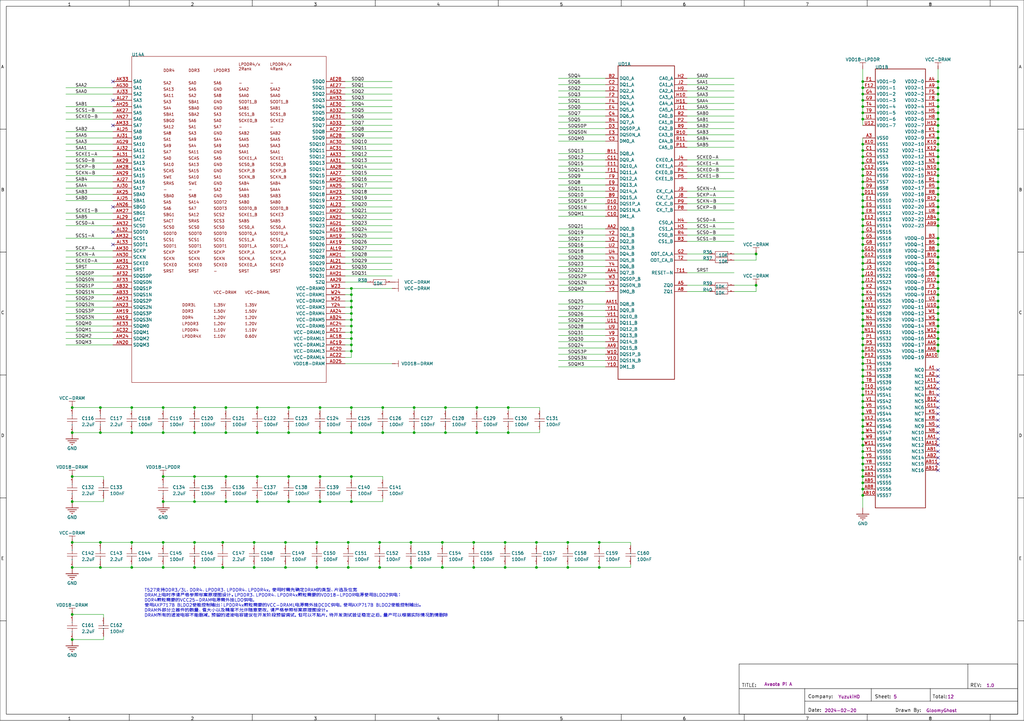
<source format=kicad_sch>
(kicad_sch (version 20231120) (generator "eeschema") (generator_version "8.0")
  (paper "User" 414.528 292.151)
  (lib_symbols
    (symbol "5-Voltage_1" (power) (pin_numbers hide) (pin_names hide)
      (symbol "5-Voltage_1_1_0"
        (pin power_in line (at 0 0 90) (length 1.27) (name "VDD18-DRAM") (number "1"))
      )
    )
    (symbol "5-Voltage_2" (power) (pin_numbers hide) (pin_names hide)
      (symbol "5-Voltage_2_1_0"
        (pin power_in line (at 0 0 90) (length 1.27) (name "VDD18-DRAM") (number "1"))
      )
    )
    (symbol "5-Voltage_3" (power) (pin_numbers hide) (pin_names hide)
      (symbol "5-Voltage_3_1_0"
        (pin power_in line (at 0 0 90) (length 1.27) (name "VDD18-LPDDR") (number "1"))
      )
    )
    (symbol "5-Voltage_4" (power) (pin_numbers hide) (pin_names hide)
      (symbol "5-Voltage_4_1_0"
        (pin power_in line (at 0 0 90) (length 1.27) (name "VDD18-DRAM") (number "1"))
      )
    )
    (symbol "5-Voltage_5" (power) (pin_numbers hide) (pin_names hide)
      (symbol "5-Voltage_5_1_0"
        (pin power_in line (at 0 0 90) (length 1.27) (name "VDD18-LPDDR") (number "1"))
      )
    )
    (symbol "AvaotaA1-easyedapro:0201X225M6R3NT"
      (property "Reference" "C" (at 0 0 0))
      (symbol "0201X225M6R3NT_1_0"
        (pin input line (at 0 -5.08 90) (length 2.54) (name "1") (number "1"))
        (pin input line (at 0 5.08 270) (length 2.54) (name "2") (number "2"))
      )
    )
    (symbol "AvaotaA1-easyedapro:5-Voltage" (power) (pin_numbers hide) (pin_names hide)
      (symbol "5-Voltage_1_0"
        (pin power_in line (at 0 0 90) (length 1.27) (name "VCC-DRAM") (number "1"))
      )
    )
    (symbol "AvaotaA1-easyedapro:GRM033R61A104KE15D"
      (property "Reference" "C" (at 0 0 0))
      (symbol "GRM033R61A104KE15D_1_0"
        (pin input line (at -3.81 0 0) (length 2.54) (name "1") (number "1"))
        (pin input line (at 3.81 0 180) (length 2.54) (name "2") (number "2"))
      )
    )
    (symbol "AvaotaA1-easyedapro:Ground-GND" (power) (pin_numbers hide) (pin_names hide)
      (symbol "Ground-GND_1_0"
        (pin power_in line (at 0 0 270) (length 2.54) (name "GND") (number "1"))
      )
    )
    (symbol "AvaotaA1-easyedapro:LPDDR4_FBGA200"
      (symbol "LPDDR4_FBGA200_1_0"
        (pin input line (at 16.51 -25.4 180) (length 5.08) (name "ZQ0") (number "A5"))
        (pin input line (at 16.51 -27.94 180) (length 5.08) (name "ZQ1") (number "A8"))
        (pin input line (at -16.51 -33.02 0) (length 5.08) (name "DQ8_B") (number "AA11"))
        (pin input line (at -16.51 -2.54 0) (length 5.08) (name "DQ0_B") (number "AA2"))
        (pin input line (at -16.51 -20.32 0) (length 5.08) (name "DQ7_B") (number "AA4"))
        (pin input line (at -16.51 -50.8 0) (length 5.08) (name "DQ15_B") (number "AA9"))
        (pin input line (at -16.51 27.94 0) (length 5.08) (name "DQ8_A") (number "B11"))
        (pin input line (at -16.51 58.42 0) (length 5.08) (name "DQ0_A") (number "B2"))
        (pin input line (at -16.51 40.64 0) (length 5.08) (name "DQ7_A") (number "B4"))
        (pin input line (at -16.51 10.16 0) (length 5.08) (name "DQ15_A") (number "B9"))
        (pin input line (at -16.51 2.54 0) (length 5.08) (name "DM1_A") (number "C10"))
        (pin input line (at -16.51 25.4 0) (length 5.08) (name "DQ9_A") (number "C11"))
        (pin input line (at -16.51 55.88 0) (length 5.08) (name "DQ1_A") (number "C2"))
        (pin input line (at -16.51 33.02 0) (length 5.08) (name "DM0_A") (number "C3"))
        (pin input line (at -16.51 43.18 0) (length 5.08) (name "DQ6_A") (number "C4"))
        (pin input line (at -16.51 12.7 0) (length 5.08) (name "DQ14_A") (number "C9"))
        (pin input line (at -16.51 7.62 0) (length 5.08) (name "DQS1P_A") (number "D10"))
        (pin input line (at -16.51 38.1 0) (length 5.08) (name "DQS0P_A") (number "D3"))
        (pin input line (at -16.51 5.08 0) (length 5.08) (name "DQS1N_A") (number "E10"))
        (pin input line (at -16.51 22.86 0) (length 5.08) (name "DQ10_A") (number "E11"))
        (pin input line (at -16.51 53.34 0) (length 5.08) (name "DQ2_A") (number "E2"))
        (pin input line (at -16.51 35.56 0) (length 5.08) (name "DQS0N_A") (number "E3"))
        (pin input line (at -16.51 45.72 0) (length 5.08) (name "DQ5_A") (number "E4"))
        (pin input line (at -16.51 15.24 0) (length 5.08) (name "DQ13_A") (number "E9"))
        (pin input line (at -16.51 20.32 0) (length 5.08) (name "DQ11_A") (number "F11"))
        (pin input line (at -16.51 50.8 0) (length 5.08) (name "DQ3_A") (number "F2"))
        (pin input line (at -16.51 48.26 0) (length 5.08) (name "DQ4_A") (number "F4"))
        (pin input line (at -16.51 17.78 0) (length 5.08) (name "DQ12_A") (number "F9"))
        (pin input line (at 16.51 -12.7 180) (length 5.08) (name "ODT_CA_A") (number "G2"))
        (pin input line (at 16.51 50.8 180) (length 5.08) (name "CA3_A") (number "H10"))
        (pin input line (at 16.51 48.26 180) (length 5.08) (name "CA4_A") (number "H11"))
        (pin input line (at 16.51 58.42 180) (length 5.08) (name "CA0_A") (number "H2"))
        (pin input line (at 16.51 -2.54 180) (length 5.08) (name "CS1_A") (number "H3"))
        (pin input line (at 16.51 0 180) (length 5.08) (name "CS0_A") (number "H4"))
        (pin input line (at 16.51 53.34 180) (length 5.08) (name "CA2_A") (number "H9"))
        (pin input line (at 16.51 45.72 180) (length 5.08) (name "CA5_A") (number "J11"))
        (pin input line (at 16.51 55.88 180) (length 5.08) (name "CA1_A") (number "J2"))
        (pin input line (at 16.51 25.4 180) (length 5.08) (name "CKE0_A") (number "J4"))
        (pin input line (at 16.51 22.86 180) (length 5.08) (name "CKE1_A") (number "J5"))
        (pin input line (at 16.51 10.16 180) (length 5.08) (name "CK_T_A") (number "J8"))
        (pin input line (at 16.51 12.7 180) (length 5.08) (name "CK_C_A") (number "J9"))
        (pin input line (at 16.51 30.48 180) (length 5.08) (name "CA5_B") (number "P11"))
        (pin input line (at 16.51 40.64 180) (length 5.08) (name "CA1_B") (number "P2"))
        (pin input line (at 16.51 20.32 180) (length 5.08) (name "CKE0_B") (number "P4"))
        (pin input line (at 16.51 17.78 180) (length 5.08) (name "CKE1_B") (number "P5"))
        (pin input line (at 16.51 5.08 180) (length 5.08) (name "CK_T_B") (number "P8"))
        (pin input line (at 16.51 7.62 180) (length 5.08) (name "CK_C_B") (number "P9"))
        (pin input line (at 16.51 35.56 180) (length 5.08) (name "CA3_B") (number "R10"))
        (pin input line (at 16.51 33.02 180) (length 5.08) (name "CA4_B") (number "R11"))
        (pin input line (at 16.51 43.18 180) (length 5.08) (name "CA0_B") (number "R2"))
        (pin input line (at 16.51 -7.62 180) (length 5.08) (name "CS1_B") (number "R3"))
        (pin input line (at 16.51 -5.08 180) (length 5.08) (name "CS0_B") (number "R4"))
        (pin input line (at 16.51 38.1 180) (length 5.08) (name "CA2_B") (number "R9"))
        (pin input line (at 16.51 -20.32 180) (length 5.08) (name "RESET-N") (number "T11"))
        (pin input line (at 16.51 -15.24 180) (length 5.08) (name "ODT_CA_B") (number "T2"))
        (pin input line (at -16.51 -40.64 0) (length 5.08) (name "DQ11_B") (number "U11"))
        (pin input line (at -16.51 -10.16 0) (length 5.08) (name "DQ3_B") (number "U2"))
        (pin input line (at -16.51 -12.7 0) (length 5.08) (name "DQ4_B") (number "U4"))
        (pin input line (at -16.51 -43.18 0) (length 5.08) (name "DQ12_B") (number "U9"))
        (pin input line (at -16.51 -55.88 0) (length 5.08) (name "DQS1N_B") (number "V10"))
        (pin input line (at -16.51 -38.1 0) (length 5.08) (name "DQ10_B") (number "V11"))
        (pin input line (at -16.51 -7.62 0) (length 5.08) (name "DQ2_B") (number "V2"))
        (pin input line (at -16.51 -25.4 0) (length 5.08) (name "DQS0N_B") (number "V3"))
        (pin input line (at -16.51 -15.24 0) (length 5.08) (name "DQ5_B") (number "V4"))
        (pin input line (at -16.51 -45.72 0) (length 5.08) (name "DQ13_B") (number "V9"))
        (pin input line (at -16.51 -53.34 0) (length 5.08) (name "DQS1P_B") (number "W10"))
        (pin input line (at -16.51 -22.86 0) (length 5.08) (name "DQS0P_B") (number "W3"))
        (pin input line (at -16.51 -58.42 0) (length 5.08) (name "DM1_B") (number "Y10"))
        (pin input line (at -16.51 -35.56 0) (length 5.08) (name "DQ9_B") (number "Y11"))
        (pin input line (at -16.51 -5.08 0) (length 5.08) (name "DQ1_B") (number "Y2"))
        (pin input line (at -16.51 -27.94 0) (length 5.08) (name "DM0_B") (number "Y3"))
        (pin input line (at -16.51 -17.78 0) (length 5.08) (name "DQ6_B") (number "Y4"))
        (pin input line (at -16.51 -48.26 0) (length 5.08) (name "DQ14_B") (number "Y9"))
      )
      (symbol "LPDDR4_FBGA200_2_0"
        (pin input line (at 15.24 -33.02 180) (length 5.08) (name "NC0") (number "A1"))
        (pin input line (at -15.24 58.42 0) (length 5.08) (name "VSS1") (number "A10"))
        (pin input line (at 15.24 -38.1 180) (length 5.08) (name "NC2") (number "A11"))
        (pin input line (at 15.24 -40.64 180) (length 5.08) (name "NC3") (number "A12"))
        (pin input line (at 15.24 -35.56 180) (length 5.08) (name "NC1") (number "A2"))
        (pin input line (at -15.24 60.96 0) (length 5.08) (name "VSS0") (number "A3"))
        (pin input line (at 15.24 83.82 180) (length 5.08) (name "VDD2-0") (number "A4"))
        (pin input line (at 15.24 81.28 180) (length 5.08) (name "VDD2-1") (number "A9"))
        (pin input line (at 15.24 -60.96 180) (length 5.08) (name "NC11") (number "AA1"))
        (pin input line (at 15.24 -27.94 180) (length 5.08) (name "VDDQ-19") (number "AA10"))
        (pin input line (at 15.24 -63.5 180) (length 5.08) (name "NC12") (number "AA12"))
        (pin input line (at 15.24 -20.32 180) (length 5.08) (name "VDDQ-16") (number "AA3"))
        (pin input line (at 15.24 -22.86 180) (length 5.08) (name "VDDQ-17") (number "AA5"))
        (pin input line (at 15.24 -25.4 180) (length 5.08) (name "VDDQ-18") (number "AA8"))
        (pin input line (at 15.24 -66.04 180) (length 5.08) (name "NC13") (number "AB1"))
        (pin input line (at -15.24 -83.82 0) (length 5.08) (name "VSS57") (number "AB10"))
        (pin input line (at 15.24 -71.12 180) (length 5.08) (name "NC15") (number "AB11"))
        (pin input line (at 15.24 -73.66 180) (length 5.08) (name "NC16") (number "AB12"))
        (pin input line (at 15.24 -68.58 180) (length 5.08) (name "NC14") (number "AB2"))
        (pin input line (at -15.24 -76.2 0) (length 5.08) (name "VSS54") (number "AB3"))
        (pin input line (at 15.24 27.94 180) (length 5.08) (name "VDD2-22") (number "AB4"))
        (pin input line (at -15.24 -78.74 0) (length 5.08) (name "VSS55") (number "AB5"))
        (pin input line (at -15.24 -81.28 0) (length 5.08) (name "VSS56") (number "AB8"))
        (pin input line (at 15.24 25.4 180) (length 5.08) (name "VDD2-23") (number "AB9"))
        (pin input line (at 15.24 -43.18 180) (length 5.08) (name "NC4") (number "B1"))
        (pin input line (at 15.24 12.7 180) (length 5.08) (name "VDDQ-3") (number "B10"))
        (pin input line (at 15.24 -45.72 180) (length 5.08) (name "NC5") (number "B12"))
        (pin input line (at 15.24 20.32 180) (length 5.08) (name "VDDQ-0") (number "B3"))
        (pin input line (at 15.24 17.78 180) (length 5.08) (name "VDDQ-1") (number "B5"))
        (pin input line (at 15.24 15.24 180) (length 5.08) (name "VDDQ-2") (number "B8"))
        (pin input line (at -15.24 55.88 0) (length 5.08) (name "VSS2") (number "C1"))
        (pin input line (at -15.24 48.26 0) (length 5.08) (name "VSS5") (number "C12"))
        (pin input line (at -15.24 53.34 0) (length 5.08) (name "VSS3") (number "C5"))
        (pin input line (at -15.24 50.8 0) (length 5.08) (name "VSS4") (number "C8"))
        (pin input line (at 15.24 10.16 180) (length 5.08) (name "VDDQ-4") (number "D1"))
        (pin input line (at -15.24 38.1 0) (length 5.08) (name "VSS9") (number "D11"))
        (pin input line (at 15.24 2.54 180) (length 5.08) (name "VDDQ-7") (number "D12"))
        (pin input line (at -15.24 45.72 0) (length 5.08) (name "VSS6") (number "D2"))
        (pin input line (at -15.24 43.18 0) (length 5.08) (name "VSS7") (number "D4"))
        (pin input line (at 15.24 7.62 180) (length 5.08) (name "VDDQ-5") (number "D5"))
        (pin input line (at 15.24 5.08 180) (length 5.08) (name "VDDQ-6") (number "D8"))
        (pin input line (at -15.24 40.64 0) (length 5.08) (name "VSS8") (number "D9"))
        (pin input line (at -15.24 35.56 0) (length 5.08) (name "VSS10") (number "E1"))
        (pin input line (at -15.24 27.94 0) (length 5.08) (name "VSS13") (number "E12"))
        (pin input line (at -15.24 33.02 0) (length 5.08) (name "VSS11") (number "E5"))
        (pin input line (at -15.24 30.48 0) (length 5.08) (name "VSS12") (number "E8"))
        (pin input line (at -15.24 83.82 0) (length 5.08) (name "VDD1-0") (number "F1"))
        (pin input line (at 15.24 -2.54 180) (length 5.08) (name "VDDQ-9") (number "F10"))
        (pin input line (at -15.24 81.28 0) (length 5.08) (name "VDD1-1") (number "F12"))
        (pin input line (at 15.24 0 180) (length 5.08) (name "VDDQ-8") (number "F3"))
        (pin input line (at 15.24 78.74 180) (length 5.08) (name "VDD2-2") (number "F5"))
        (pin input line (at 15.24 76.2 180) (length 5.08) (name "VDD2-3") (number "F8"))
        (pin input line (at -15.24 25.4 0) (length 5.08) (name "VSS14") (number "G1"))
        (pin input line (at -15.24 15.24 0) (length 5.08) (name "VSS18") (number "G10"))
        (pin input line (at 15.24 -48.26 180) (length 5.08) (name "NC6") (number "G11"))
        (pin input line (at -15.24 12.7 0) (length 5.08) (name "VSS19") (number "G12"))
        (pin input line (at -15.24 22.86 0) (length 5.08) (name "VSS15") (number "G3"))
        (pin input line (at -15.24 78.74 0) (length 5.08) (name "VDD1-2") (number "G4"))
        (pin input line (at -15.24 20.32 0) (length 5.08) (name "VSS16") (number "G5"))
        (pin input line (at -15.24 17.78 0) (length 5.08) (name "VSS17") (number "G8"))
        (pin input line (at -15.24 76.2 0) (length 5.08) (name "VDD1-3") (number "G9"))
        (pin input line (at 15.24 73.66 180) (length 5.08) (name "VDD2-4") (number "H1"))
        (pin input line (at 15.24 66.04 180) (length 5.08) (name "VDD2-7") (number "H12"))
        (pin input line (at 15.24 71.12 180) (length 5.08) (name "VDD2-5") (number "H5"))
        (pin input line (at 15.24 68.58 180) (length 5.08) (name "VDD2-6") (number "H8"))
        (pin input line (at -15.24 10.16 0) (length 5.08) (name "VSS20") (number "J1"))
        (pin input line (at -15.24 5.08 0) (length 5.08) (name "VSS22") (number "J10"))
        (pin input line (at -15.24 2.54 0) (length 5.08) (name "VSS23") (number "J12"))
        (pin input line (at -15.24 7.62 0) (length 5.08) (name "VSS21") (number "J3"))
        (pin input line (at 15.24 63.5 180) (length 5.08) (name "VDD2-8") (number "K1"))
        (pin input line (at 15.24 58.42 180) (length 5.08) (name "VDD2-10") (number "K10"))
        (pin input line (at -15.24 -7.62 0) (length 5.08) (name "VSS27") (number "K11"))
        (pin input line (at 15.24 55.88 180) (length 5.08) (name "VDD2-11") (number "K12"))
        (pin input line (at -15.24 0 0) (length 5.08) (name "VSS24") (number "K2"))
        (pin input line (at 15.24 60.96 180) (length 5.08) (name "VDD2-9") (number "K3"))
        (pin input line (at -15.24 -2.54 0) (length 5.08) (name "VSS25") (number "K4"))
        (pin input line (at 15.24 -50.8 180) (length 5.08) (name "NC7") (number "K5"))
        (pin input line (at 15.24 -53.34 180) (length 5.08) (name "NC8") (number "K8"))
        (pin input line (at -15.24 -5.08 0) (length 5.08) (name "VSS26") (number "K9"))
        (pin input line (at 15.24 53.34 180) (length 5.08) (name "VDD2-12") (number "N1"))
        (pin input line (at 15.24 48.26 180) (length 5.08) (name "VDD2-14") (number "N10"))
        (pin input line (at -15.24 -17.78 0) (length 5.08) (name "VSS31") (number "N11"))
        (pin input line (at 15.24 45.72 180) (length 5.08) (name "VDD2-15") (number "N12"))
        (pin input line (at -15.24 -10.16 0) (length 5.08) (name "VSS28") (number "N2"))
        (pin input line (at 15.24 50.8 180) (length 5.08) (name "VDD2-13") (number "N3"))
        (pin input line (at -15.24 -12.7 0) (length 5.08) (name "VSS29") (number "N4"))
        (pin input line (at 15.24 -55.88 180) (length 5.08) (name "NC9") (number "N5"))
        (pin input line (at 15.24 -58.42 180) (length 5.08) (name "NC10") (number "N8"))
        (pin input line (at -15.24 -15.24 0) (length 5.08) (name "VSS30") (number "N9"))
        (pin input line (at -15.24 -20.32 0) (length 5.08) (name "VSS32") (number "P1"))
        (pin input line (at -15.24 -25.4 0) (length 5.08) (name "VSS34") (number "P10"))
        (pin input line (at -15.24 -27.94 0) (length 5.08) (name "VSS35") (number "P12"))
        (pin input line (at -15.24 -22.86 0) (length 5.08) (name "VSS33") (number "P3"))
        (pin input line (at 15.24 43.18 180) (length 5.08) (name "VDD2-16") (number "R1"))
        (pin input line (at 15.24 35.56 180) (length 5.08) (name "VDD2-19") (number "R12"))
        (pin input line (at 15.24 40.64 180) (length 5.08) (name "VDD2-17") (number "R5"))
        (pin input line (at 15.24 38.1 180) (length 5.08) (name "VDD2-18") (number "R8"))
        (pin input line (at -15.24 -30.48 0) (length 5.08) (name "VSS36") (number "T1"))
        (pin input line (at -15.24 -40.64 0) (length 5.08) (name "VSS40") (number "T10"))
        (pin input line (at -15.24 -43.18 0) (length 5.08) (name "VSS41") (number "T12"))
        (pin input line (at -15.24 -33.02 0) (length 5.08) (name "VSS37") (number "T3"))
        (pin input line (at -15.24 73.66 0) (length 5.08) (name "VDD1-4") (number "T4"))
        (pin input line (at -15.24 -35.56 0) (length 5.08) (name "VSS38") (number "T5"))
        (pin input line (at -15.24 -38.1 0) (length 5.08) (name "VSS39") (number "T8"))
        (pin input line (at -15.24 71.12 0) (length 5.08) (name "VDD1-5") (number "T9"))
        (pin input line (at -15.24 68.58 0) (length 5.08) (name "VDD1-6") (number "U1"))
        (pin input line (at 15.24 -7.62 180) (length 5.08) (name "VDDQ-11") (number "U10"))
        (pin input line (at -15.24 66.04 0) (length 5.08) (name "VDD1-7") (number "U12"))
        (pin input line (at 15.24 -5.08 180) (length 5.08) (name "VDDQ-10") (number "U3"))
        (pin input line (at 15.24 33.02 180) (length 5.08) (name "VDD2-20") (number "U5"))
        (pin input line (at 15.24 30.48 180) (length 5.08) (name "VDD2-21") (number "U8"))
        (pin input line (at -15.24 -45.72 0) (length 5.08) (name "VSS42") (number "V1"))
        (pin input line (at -15.24 -53.34 0) (length 5.08) (name "VSS45") (number "V12"))
        (pin input line (at -15.24 -48.26 0) (length 5.08) (name "VSS43") (number "V5"))
        (pin input line (at -15.24 -50.8 0) (length 5.08) (name "VSS44") (number "V8"))
        (pin input line (at 15.24 -10.16 180) (length 5.08) (name "VDDQ-12") (number "W1"))
        (pin input line (at -15.24 -63.5 0) (length 5.08) (name "VSS49") (number "W11"))
        (pin input line (at 15.24 -17.78 180) (length 5.08) (name "VDDQ-15") (number "W12"))
        (pin input line (at -15.24 -55.88 0) (length 5.08) (name "VSS46") (number "W2"))
        (pin input line (at -15.24 -58.42 0) (length 5.08) (name "VSS47") (number "W4"))
        (pin input line (at 15.24 -12.7 180) (length 5.08) (name "VDDQ-13") (number "W5"))
        (pin input line (at 15.24 -15.24 180) (length 5.08) (name "VDDQ-14") (number "W8"))
        (pin input line (at -15.24 -60.96 0) (length 5.08) (name "VSS48") (number "W9"))
        (pin input line (at -15.24 -66.04 0) (length 5.08) (name "VSS50") (number "Y1"))
        (pin input line (at -15.24 -73.66 0) (length 5.08) (name "VSS53") (number "Y12"))
        (pin input line (at -15.24 -68.58 0) (length 5.08) (name "VSS51") (number "Y5"))
        (pin input line (at -15.24 -71.12 0) (length 5.08) (name "VSS52") (number "Y8"))
      )
    )
    (symbol "AvaotaA1-easyedapro:Sheet_A3_Whycan"
      (symbol "Sheet_A3_Whycan_1_0"
        (text "1" (at 27.432 -291.7952 0) (effects (font (size 1.2192 1.2192)) (justify left bottom)))
        (text "1" (at 27.432 -2.4892 0) (effects (font (size 1.2192 1.2192)) (justify left bottom)))
        (text "2" (at 77.216 -291.7952 0) (effects (font (size 1.2192 1.2192)) (justify left bottom)))
        (text "2" (at 77.216 -2.4892 0) (effects (font (size 1.2192 1.2192)) (justify left bottom)))
        (text "3" (at 127 -291.7952 0) (effects (font (size 1.2192 1.2192)) (justify left bottom)))
        (text "3" (at 127 -2.4892 0) (effects (font (size 1.2192 1.2192)) (justify left bottom)))
        (text "4" (at 176.784 -291.7952 0) (effects (font (size 1.2192 1.2192)) (justify left bottom)))
        (text "4" (at 176.784 -2.4892 0) (effects (font (size 1.2192 1.2192)) (justify left bottom)))
        (text "5" (at 226.568 -291.7952 0) (effects (font (size 1.2192 1.2192)) (justify left bottom)))
        (text "5" (at 226.568 -2.4892 0) (effects (font (size 1.2192 1.2192)) (justify left bottom)))
        (text "6" (at 276.352 -291.7952 0) (effects (font (size 1.2192 1.2192)) (justify left bottom)))
        (text "6" (at 276.352 -2.4892 0) (effects (font (size 1.2192 1.2192)) (justify left bottom)))
        (text "7" (at 326.136 -291.7952 0) (effects (font (size 1.2192 1.2192)) (justify left bottom)))
        (text "7" (at 326.136 -2.4892 0) (effects (font (size 1.2192 1.2192)) (justify left bottom)))
        (text "8" (at 375.92 -291.7952 0) (effects (font (size 1.2192 1.2192)) (justify left bottom)))
        (text "8" (at 375.92 -2.4892 0) (effects (font (size 1.2192 1.2192)) (justify left bottom)))
        (text "A" (at 0.381 -27.7622 0) (effects (font (size 1.2192 1.2192)) (justify left bottom)))
        (text "A" (at 412.369 -27.7622 0) (effects (font (size 1.2192 1.2192)) (justify left bottom)))
        (text "B" (at 0.381 -77.5462 0) (effects (font (size 1.2192 1.2192)) (justify left bottom)))
        (text "B" (at 412.369 -77.5462 0) (effects (font (size 1.2192 1.2192)) (justify left bottom)))
        (text "C" (at 0.381 -127.3302 0) (effects (font (size 1.2192 1.2192)) (justify left bottom)))
        (text "C" (at 412.369 -127.3302 0) (effects (font (size 1.2192 1.2192)) (justify left bottom)))
        (text "Company:" (at 327.0504 -282.9052 0) (effects (font (size 1.397 1.397)) (justify left bottom)))
        (text "D" (at 0.381 -177.1142 0) (effects (font (size 1.2192 1.2192)) (justify left bottom)))
        (text "D" (at 412.369 -177.1142 0) (effects (font (size 1.2192 1.2192)) (justify left bottom)))
        (text "Date:" (at 327.0504 -288.417 0) (effects (font (size 1.397 1.397)) (justify left bottom)))
        (text "Drawn By:" (at 362.3564 -288.4932 0) (effects (font (size 1.397 1.397)) (justify left bottom)))
        (text "E" (at 0.381 -226.8982 0) (effects (font (size 1.2192 1.2192)) (justify left bottom)))
        (text "E" (at 412.369 -226.8982 0) (effects (font (size 1.2192 1.2192)) (justify left bottom)))
        (text "REV:" (at 392.684 -278.384 0) (effects (font (size 1.397 1.397)) (justify left bottom)))
        (text "Sheet:" (at 354.076 -282.956 0) (effects (font (size 1.397 1.397)) (justify left bottom)))
        (text "TITLE:" (at 300.228 -278.384 0) (effects (font (size 1.397 1.397)) (justify left bottom)))
        (text "Total:" (at 377.444 -282.956 0) (effects (font (size 1.397 1.397)) (justify left bottom)))
      )
    )
    (symbol "AvaotaA1-easyedapro:T527"
      (symbol "T527_1_0"
        (text "-" (at 12.7 -54.61 0) (effects (font (size 1.143 1.143)) (justify left bottom)))
        (text "-" (at 22.86 -54.61 0) (effects (font (size 1.143 1.143)) (justify left bottom)))
        (text "-" (at 33.02 -87.63 0) (effects (font (size 1.143 1.143)) (justify left bottom)))
        (text "-" (at 43.18 -29.21 0) (effects (font (size 1.143 1.143)) (justify left bottom)))
        (text "-" (at 43.18 -11.43 0) (effects (font (size 1.143 1.143)) (justify left bottom)))
        (text "-" (at 55.88 -29.21 0) (effects (font (size 1.143 1.143)) (justify left bottom)))
        (text "-" (at 55.88 -11.43 0) (effects (font (size 1.143 1.143)) (justify left bottom)))
        (text "0.60V" (at 45.72 -114.046 0) (effects (font (size 1.143 1.143)) (justify left bottom)))
        (text "1.10V" (at 33.02 -114.046 0) (effects (font (size 1.143 1.143)) (justify left bottom)))
        (text "1.10V" (at 33.02 -111.506 0) (effects (font (size 1.143 1.143)) (justify left bottom)))
        (text "1.10V" (at 45.72 -111.506 0) (effects (font (size 1.143 1.143)) (justify left bottom)))
        (text "1.20V" (at 33.02 -108.966 0) (effects (font (size 1.143 1.143)) (justify left bottom)))
        (text "1.20V" (at 33.02 -106.426 0) (effects (font (size 1.143 1.143)) (justify left bottom)))
        (text "1.20V" (at 45.72 -108.966 0) (effects (font (size 1.143 1.143)) (justify left bottom)))
        (text "1.20V" (at 45.72 -106.426 0) (effects (font (size 1.143 1.143)) (justify left bottom)))
        (text "1.35V" (at 33.02 -101.346 0) (effects (font (size 1.143 1.143)) (justify left bottom)))
        (text "1.35V" (at 45.72 -101.346 0) (effects (font (size 1.143 1.143)) (justify left bottom)))
        (text "1.50V" (at 33.02 -103.886 0) (effects (font (size 1.143 1.143)) (justify left bottom)))
        (text "1.50V" (at 45.72 -103.886 0) (effects (font (size 1.143 1.143)) (justify left bottom)))
        (text "DDR3" (at 20.32 -103.886 0) (effects (font (size 1.143 1.143)) (justify left bottom)))
        (text "DDR3" (at 22.86 -6.35 0) (effects (font (size 1.143 1.143)) (justify left bottom)))
        (text "DDR3L" (at 20.32 -101.346 0) (effects (font (size 1.143 1.143)) (justify left bottom)))
        (text "DDR4" (at 12.7 -6.35 0) (effects (font (size 1.143 1.143)) (justify left bottom)))
        (text "DDR4" (at 20.32 -106.426 0) (effects (font (size 1.143 1.143)) (justify left bottom)))
        (text "GND" (at 33.02 -57.15 0) (effects (font (size 1.143 1.143)) (justify left bottom)))
        (text "GND" (at 33.02 -52.07 0) (effects (font (size 1.143 1.143)) (justify left bottom)))
        (text "GND" (at 33.02 -46.99 0) (effects (font (size 1.143 1.143)) (justify left bottom)))
        (text "GND" (at 33.02 -44.45 0) (effects (font (size 1.143 1.143)) (justify left bottom)))
        (text "GND" (at 33.02 -39.37 0) (effects (font (size 1.143 1.143)) (justify left bottom)))
        (text "GND" (at 33.02 -31.75 0) (effects (font (size 1.143 1.143)) (justify left bottom)))
        (text "GND" (at 33.02 -21.59 0) (effects (font (size 1.143 1.143)) (justify left bottom)))
        (text "GND" (at 33.02 -19.05 0) (effects (font (size 1.143 1.143)) (justify left bottom)))
        (text "GND" (at 33.02 -13.97 0) (effects (font (size 1.143 1.143)) (justify left bottom)))
        (text "LPDDR3" (at 20.32 -108.966 0) (effects (font (size 1.143 1.143)) (justify left bottom)))
        (text "LPDDR3" (at 33.02 -6.35 0) (effects (font (size 1.143 1.143)) (justify left bottom)))
        (text "LPDDR4" (at 20.32 -111.506 0) (effects (font (size 1.143 1.143)) (justify left bottom)))
        (text "LPDDR4/x\n2Rank" (at 43.18 -2.54 0) (effects (font (size 1.143 1.143)) (justify left top)))
        (text "LPDDR4/x\n4Rank" (at 55.88 -2.54 0) (effects (font (size 1.143 1.143)) (justify left top)))
        (text "LPDDR4X" (at 20.32 -114.046 0) (effects (font (size 1.143 1.143)) (justify left bottom)))
        (text "SA0" (at 12.7 -41.91 0) (effects (font (size 1.143 1.143)) (justify left bottom)))
        (text "SA0" (at 22.86 -11.43 0) (effects (font (size 1.143 1.143)) (justify left bottom)))
        (text "SA0" (at 33.02 -26.67 0) (effects (font (size 1.143 1.143)) (justify left bottom)))
        (text "SA1" (at 12.7 -34.29 0) (effects (font (size 1.143 1.143)) (justify left bottom)))
        (text "SA1" (at 22.86 -29.21 0) (effects (font (size 1.143 1.143)) (justify left bottom)))
        (text "SA1" (at 33.02 -49.53 0) (effects (font (size 1.143 1.143)) (justify left bottom)))
        (text "SA10" (at 12.7 -44.45 0) (effects (font (size 1.143 1.143)) (justify left bottom)))
        (text "SA10" (at 22.86 -49.53 0) (effects (font (size 1.143 1.143)) (justify left bottom)))
        (text "SA11" (at 12.7 -16.51 0) (effects (font (size 1.143 1.143)) (justify left bottom)))
        (text "SA11" (at 22.86 -39.37 0) (effects (font (size 1.143 1.143)) (justify left bottom)))
        (text "SA12" (at 12.7 -29.21 0) (effects (font (size 1.143 1.143)) (justify left bottom)))
        (text "SA12" (at 22.86 -64.77 0) (effects (font (size 1.143 1.143)) (justify left bottom)))
        (text "SA13" (at 12.7 -13.97 0) (effects (font (size 1.143 1.143)) (justify left bottom)))
        (text "SA13" (at 22.86 -44.45 0) (effects (font (size 1.143 1.143)) (justify left bottom)))
        (text "SA14" (at 22.86 -59.69 0) (effects (font (size 1.143 1.143)) (justify left bottom)))
        (text "SA15" (at 22.86 -46.99 0) (effects (font (size 1.143 1.143)) (justify left bottom)))
        (text "SA2" (at 12.7 -11.43 0) (effects (font (size 1.143 1.143)) (justify left bottom)))
        (text "SA2" (at 22.86 -16.51 0) (effects (font (size 1.143 1.143)) (justify left bottom)))
        (text "SA2" (at 33.02 -54.61 0) (effects (font (size 1.143 1.143)) (justify left bottom)))
        (text "SA3" (at 12.7 -19.05 0) (effects (font (size 1.143 1.143)) (justify left bottom)))
        (text "SA3" (at 22.86 -31.75 0) (effects (font (size 1.143 1.143)) (justify left bottom)))
        (text "SA3" (at 33.02 -24.13 0) (effects (font (size 1.143 1.143)) (justify left bottom)))
        (text "SA4" (at 12.7 -21.59 0) (effects (font (size 1.143 1.143)) (justify left bottom)))
        (text "SA4" (at 22.86 -36.83 0) (effects (font (size 1.143 1.143)) (justify left bottom)))
        (text "SA4" (at 33.02 -34.29 0) (effects (font (size 1.143 1.143)) (justify left bottom)))
        (text "SA5" (at 12.7 -59.69 0) (effects (font (size 1.143 1.143)) (justify left bottom)))
        (text "SA5" (at 22.86 -13.97 0) (effects (font (size 1.143 1.143)) (justify left bottom)))
        (text "SA5" (at 33.02 -41.91 0) (effects (font (size 1.143 1.143)) (justify left bottom)))
        (text "SA6" (at 12.7 -62.23 0) (effects (font (size 1.143 1.143)) (justify left bottom)))
        (text "SA6" (at 22.86 -26.67 0) (effects (font (size 1.143 1.143)) (justify left bottom)))
        (text "SA6" (at 33.02 -11.43 0) (effects (font (size 1.143 1.143)) (justify left bottom)))
        (text "SA7" (at 12.7 -39.37 0) (effects (font (size 1.143 1.143)) (justify left bottom)))
        (text "SA7" (at 22.86 -62.23 0) (effects (font (size 1.143 1.143)) (justify left bottom)))
        (text "SA7" (at 33.02 -29.21 0) (effects (font (size 1.143 1.143)) (justify left bottom)))
        (text "SA8" (at 12.7 -31.75 0) (effects (font (size 1.143 1.143)) (justify left bottom)))
        (text "SA8" (at 22.86 -57.15 0) (effects (font (size 1.143 1.143)) (justify left bottom)))
        (text "SA8" (at 33.02 -16.51 0) (effects (font (size 1.143 1.143)) (justify left bottom)))
        (text "SA9" (at 12.7 -36.83 0) (effects (font (size 1.143 1.143)) (justify left bottom)))
        (text "SA9" (at 22.86 -34.29 0) (effects (font (size 1.143 1.143)) (justify left bottom)))
        (text "SA9" (at 33.02 -36.83 0) (effects (font (size 1.143 1.143)) (justify left bottom)))
        (text "SAA0" (at 43.18 -16.51 0) (effects (font (size 1.143 1.143)) (justify left bottom)))
        (text "SAA0" (at 55.88 -16.51 0) (effects (font (size 1.143 1.143)) (justify left bottom)))
        (text "SAA1" (at 43.18 -39.37 0) (effects (font (size 1.143 1.143)) (justify left bottom)))
        (text "SAA1" (at 55.88 -39.37 0) (effects (font (size 1.143 1.143)) (justify left bottom)))
        (text "SAA2" (at 43.18 -13.97 0) (effects (font (size 1.143 1.143)) (justify left bottom)))
        (text "SAA2" (at 55.88 -13.97 0) (effects (font (size 1.143 1.143)) (justify left bottom)))
        (text "SAA3" (at 43.18 -36.83 0) (effects (font (size 1.143 1.143)) (justify left bottom)))
        (text "SAA3" (at 55.88 -36.83 0) (effects (font (size 1.143 1.143)) (justify left bottom)))
        (text "SAA4" (at 43.18 -54.61 0) (effects (font (size 1.143 1.143)) (justify left bottom)))
        (text "SAA4" (at 55.88 -54.61 0) (effects (font (size 1.143 1.143)) (justify left bottom)))
        (text "SAA5" (at 43.18 -34.29 0) (effects (font (size 1.143 1.143)) (justify left bottom)))
        (text "SAA5" (at 55.88 -34.29 0) (effects (font (size 1.143 1.143)) (justify left bottom)))
        (text "SAB0" (at 43.18 -59.69 0) (effects (font (size 1.143 1.143)) (justify left bottom)))
        (text "SAB0" (at 55.88 -59.69 0) (effects (font (size 1.143 1.143)) (justify left bottom)))
        (text "SAB1" (at 43.18 -21.59 0) (effects (font (size 1.143 1.143)) (justify left bottom)))
        (text "SAB1" (at 55.88 -21.59 0) (effects (font (size 1.143 1.143)) (justify left bottom)))
        (text "SAB2" (at 43.18 -31.75 0) (effects (font (size 1.143 1.143)) (justify left bottom)))
        (text "SAB2" (at 55.88 -31.75 0) (effects (font (size 1.143 1.143)) (justify left bottom)))
        (text "SAB3" (at 43.18 -57.15 0) (effects (font (size 1.143 1.143)) (justify left bottom)))
        (text "SAB3" (at 55.88 -57.15 0) (effects (font (size 1.143 1.143)) (justify left bottom)))
        (text "SAB4" (at 43.18 -52.07 0) (effects (font (size 1.143 1.143)) (justify left bottom)))
        (text "SAB4" (at 55.88 -52.07 0) (effects (font (size 1.143 1.143)) (justify left bottom)))
        (text "SAB5" (at 43.18 -67.31 0) (effects (font (size 1.143 1.143)) (justify left bottom)))
        (text "SAB5" (at 55.88 -67.31 0) (effects (font (size 1.143 1.143)) (justify left bottom)))
        (text "SACT" (at 12.7 -67.31 0) (effects (font (size 1.143 1.143)) (justify left bottom)))
        (text "SBA0" (at 12.7 -57.15 0) (effects (font (size 1.143 1.143)) (justify left bottom)))
        (text "SBA0" (at 22.86 -21.59 0) (effects (font (size 1.143 1.143)) (justify left bottom)))
        (text "SBA1" (at 12.7 -24.13 0) (effects (font (size 1.143 1.143)) (justify left bottom)))
        (text "SBA1" (at 22.86 -19.05 0) (effects (font (size 1.143 1.143)) (justify left bottom)))
        (text "SBA2" (at 22.86 -24.13 0) (effects (font (size 1.143 1.143)) (justify left bottom)))
        (text "SBG0" (at 12.7 -26.67 0) (effects (font (size 1.143 1.143)) (justify left bottom)))
        (text "SBG1" (at 12.7 -64.77 0) (effects (font (size 1.143 1.143)) (justify left bottom)))
        (text "SCAS" (at 12.7 -46.99 0) (effects (font (size 1.143 1.143)) (justify left bottom)))
        (text "SCAS" (at 22.86 -41.91 0) (effects (font (size 1.143 1.143)) (justify left bottom)))
        (text "SCKE0" (at 12.7 -85.09 0) (effects (font (size 1.143 1.143)) (justify left bottom)))
        (text "SCKE0" (at 22.86 -85.09 0) (effects (font (size 1.143 1.143)) (justify left bottom)))
        (text "SCKE0" (at 33.02 -85.09 0) (effects (font (size 1.143 1.143)) (justify left bottom)))
        (text "SCKE0" (at 55.88 -85.09 0) (effects (font (size 1.143 1.143)) (justify left bottom)))
        (text "SCKE0_A" (at 43.18 -85.09 0) (effects (font (size 1.143 1.143)) (justify left bottom)))
        (text "SCKE0_B" (at 43.18 -26.67 0) (effects (font (size 1.143 1.143)) (justify left bottom)))
        (text "SCKE1" (at 55.88 -41.91 0) (effects (font (size 1.143 1.143)) (justify left bottom)))
        (text "SCKE1_A" (at 43.18 -41.91 0) (effects (font (size 1.143 1.143)) (justify left bottom)))
        (text "SCKE1_B" (at 43.18 -64.77 0) (effects (font (size 1.143 1.143)) (justify left bottom)))
        (text "SCKE2" (at 55.88 -26.67 0) (effects (font (size 1.143 1.143)) (justify left bottom)))
        (text "SCKE3" (at 55.88 -64.77 0) (effects (font (size 1.143 1.143)) (justify left bottom)))
        (text "SCKN" (at 12.7 -82.55 0) (effects (font (size 1.143 1.143)) (justify left bottom)))
        (text "SCKN" (at 22.86 -82.55 0) (effects (font (size 1.143 1.143)) (justify left bottom)))
        (text "SCKN" (at 33.02 -82.55 0) (effects (font (size 1.143 1.143)) (justify left bottom)))
        (text "SCKN_A" (at 43.18 -82.55 0) (effects (font (size 1.143 1.143)) (justify left bottom)))
        (text "SCKN_A" (at 55.88 -82.55 0) (effects (font (size 1.143 1.143)) (justify left bottom)))
        (text "SCKN_B" (at 43.18 -49.53 0) (effects (font (size 1.143 1.143)) (justify left bottom)))
        (text "SCKN_B" (at 55.88 -49.53 0) (effects (font (size 1.143 1.143)) (justify left bottom)))
        (text "SCKP" (at 12.7 -80.01 0) (effects (font (size 1.143 1.143)) (justify left bottom)))
        (text "SCKP" (at 22.86 -80.01 0) (effects (font (size 1.143 1.143)) (justify left bottom)))
        (text "SCKP" (at 33.02 -80.01 0) (effects (font (size 1.143 1.143)) (justify left bottom)))
        (text "SCKP_A" (at 43.18 -80.01 0) (effects (font (size 1.143 1.143)) (justify left bottom)))
        (text "SCKP_A" (at 55.88 -80.01 0) (effects (font (size 1.143 1.143)) (justify left bottom)))
        (text "SCKP_B" (at 43.18 -46.99 0) (effects (font (size 1.143 1.143)) (justify left bottom)))
        (text "SCKP_B" (at 55.88 -46.99 0) (effects (font (size 1.143 1.143)) (justify left bottom)))
        (text "SCS0" (at 12.7 -69.85 0) (effects (font (size 1.143 1.143)) (justify left bottom)))
        (text "SCS0" (at 22.86 -69.85 0) (effects (font (size 1.143 1.143)) (justify left bottom)))
        (text "SCS0" (at 33.02 -69.85 0) (effects (font (size 1.143 1.143)) (justify left bottom)))
        (text "SCS0_A" (at 43.18 -69.85 0) (effects (font (size 1.143 1.143)) (justify left bottom)))
        (text "SCS0_A" (at 55.88 -69.85 0) (effects (font (size 1.143 1.143)) (justify left bottom)))
        (text "SCS0_B" (at 43.18 -44.45 0) (effects (font (size 1.143 1.143)) (justify left bottom)))
        (text "SCS0_B" (at 55.88 -44.45 0) (effects (font (size 1.143 1.143)) (justify left bottom)))
        (text "SCS1" (at 12.7 -74.93 0) (effects (font (size 1.143 1.143)) (justify left bottom)))
        (text "SCS1" (at 22.86 -74.93 0) (effects (font (size 1.143 1.143)) (justify left bottom)))
        (text "SCS1" (at 33.02 -74.93 0) (effects (font (size 1.143 1.143)) (justify left bottom)))
        (text "SCS1_A" (at 43.18 -74.93 0) (effects (font (size 1.143 1.143)) (justify left bottom)))
        (text "SCS1_A" (at 55.88 -74.93 0) (effects (font (size 1.143 1.143)) (justify left bottom)))
        (text "SCS1_B" (at 43.18 -24.13 0) (effects (font (size 1.143 1.143)) (justify left bottom)))
        (text "SCS1_B" (at 55.88 -24.13 0) (effects (font (size 1.143 1.143)) (justify left bottom)))
        (text "SCS2" (at 33.02 -64.77 0) (effects (font (size 1.143 1.143)) (justify left bottom)))
        (text "SCS3" (at 33.02 -67.31 0) (effects (font (size 1.143 1.143)) (justify left bottom)))
        (text "SODT0" (at 12.7 -72.39 0) (effects (font (size 1.143 1.143)) (justify left bottom)))
        (text "SODT0" (at 22.86 -72.39 0) (effects (font (size 1.143 1.143)) (justify left bottom)))
        (text "SODT0" (at 33.02 -72.39 0) (effects (font (size 1.143 1.143)) (justify left bottom)))
        (text "SODT0_A" (at 43.18 -72.39 0) (effects (font (size 1.143 1.143)) (justify left bottom)))
        (text "SODT0_A" (at 55.88 -72.39 0) (effects (font (size 1.143 1.143)) (justify left bottom)))
        (text "SODT0_B" (at 43.18 -62.23 0) (effects (font (size 1.143 1.143)) (justify left bottom)))
        (text "SODT0_B" (at 55.88 -62.23 0) (effects (font (size 1.143 1.143)) (justify left bottom)))
        (text "SODT1" (at 12.7 -77.47 0) (effects (font (size 1.143 1.143)) (justify left bottom)))
        (text "SODT1" (at 22.86 -77.47 0) (effects (font (size 1.143 1.143)) (justify left bottom)))
        (text "SODT1" (at 33.02 -77.47 0) (effects (font (size 1.143 1.143)) (justify left bottom)))
        (text "SODT1_A" (at 43.18 -77.47 0) (effects (font (size 1.143 1.143)) (justify left bottom)))
        (text "SODT1_A" (at 55.88 -77.47 0) (effects (font (size 1.143 1.143)) (justify left bottom)))
        (text "SODT1_B" (at 43.18 -19.05 0) (effects (font (size 1.143 1.143)) (justify left bottom)))
        (text "SODT1_B" (at 55.88 -19.05 0) (effects (font (size 1.143 1.143)) (justify left bottom)))
        (text "SODT2" (at 33.02 -59.69 0) (effects (font (size 1.143 1.143)) (justify left bottom)))
        (text "SODT3" (at 33.02 -62.23 0) (effects (font (size 1.143 1.143)) (justify left bottom)))
        (text "SRAS" (at 12.7 -52.07 0) (effects (font (size 1.143 1.143)) (justify left bottom)))
        (text "SRAS" (at 22.86 -67.31 0) (effects (font (size 1.143 1.143)) (justify left bottom)))
        (text "SRST" (at 12.7 -87.63 0) (effects (font (size 1.143 1.143)) (justify left bottom)))
        (text "SRST" (at 22.86 -87.63 0) (effects (font (size 1.143 1.143)) (justify left bottom)))
        (text "SRST" (at 43.18 -87.63 0) (effects (font (size 1.143 1.143)) (justify left bottom)))
        (text "SRST" (at 55.88 -87.63 0) (effects (font (size 1.143 1.143)) (justify left bottom)))
        (text "SWE" (at 12.7 -49.53 0) (effects (font (size 1.143 1.143)) (justify left bottom)))
        (text "SWE" (at 22.86 -52.07 0) (effects (font (size 1.143 1.143)) (justify left bottom)))
        (text "VCC-DRAM" (at 33.02 -96.266 0) (effects (font (size 1.143 1.143)) (justify left bottom)))
        (text "VCC-DRAML" (at 45.72 -96.266 0) (effects (font (size 1.143 1.143)) (justify left bottom)))
        (pin input line (at 86.36 -104.14 180) (length 7.62) (name "VCC-DRAM4") (number "AA24"))
        (pin input line (at 86.36 -48.26 180) (length 7.62) (name "SDQ15") (number "AA27"))
        (pin input line (at 86.36 -45.72 180) (length 7.62) (name "SDQ14") (number "AA28"))
        (pin input line (at 86.36 -91.44 180) (length 7.62) (name "SZQ") (number "AA29"))
        (pin input line (at 86.36 -43.18 180) (length 7.62) (name "SDQ13") (number "AA31"))
        (pin input line (at 86.36 -40.64 180) (length 7.62) (name "SDQ12") (number "AA33"))
        (pin input line (at 86.36 -106.68 180) (length 7.62) (name "VCC-DRAM5") (number "AB24"))
        (pin input line (at -7.62 -93.98 0) (length 7.62) (name "SDQS1P") (number "AB32"))
        (pin input line (at -7.62 -96.52 0) (length 7.62) (name "SDQS1N") (number "AB33"))
        (pin input line (at 86.36 -111.76 180) (length 7.62) (name "VCC-DRAML0") (number "AC17"))
        (pin input line (at 86.36 -114.3 180) (length 7.62) (name "VCC-DRAML1") (number "AC18"))
        (pin input line (at 86.36 -116.84 180) (length 7.62) (name "VCC-DRAML2") (number "AC19"))
        (pin input line (at 86.36 -119.38 180) (length 7.62) (name "VCC-DRAML3") (number "AC20"))
        (pin input line (at 86.36 -121.92 180) (length 7.62) (name "VCC-DRAML4") (number "AC22"))
        (pin input line (at 86.36 -109.22 180) (length 7.62) (name "VCC-DRAM6") (number "AC24"))
        (pin input line (at 86.36 -30.48 180) (length 7.62) (name "SDQ8") (number "AC27"))
        (pin input line (at 86.36 -33.02 180) (length 7.62) (name "SDQ9") (number "AC28"))
        (pin input line (at 86.36 -35.56 180) (length 7.62) (name "SDQ10") (number "AC30"))
        (pin input line (at 86.36 -38.1 180) (length 7.62) (name "SDQ11") (number "AC31"))
        (pin input line (at -7.62 -111.76 0) (length 7.62) (name "SDQM1") (number "AC32"))
        (pin input line (at 86.36 -124.46 180) (length 7.62) (name "VDD18-DRAM") (number "AD25"))
        (pin input line (at 86.36 -22.86 180) (length 7.62) (name "SDQ5") (number "AD32"))
        (pin input line (at 86.36 -27.94 180) (length 7.62) (name "SDQ7") (number "AD33"))
        (pin input line (at 86.36 -12.7 180) (length 7.62) (name "SDQ1") (number "AE27"))
        (pin input line (at 86.36 -10.16 180) (length 7.62) (name "SDQ0") (number "AE28"))
        (pin input line (at 86.36 -20.32 180) (length 7.62) (name "SDQ4") (number "AE30"))
        (pin input line (at 86.36 -25.4 180) (length 7.62) (name "SDQ6") (number "AE31"))
        (pin input line (at -7.62 -109.22 0) (length 7.62) (name "SDQM0") (number "AE33"))
        (pin input line (at -7.62 -88.9 0) (length 7.62) (name "SDQS0P") (number "AF32"))
        (pin input line (at -7.62 -91.44 0) (length 7.62) (name "SDQS0N") (number "AF33"))
        (pin input line (at 86.36 -71.12 180) (length 7.62) (name "SDQ24") (number "AG19"))
        (pin input line (at 86.36 -68.58 180) (length 7.62) (name "SDQ23") (number "AG21"))
        (pin input line (at -7.62 -86.36 0) (length 7.62) (name "SRST") (number "AG23"))
        (pin input line (at -7.62 -35.56 0) (length 7.62) (name "SA10") (number "AG29"))
        (pin input line (at -7.62 -12.7 0) (length 7.62) (name "SA1") (number "AG30"))
        (pin input line (at 86.36 -15.24 180) (length 7.62) (name "SDQ2") (number "AG32"))
        (pin input line (at 86.36 -73.66 180) (length 7.62) (name "SDQ25") (number "AH19"))
        (pin input line (at 86.36 -88.9 180) (length 7.62) (name "SDQ31") (number "AH21"))
        (pin input line (at 86.36 -55.88 180) (length 7.62) (name "SDQ18") (number "AH23"))
        (pin input line (at -7.62 -20.32 0) (length 7.62) (name "SA4") (number "AH25"))
        (pin input line (at 86.36 -17.78 180) (length 7.62) (name "SDQ3") (number "AH33"))
        (pin input line (at -7.62 -58.42 0) (length 7.62) (name "SBA1") (number "AJ25"))
        (pin input line (at -7.62 -50.8 0) (length 7.62) (name "SA16") (number "AJ27"))
        (pin input line (at -7.62 -53.34 0) (length 7.62) (name "SA17") (number "AJ30"))
        (pin input line (at -7.62 -33.02 0) (length 7.62) (name "SA9") (number "AJ31"))
        (pin input line (at -7.62 -38.1 0) (length 7.62) (name "SA11") (number "AJ32"))
        (pin input line (at -7.62 -15.24 0) (length 7.62) (name "SA2") (number "AJ33"))
        (pin input line (at 86.36 -76.2 180) (length 7.62) (name "SDQ26") (number "AK19"))
        (pin input line (at 86.36 -86.36 180) (length 7.62) (name "SDQ30") (number "AK21"))
        (pin input line (at 86.36 -58.42 180) (length 7.62) (name "SDQ19") (number "AK23"))
        (pin input line (at -7.62 -55.88 0) (length 7.62) (name "SBA0") (number "AK25"))
        (pin input line (at -7.62 -22.86 0) (length 7.62) (name "SA5") (number "AK27"))
        (pin input line (at -7.62 -43.18 0) (length 7.62) (name "SA13") (number "AK29"))
        (pin input line (at -7.62 -10.16 0) (length 7.62) (name "SA0") (number "AK33"))
        (pin input line (at 86.36 -78.74 180) (length 7.62) (name "SDQ27") (number "AL19"))
        (pin input line (at 86.36 -83.82 180) (length 7.62) (name "SDQ29") (number "AL21"))
        (pin input line (at 86.36 -60.96 180) (length 7.62) (name "SDQ20") (number "AL23"))
        (pin input line (at -7.62 -30.48 0) (length 7.62) (name "SA8") (number "AL25"))
        (pin input line (at -7.62 -17.78 0) (length 7.62) (name "SA3") (number "AL27"))
        (pin input line (at -7.62 -66.04 0) (length 7.62) (name "SACT") (number "AL29"))
        (pin input line (at -7.62 -40.64 0) (length 7.62) (name "SA12") (number "AL31"))
        (pin input line (at -7.62 -71.12 0) (length 7.62) (name "SODT0") (number "AL32"))
        (pin input line (at -7.62 -76.2 0) (length 7.62) (name "SODT1") (number "AL33"))
        (pin input line (at -7.62 -104.14 0) (length 7.62) (name "SDQS3P") (number "AM19"))
        (pin input line (at 86.36 -81.28 180) (length 7.62) (name "SDQ28") (number "AM21"))
        (pin input line (at 86.36 -63.5 180) (length 7.62) (name "SDQ21") (number "AM22"))
        (pin input line (at -7.62 -99.06 0) (length 7.62) (name "SDQS2P") (number "AM23"))
        (pin input line (at -7.62 -114.3 0) (length 7.62) (name "SDQM2") (number "AM24"))
        (pin input line (at 86.36 -50.8 180) (length 7.62) (name "SDQ16") (number "AM25"))
        (pin input line (at -7.62 -63.5 0) (length 7.62) (name "SBG1") (number "AM27"))
        (pin input line (at -7.62 -45.72 0) (length 7.62) (name "SA14") (number "AM28"))
        (pin input line (at -7.62 -78.74 0) (length 7.62) (name "SCKP") (number "AM30"))
        (pin input line (at -7.62 -83.82 0) (length 7.62) (name "SCKE0") (number "AM31"))
        (pin input line (at -7.62 -73.66 0) (length 7.62) (name "SCS1") (number "AM32"))
        (pin input line (at -7.62 -27.94 0) (length 7.62) (name "SA7") (number "AM33"))
        (pin input line (at -7.62 -106.68 0) (length 7.62) (name "SDQS3N") (number "AN19"))
        (pin input line (at -7.62 -116.84 0) (length 7.62) (name "SDQM3") (number "AN20"))
        (pin input line (at 86.36 -66.04 180) (length 7.62) (name "SDQ22") (number "AN21"))
        (pin input line (at -7.62 -101.6 0) (length 7.62) (name "SDQS2N") (number "AN23"))
        (pin input line (at 86.36 -53.34 180) (length 7.62) (name "SDQ17") (number "AN25"))
        (pin input line (at -7.62 -60.96 0) (length 7.62) (name "SBG0") (number "AN26"))
        (pin input line (at -7.62 -25.4 0) (length 7.62) (name "SA6") (number "AN27"))
        (pin input line (at -7.62 -48.26 0) (length 7.62) (name "SA15") (number "AN29"))
        (pin input line (at -7.62 -81.28 0) (length 7.62) (name "SCKN") (number "AN30"))
        (pin input line (at -7.62 -68.58 0) (length 7.62) (name "SCS0") (number "AN32"))
        (pin input line (at 86.36 -93.98 180) (length 7.62) (name "VCC-DRAM0") (number "W23"))
        (pin input line (at 86.36 -96.52 180) (length 7.62) (name "VCC-DRAM1") (number "W24"))
        (pin input line (at 86.36 -99.06 180) (length 7.62) (name "VCC-DRAM2") (number "W25"))
        (pin input line (at 86.36 -101.6 180) (length 7.62) (name "VCC-DRAM3") (number "Y24"))
      )
      (symbol "T527_2_0"
        (pin input line (at 236.22 -167.64 180) (length 7.62) (name "PH18/IR-TX/I2S3-DOUT2/I2S3-DIN2/RGMII0-TXD2/RMII0-NULL/PH-EINT18") (number "A14"))
        (pin input line (at 236.22 -149.86 180) (length 7.62) (name "PH11/DMIC-DATA2/SPI2-MISO/I2S2-DOUT0/I2S2-DIN1/PCIE0-PERSTN/PH-EINT11") (number "A16"))
        (pin input line (at 236.22 -63.5 180) (length 7.62) (name "PF5/SDC0-D2/JTAG-CK/TRACE-CLK/I2S3-BCLK/PF-EINT5") (number "A18"))
        (pin input line (at 236.22 -20.32 180) (length 7.62) (name "PE7/I2S2-LRCK/LCD1-TRIG/NCSI-D9/PE-EINT7") (number "A2"))
        (pin input line (at 236.22 -53.34 180) (length 7.62) (name "PF1/SDC0-D0/JTAG-DI/TRACE-DATA1/I2S3-DOUT0/I2S3-DIN1/PF-EINT1") (number "A20"))
        (pin input line (at 236.22 -17.78 180) (length 7.62) (name "PE6/I2S2-BCLK/LCD0-TRIG/NCSI-D8/PE-EINT6") (number "A3"))
        (pin input line (at 236.22 -25.4 180) (length 7.62) (name "PE9/I2S2-DIN0/NCSI-D11/PE-EINT9") (number "B1"))
        (pin input line (at 236.22 -165.1 180) (length 7.62) (name "PH17/I2S3-DOUT1/I2S3-DIN0/RGMII0-TXD3/RMII0-NULL/PH-EINT17") (number "B13"))
        (pin input line (at 236.22 -162.56 180) (length 7.62) (name "PH16/I2S3-DOUT0/I2S3-DIN1/RGMII0-RXCK/RMII0-NULL/CLK-FANOUT0/PH-EINT16") (number "B14"))
        (pin input line (at 236.22 -154.94 180) (length 7.62) (name "PH13/TWI3-SDA/I2S3-MCLK/RGMII0-EPHY-25M/PH-EINT13") (number "B15"))
        (pin input line (at 236.22 -147.32 180) (length 7.62) (name "PH10/DMIC-DATA1/SPI2-MOSI/I2S2-LRCK/RGMII0-MDIO/PH-EINT10") (number "B16"))
        (pin input line (at 236.22 -132.08 180) (length 7.62) (name "PH4/UART3-TX/SPI1-CS0/CPU-CUR-W/RGMII0-TXD1/RMII0-TXD1/PH-EINT4") (number "B17"))
        (pin input line (at 236.22 -60.96 180) (length 7.62) (name "PF4/SDC0-D3/UART0-RX/I2S3-DIN3/I2S3-DOUT3/PF-EINT4") (number "B18"))
        (pin input line (at 236.22 -58.42 180) (length 7.62) (name "PF3/SDC0-CMD/JTAG-DO/TRACE-DATA0/I2S3-LRCK/PF-EINT3") (number "B19"))
        (pin input line (at 236.22 -22.86 180) (length 7.62) (name "PE8/I2S2-DOUT0/LCD2-TRIG/NCSI-D10/PE-EINT8") (number "B2"))
        (pin input line (at 236.22 -50.8 180) (length 7.62) (name "PF0/SDC0-D1/JTAG-MS/TRACE-DATA2/I2S3-DIN0/I2S3-DOUT1/PF-EINT0") (number "B20"))
        (pin input line (at 236.22 -15.24 180) (length 7.62) (name "PE5/MCSI1-MCLK/PLL-LOCK-DBG/I2S2-MCLK/LEDC/PE-EINT5") (number "B3"))
        (pin input line (at 236.22 -33.02 180) (length 7.62) (name "PE12/TWI1-SDA/UART5-CTS/SPI2-CLK/UART6-RX/NCSI-D14/PE-EINT12") (number "C1"))
        (pin input line (at 236.22 -170.18 180) (length 7.62) (name "PH19/IR-RX/I2S3-DOUT3/I2S3-DIN3/LEDC/PCIE0-CLKREQN/PH-EINT19") (number "C13"))
        (pin input line (at 236.22 -152.4 180) (length 7.62) (name "PH12/DMIC-DATA3/TWI3-SCK/I2S2-DIN0/I2S2-DOUT1/PCIE0-WAKEN/PH-EINT12") (number "C15"))
        (pin input line (at 236.22 -144.78 180) (length 7.62) (name "PH9/DMIC-DATA0/SPI2-CLK/I2S2-BCLK/RGMII0-MDC/PH-EINT9") (number "C16"))
        (pin input line (at 236.22 -129.54 180) (length 7.62) (name "PH3/TWI1-SDA/IR-TX/I2S2-DIN2/RGMII0-CLKIN/RMII0-RXER/I2S2-DOUT2/PH-EINT3") (number "C17"))
        (pin input line (at 236.22 -55.88 180) (length 7.62) (name "PF2/SDC0-CLK/UART0-TX/I2S3-DIN2/I2S3-DOUT2/PF-EINT2") (number "C19"))
        (pin input line (at 236.22 -27.94 180) (length 7.62) (name "PE10/MCSI3-MCLK/PWM-3/NCSI-D12/PE-EINT10") (number "C2"))
        (pin input line (at 236.22 -12.7 180) (length 7.62) (name "PE4/TWI3-SDA/UART4-CTS/PE-EINT4") (number "C3"))
        (pin input line (at 236.22 -5.08 180) (length 7.62) (name "PE1/TWI2-SCK/UART4-TX/PE-EINT1") (number "C4"))
        (pin input line (at 236.22 -160.02 180) (length 7.62) (name "PH15/I2S3-LRCK/RGMII0-RXD2/RMII0-NULL/PH-EINT15") (number "D14"))
        (pin input line (at 236.22 -142.24 180) (length 7.62) (name "PH8/DMIC-CLK/SPI2-CS0/I2S2-MCLK/I2S2-DIN2/PH-EINT8") (number "D16"))
        (pin input line (at 236.22 -127 180) (length 7.62) (name "PH2/TWI1-SCK/CPU-CUR-W/I2S2-DIN3/RGMII0-RXCTL/RMII0-CRS-DV/I2S2-DOUT3/PH-EINT2") (number "D18"))
        (pin input line (at 236.22 -66.04 180) (length 7.62) (name "PF6/I2S3-MCLK/PF-EINT6") (number "D20"))
        (pin input line (at -7.62 -96.52 0) (length 7.62) (name "PD0/LCD0-D2/LVDS0-D0P/DSI0-D0P/PWM-0/PD-EINT0") (number "D32"))
        (pin input line (at -7.62 -99.06 0) (length 7.62) (name "PD1/LCD0-D3/LVDS0-D0N/DSI0-D0N/PWM-1/PD-EINT1") (number "D33"))
        (pin input line (at 236.22 -157.48 180) (length 7.62) (name "PH14/I2S3-BCLK/RGMII0-RXD3/RMII0-NULL/PH-EINT14") (number "E14"))
        (pin input line (at 236.22 -134.62 180) (length 7.62) (name "PH5/UART3-RX/SPI1-CLK/LEDC/RGMII0-TXD0/RMII0-TXD0/PH-EINT5") (number "E16"))
        (pin input line (at 236.22 -124.46 180) (length 7.62) (name "PH1/TWI0-SDA/RGMII0-RXD0/RMII0-RXD0/PH-EINT1") (number "E18"))
        (pin input line (at -7.62 -101.6 0) (length 7.62) (name "PD2/LCD0-D4/LVDS0-D1P/DSI0-D1P/PWM-2/PD-EINT2") (number "E30"))
        (pin input line (at -7.62 -104.14 0) (length 7.62) (name "PD3/LCD0-D5/LVDS0-D1N/DSI0-D1N/PWM-3/PD-EINT3") (number "E31"))
        (pin input line (at -7.62 -106.68 0) (length 7.62) (name "PD4/LCD0-D6/LVDS0-D2P/DSI0-CKP/PWM-4/PD-EINT4") (number "E32"))
        (pin input line (at -7.62 -109.22 0) (length 7.62) (name "PD5/LCD0-D7/LVDS0-D2N/DSI0-CKN/PWM-5/PD-EINT5") (number "E33"))
        (pin input line (at 236.22 -10.16 180) (length 7.62) (name "PE3/TWI3-SCK/UART4-RTS/PE-EINT3") (number "E4"))
        (pin input line (at 236.22 -7.62 180) (length 7.62) (name "PE2/TWI2-SDA/UART4-RX/PE-EINT2") (number "E5"))
        (pin input line (at 236.22 -2.54 180) (length 7.62) (name "PE0/MCSI0-MCLK/PE-EINT0") (number "E6"))
        (pin input line (at 236.22 -139.7 180) (length 7.62) (name "PH7/UART3-CTS/SPI1-MISO/OWA-OUT/RGMII0-TXCTL/RMII0-TXEN/PH-EINT7") (number "F14"))
        (pin input line (at 236.22 -121.92 180) (length 7.62) (name "PH0/TWI0-SCK/RGMII0-RXD1/RMII0-RXD1/PH-EINT0") (number "F18"))
        (pin input line (at -7.62 -111.76 0) (length 7.62) (name "PD6/LCD0-D10/LVDS0-CKP/DSI0-D2P/PWM-6/PD-EINT6") (number "F32"))
        (pin input line (at -7.62 -114.3 0) (length 7.62) (name "PD7/LCD0-D11/LVDS0-CKN/DSI0-D2N/PWM-7/PD-EINT7") (number "F33"))
        (pin input line (at 236.22 -137.16 180) (length 7.62) (name "PH6/UART3-RTS/SPI1-MOSI/OWA-IN/RGMII0-TXCK/RMII0-TXCK/PH-EINT6") (number "G12"))
        (pin input line (at -7.62 -116.84 0) (length 7.62) (name "PD8/LCD0-D12/LVDS0-D3P/DSI0-D3P/PWM-8/PD-EINT8") (number "G30"))
        (pin input line (at -7.62 -119.38 0) (length 7.62) (name "PD9/LCD0-D13/LVDS0-D3N/DSI0-D3N/PWM-9/PD-EINT9") (number "G31"))
        (pin input line (at -7.62 -121.92 0) (length 7.62) (name "PD10/LCD0-D14/LVDS1-D0P/DSI1-D0P/PWM-10/SPI1-CS0/DBI-CSX/PD-EINT10") (number "G32"))
        (pin input line (at -7.62 -124.46 0) (length 7.62) (name "PD11/LCD0-D15/LVDS1-D0N/DSI1-D0N/PWM-11/SPI1-CLK/DBI-SCLK/PD-EINT11") (number "G33"))
        (pin input line (at 236.22 -35.56 180) (length 7.62) (name "PE13/TWI4-SCK/UART5-TX/SPI2-MOSI/UART6-RTS/CSI0-XVS-FSYNC/PE-EINT13") (number "G6"))
        (pin input line (at -7.62 -127 0) (length 7.62) (name "PD12/LCD0-D18/LVDS1-D1P/DSI1-D1P/PWM-12/SPI1-MOSI/DBI-SDO/PD-EINT12") (number "H31"))
        (pin input line (at -7.62 -129.54 0) (length 7.62) (name "PD13/LCD0-D19/LVDS1-D1N/DSI1-D1N/PWM-13/SPI1-MISO/DBI-SDI/DBI-TE/DBI-DCX/PD-EINT13") (number "H32"))
        (pin input line (at -7.62 -132.08 0) (length 7.62) (name "PD14/LCD0-D20/LVDS1-D2P/DSI1-CKP/PWM-14/UART3-TX/PD-EINT14") (number "J29"))
        (pin input line (at -7.62 -134.62 0) (length 7.62) (name "PD15/LCD0-D21/LVDS1-D2N/DSI1-CKN/PWM-15/UART3-RX/PD-EINT15") (number "J30"))
        (pin input line (at -7.62 -137.16 0) (length 7.62) (name "PD16/LCD0-D22/LVDS1-CKP/DSI1-D2P/PWM-16/UART3-RTS/PD-EINT16") (number "J32"))
        (pin input line (at -7.62 -139.7 0) (length 7.62) (name "PD17/LCD0-D23/LVDS1-CKN/DSI1-D2N/PWM-17/UART3-CTS/PD-EINT17") (number "J33"))
        (pin input line (at 236.22 -30.48 180) (length 7.62) (name "PE11/TWI1-SCK/UART5-RTS/SPI2-CS0/UART6-TX/NCSI-D13/PE-EINT11") (number "J7"))
        (pin input line (at -7.62 -142.24 0) (length 7.62) (name "PD18/LCD0-CLK/LVDS1-D3P/DSI1-D3P/PWM-18/UART4-TX/PD-EINT18") (number "K31"))
        (pin input line (at -7.62 -144.78 0) (length 7.62) (name "PD19/LCD0-DE/LVDS1-D3N/DSI1-D3N/PWM-19/UART4-RX/PD-EINT19") (number "K32"))
        (pin input line (at 236.22 -172.72 180) (length 7.62) (name "VCC-IO") (number "L15"))
        (pin input line (at -7.62 -157.48 0) (length 7.62) (name "VCC-PD") (number "L26"))
        (pin input line (at -7.62 -147.32 0) (length 7.62) (name "PD20/LCD0-HSYNC/PWM-2/UART2-TX/UART7-RTS/UART4-RTS/PD-EINT20") (number "L28"))
        (pin input line (at -7.62 -149.86 0) (length 7.62) (name "PD21/LCD0-VSYNC/PWM-3/UART2-RX/UART7-CTS/UART4-CTS/PD-EINT21") (number "L29"))
        (pin input line (at -7.62 -152.4 0) (length 7.62) (name "PD22/PWM-1/SPI1-HOLD/DBI-DCX/DBI-WRX/UART2-RTS/UART7-TX/TWI0-SCK/PD-EINT22") (number "L31"))
        (pin input line (at -7.62 -154.94 0) (length 7.62) (name "PD23/PWM-0/SPI1-WP/DBI-TE/UART2-CTS/UART7-RX/TWI0-SDA/PD-EINT23") (number "L32"))
        (pin input line (at 236.22 -38.1 180) (length 7.62) (name "PE14/TWI4-SDA/UART5-RX/SPI2-MISO/UART6-CTS/CSI1-XVS-FSYNC/PE-EINT14") (number "L7"))
        (pin input line (at 236.22 -43.18 180) (length 7.62) (name "VCC-PE") (number "L9"))
        (pin input line (at -7.62 -7.62 0) (length 7.62) (name "PB2/UART2-RTS/SPI2-MOSI/JTAG-DO/LCD0-D8/CAN-TX0/PB-EINT2") (number "M31"))
        (pin input line (at -7.62 -10.16 0) (length 7.62) (name "PB3/UART2-CTS/SPI2-MISO/JTAG-DI/LCD0-D9/CAN-RX0/PB-EINT3") (number "M32"))
        (pin input line (at -7.62 -160.02 0) (length 7.62) (name "VCC-LVDS0") (number "N24"))
        (pin input line (at -7.62 -2.54 0) (length 7.62) (name "PB0/UART2-TX/SPI2-CS0/JTAG-MS/LCD0-D0/PWM-6/PB-EINT0") (number "N28"))
        (pin input line (at -7.62 -5.08 0) (length 7.62) (name "PB1/UART2-RX/SPI2-CLK/JTAG-CK/LCD0-D1/PWM-7/PB-EINT1") (number "N29"))
        (pin input line (at -7.62 -12.7 0) (length 7.62) (name "PB4/TWI1-SCK/I2S0-MCLK/TRACE-DATA2/PWM-8/HDMI-SCL/PB-EINT4") (number "N31"))
        (pin input line (at -7.62 -15.24 0) (length 7.62) (name "PB5/TWI1-SDA/I2S0-BCLK/TRACE-CLK/PWM-9/HDMI-SDA/PB-EINT5") (number "N32"))
        (pin input line (at -7.62 -17.78 0) (length 7.62) (name "PB6/I2S0-LRCK/TRACE-DATA0/PWM-10/HDMI-CEC/PB-EINT6") (number "N33"))
        (pin input line (at 236.22 -40.64 180) (length 7.62) (name "PE15/MCSI2-MCLK/PWM-2/NCSI-D15/PE-EINT15") (number "N7"))
        (pin input line (at 236.22 -83.82 180) (length 7.62) (name "PG3/SDC1-D1/PCIE0-WAKEN/PG-EINT3") (number "P2"))
        (pin input line (at 236.22 -81.28 180) (length 7.62) (name "PG2/SDC1-D0/PCIE0-PERSTN/PG-EINT2") (number "P3"))
        (pin input line (at -7.62 -20.32 0) (length 7.62) (name "PB7/OWA-IN/I2S0-DOUT0/I2S0-DIN1/LCD0-D16/PWM-11/PB-EINT7") (number "P31"))
        (pin input line (at -7.62 -22.86 0) (length 7.62) (name "PB8/OWA-OUT/I2S0-DIN0/I2S0-DOUT1/LCD0-D17/PWM-0/PB-EINT8") (number "P32"))
        (pin input line (at 236.22 -76.2 180) (length 7.62) (name "PG0/SDC1-CLK/PG-EINT0") (number "R1"))
        (pin input line (at 236.22 -78.74 180) (length 7.62) (name "PG1/SDC1-CMD/PG-EINT1") (number "R2"))
        (pin input line (at -7.62 -25.4 0) (length 7.62) (name "PB9/UART0-TX/TWI0-SCK/TRACE-DATA1/I2S0-DIN2/I2S0-DOUT2/PB-EINT9") (number "R28"))
        (pin input line (at -7.62 -27.94 0) (length 7.62) (name "PB10/UART0-RX/TWI0-SDA/PWM-1/I2S0-DIN3/I2S0-DOUT3/PB-EINT10") (number "R29"))
        (pin input line (at -7.62 -30.48 0) (length 7.62) (name "PB11/TWI5-SCK/UART7-RTS/SPI1-CS0/PWM-2/PB-EINT11") (number "R30"))
        (pin input line (at -7.62 -33.02 0) (length 7.62) (name "PB12/TWI5-SDA/UART7-CTS/SPI1-CLK/PWM-3/PB-EINT12") (number "R31"))
        (pin input line (at -7.62 -35.56 0) (length 7.62) (name "PB13/TWI4-SCK/UART7-TX/SPI1-MOSI/PWM-4/PB-EINT13") (number "R32"))
        (pin input line (at -7.62 -38.1 0) (length 7.62) (name "PB14/TWI4-SDA/UART7-RX/SPI1-MISO/PWM-5/PB-EINT14") (number "R33"))
        (pin input line (at 236.22 -96.52 180) (length 7.62) (name "PG8/UART1-RTS/PG-EINT8") (number "R4"))
        (pin input line (at 236.22 -93.98 180) (length 7.62) (name "PG7/UART1-RX/PG-EINT7") (number "R5"))
        (pin input line (at 236.22 -91.44 180) (length 7.62) (name "PG6/UART1-TX/PG-EINT6") (number "R6"))
        (pin input line (at 236.22 -88.9 180) (length 7.62) (name "PG5/SDC1-D3/PG-EINT5") (number "T2"))
        (pin input line (at 236.22 -86.36 180) (length 7.62) (name "PG4/SDC1-D2/PCIE0-CLKREQN/PG-EINT4") (number "T3"))
        (pin input line (at -7.62 -86.36 0) (length 7.62) (name "PC16/NAND-DQ0/SDC2-D7/SPI0-HOLD/SPIF-HOLD/PC-EINT16") (number "T31"))
        (pin input line (at -7.62 -83.82 0) (length 7.62) (name "PC15/NAND-DQ1/SDC2-D2/SPI0-WP/SPIF-WP/PC-EINT15") (number "T32"))
        (pin input line (at 236.22 -114.3 180) (length 7.62) (name "VCC-PG") (number "T9"))
        (pin input line (at 236.22 -111.76 180) (length 7.62) (name "PG14/I2S1-DIN0/I2S1-DOUT1/PG-EINT14") (number "U1"))
        (pin input line (at 236.22 -109.22 180) (length 7.62) (name "PG13/I2S1-DOUT0/I2S1-DIN1/PG-EINT13") (number "U2"))
        (pin input line (at -7.62 -88.9 0) (length 7.62) (name "VCC-PC") (number "U26"))
        (pin input line (at -7.62 -55.88 0) (length 7.62) (name "PC4/NAND-CE0/SPI0-MISO/SPIF-MISO/PC-EINT4") (number "U28"))
        (pin input line (at -7.62 -53.34 0) (length 7.62) (name "PC3/NAND-CE1/SPI0-CS0/SPIF-CS0/PC-EINT3") (number "U29"))
        (pin input line (at 236.22 -106.68 180) (length 7.62) (name "PG12/I2S1-LRCK/PG-EINT12") (number "U3"))
        (pin input line (at -7.62 -50.8 0) (length 7.62) (name "PC2/NAND-CLE/SPI0-MOSI/SPIF-MOSI/PC-EINT2") (number "U30"))
        (pin input line (at -7.62 -81.28 0) (length 7.62) (name "PC14/NAND-DQ2/SDC2-D6/PC-EINT14") (number "U31"))
        (pin input line (at -7.62 -78.74 0) (length 7.62) (name "PC13/NAND-DQ3/SDC2-D1/PC-EINT13") (number "U32"))
        (pin input line (at -7.62 -76.2 0) (length 7.62) (name "PC12/NAND-DQS/SPI0-CLK/SPIF-CLK/PC-EINT12") (number "U33"))
        (pin input line (at 236.22 -104.14 180) (length 7.62) (name "PG11/I2S1-BCLK/PG-EINT11") (number "U4"))
        (pin input line (at 236.22 -101.6 180) (length 7.62) (name "PG10/I2S1-MCLK/PG-EINT10") (number "U5"))
        (pin input line (at 236.22 -99.06 180) (length 7.62) (name "PG9/UART1-CTS/PG-EINT9") (number "U6"))
        (pin input line (at -7.62 -73.66 0) (length 7.62) (name "PC11/NAND-DQ4/SDC2-D5/SPIF-D4/PC-EINT11") (number "V31"))
        (pin input line (at -7.62 -71.12 0) (length 7.62) (name "PC10/NAND-DQ5/SDC2-D0/SPIF-D5/PC-EINT10") (number "V32"))
        (pin input line (at -7.62 -45.72 0) (length 7.62) (name "PC0/NAND-WE/SDC2-DS/PC-EINT0") (number "W28"))
        (pin input line (at -7.62 -63.5 0) (length 7.62) (name "PC7/NAND-RB1/SPI0-CS1/SPIF-DQS/PC-EINT7") (number "W29"))
        (pin input line (at -7.62 -68.58 0) (length 7.62) (name "PC9/NAND-DQ6/SDC2-D4/SPIF-D6/PC-EINT9") (number "W31"))
        (pin input line (at -7.62 -66.04 0) (length 7.62) (name "PC8/NAND-DQ7/SDC2-D3/SPIF-D7/PC-EINT8") (number "W32"))
        (pin input line (at -7.62 -60.96 0) (length 7.62) (name "PC6/NAND-RB0/SDC2-CMD/PC-EINT6") (number "W33"))
        (pin input line (at -7.62 -48.26 0) (length 7.62) (name "PC1/NAND-ALE/SDC2-RST/PC-EINT1") (number "Y31"))
        (pin input line (at -7.62 -58.42 0) (length 7.62) (name "PC5/NAND-RE/SDC2-CLK/PC-EINT5") (number "Y32"))
      )
      (symbol "T527_3_0"
        (pin input line (at 200.66 -12.7 180) (length 7.62) (name "PK4/MCSIA-CKN/TWI2-SCK/PK-EINT4") (number "A10"))
        (pin input line (at 200.66 -2.54 180) (length 7.62) (name "PK0/MCSIA-D0N/PK-EINT0") (number "A12"))
        (pin input line (at 200.66 -58.42 180) (length 7.62) (name "PK22/MCSID-CKN/TWI3-SCK/PWM-6/NCSI-D6/PK-EINT22") (number "A4"))
        (pin input line (at 200.66 -53.34 180) (length 7.62) (name "PK20/MCSID-D1N/TWI2-SDA/UART6-RTS/NCSI-D4/PK-EINT20") (number "A5"))
        (pin input line (at 200.66 -48.26 180) (length 7.62) (name "PK18/MCSID-D0N/MCSI0-MCLK/UART6-TX/NCSI-D2/PK-EINT18") (number "A6"))
        (pin input line (at 200.66 -38.1 180) (length 7.62) (name "PK14/MCSIC-D1N/UART7-RTS/UART5-RTS/NCSI-HSYNC/PK-EINT14") (number "A8"))
        (pin input line (at 200.66 -109.22 180) (length 7.62) (name "VCC-PL") (number "AE11"))
        (pin input line (at -7.62 -45.72 0) (length 7.62) (name "VCC-PI") (number "AE16"))
        (pin input line (at -7.62 -5.08 0) (length 7.62) (name "PI1/TWI4-SDA/UART4-RX/PWM-2/I2S2-DIN2/I2S2-DOUT2/PI-EINT1") (number "AG13"))
        (pin input line (at 200.66 -132.08 180) (length 7.62) (name "VCC-PM") (number "AG9"))
        (pin input line (at -7.62 -2.54 0) (length 7.62) (name "PI0/TWI4-SCK/UART4-TX/PWM-1/I2S2-DIN3/I2S2-DOUT3/PI-EINT0") (number "AH13"))
        (pin input line (at -7.62 -20.32 0) (length 7.62) (name "PI7/UART6-RX/UART4-CTS/PWM-8/SPI2-CLK/PI-EINT7") (number "AH15"))
        (pin input line (at -7.62 -40.64 0) (length 7.62) (name "PI15/UART3-RTS/TWI2-SCK/PWM-16/CAN-TX0/PI-EINT15") (number "AH17"))
        (pin input line (at -7.62 -15.24 0) (length 7.62) (name "PI5/UART5-CTS/SPI1-MISO/PWM-6/I2S2-DIN0/I2S2-DOUT1/PI-EINT5") (number "AJ15"))
        (pin input line (at -7.62 -43.18 0) (length 7.62) (name "PI16/UART3-CTS/TWI2-SDA/PWM-17/CAN-RX0/PI-EINT16") (number "AJ17"))
        (pin input line (at 200.66 -106.68 180) (length 7.62) (name "PL13/S-TWI2-SDA/S-PWM-9/S-UART0-RX/DMIC-DATA3/S-SPI0-MISO/S-PL-EINT13") (number "AJ7"))
        (pin input line (at 200.66 -101.6 180) (length 7.62) (name "PL11/S-IR-RX/S-DJTAG-DI/S-RJTAG-DI/DMIC-DATA1/S-SPI0-CLK/S-PL-EINT11") (number "AJ9"))
        (pin input line (at -7.62 -17.78 0) (length 7.62) (name "PI6/UART6-TX/UART4-RTS/PWM-7/SPI2-CS0/PI-EINT6") (number "AK15"))
        (pin input line (at -7.62 -35.56 0) (length 7.62) (name "PI13/UART6-CTS/DMIC-DATA3/PWM-14/I2S2-MCLK/PI-EINT13") (number "AK17"))
        (pin input line (at 200.66 -104.14 180) (length 7.62) (name "PL12/S-TWI2-SCK/S-PWM-8/S-UART0-TX/DMIC-DATA2/S-SPI0-MOSI/S-PL-EINT12") (number "AK7"))
        (pin input line (at 200.66 -99.06 180) (length 7.62) (name "PL10/S-PWM-0/S-DJTAG-DO/S-RJTAG-DO/DMIC-DATA0/S-SPI0-CS0/S-PL-EINT10") (number "AK9"))
        (pin input line (at -7.62 -7.62 0) (length 7.62) (name "PI2/UART5-TX/SPI1-CS0/PWM-3/I2S2-BCLK/PI-EINT2") (number "AL15"))
        (pin input line (at -7.62 -22.86 0) (length 7.62) (name "PI8/TWI5-SCK/IR-RX/PWM-9/SPI2-MOSI/PI-EINT8") (number "AL16"))
        (pin input line (at -7.62 -33.02 0) (length 7.62) (name "PI12/UART3-RX/PWM-13/SPI2-MISO/PI-EINT12") (number "AL17"))
        (pin input line (at 200.66 -129.54 180) (length 7.62) (name "PM5/S-IR-RX/S-RJTAG-DI/S-TWI2-SDA/S-PWM-9/S-PM-EINT5") (number "AL5"))
        (pin input line (at 200.66 -86.36 180) (length 7.62) (name "PL5/S-JTAG-CK/S-CAN-RX0/S-PWM-5/I2S0-LRCK/DMIC-DATA3/S-PL-EINT5") (number "AL7"))
        (pin input line (at -7.62 -12.7 0) (length 7.62) (name "PI4/UART5-RTS/SPI1-MOSI/PWM-5/I2S2-DOUT0/I2S2-DIN1/PI-EINT4") (number "AM15"))
        (pin input line (at -7.62 -25.4 0) (length 7.62) (name "PI9/TWI5-SDA/DMIC-DATA2/PWM-10/PI-EINT9") (number "AM16"))
        (pin input line (at -7.62 -30.48 0) (length 7.62) (name "PI11/UART3-TX/DMIC-DATA0/PWM-12/PI-EINT11") (number "AM17"))
        (pin input line (at -7.62 -38.1 0) (length 7.62) (name "PI14/UART6-RTS/DMIC-CLK/PWM-15/PI-EINT14") (number "AM18"))
        (pin input line (at 200.66 -124.46 180) (length 7.62) (name "PM3/S-TWI1-SDA/S-RJTAG-CK/S-PWM-7/S-PM-EINT3") (number "AM3"))
        (pin input line (at 200.66 -121.92 180) (length 7.62) (name "PM2/S-TWI1-SCK/S-RJTAG-MS/S-PWM-6/S-PM-EINT2") (number "AM4"))
        (pin input line (at 200.66 -81.28 180) (length 7.62) (name "PL3/S-UART0-RX/S-UART1-RX/S-PWM-3/S-PL-EINT3") (number "AM6"))
        (pin input line (at 200.66 -83.82 180) (length 7.62) (name "PL4/S-JTAG-MS/S-CAN-TX0/S-PWM-4/I2S0-BCLK/S-PL-EINT4") (number "AM7"))
        (pin input line (at 200.66 -91.44 180) (length 7.62) (name "PL7/S-JTAG-DI/S-PWM-7/I2S0-DOUT1/I2S0-DIN0/DMIC-DATA1/S-PL-EINT7") (number "AM8"))
        (pin input line (at 200.66 -96.52 180) (length 7.62) (name "PL9/S-TWI1-SDA/S-DJTAG-CK/S-RJTAG-CK/S-PWM-1/DMIC-CLK/S-PL-EINT9") (number "AM9"))
        (pin input line (at -7.62 -10.16 0) (length 7.62) (name "PI3/UART5-RX/SPI1-CLK/PWM-4/I2S2-LRCK/PI-EINT3") (number "AN15"))
        (pin input line (at -7.62 -27.94 0) (length 7.62) (name "PI10/OWA-OUT/DMIC-DATA1/PWM-11/I2S2-MCLK/PI-EINT10") (number "AN17"))
        (pin input line (at 200.66 -119.38 180) (length 7.62) (name "PM1/S-UART0-RX/S-UART1-RX/S-PWM-3/S-PM-EINT1") (number "AN2"))
        (pin input line (at 200.66 -116.84 180) (length 7.62) (name "PM0/S-UART0-TX/S-UART1-TX/S-PWM-2/S-PM-EINT0") (number "AN3"))
        (pin input line (at 200.66 -127 180) (length 7.62) (name "PM4/S-PWM-8/S-RJTAG-DO/S-TWI2-SCK/S-PM-EINT4") (number "AN4"))
        (pin input line (at 200.66 -76.2 180) (length 7.62) (name "PL1/S-TWI0-SDA/S-PL-EINT1") (number "AN5"))
        (pin input line (at 200.66 -73.66 180) (length 7.62) (name "PL0/S-TWI0-SCK/S-PL-EINT0") (number "AN6"))
        (pin input line (at 200.66 -78.74 180) (length 7.62) (name "PL2/S-UART0-TX/S-UART1-TX/S-PWM-2/S-PL-EINT2") (number "AN7"))
        (pin input line (at 200.66 -88.9 180) (length 7.62) (name "PL6/S-JTAG-DO/S-PWM-6/I2S0-DIN1/I2S0-DOUT0/DMIC-DATA2/S-PL-EINT6") (number "AN8"))
        (pin input line (at 200.66 -93.98 180) (length 7.62) (name "PL8/S-TWI1-SCK/S-DJTAG-MS/S-RJTAG-MS/I2S0-MCLK/DMIC-DATA0/S-PL-EINT8") (number "AN9"))
        (pin input line (at 200.66 -15.24 180) (length 7.62) (name "PK5/MCSIA-CKP/TWI2-SDA/PK-EINT5") (number "B10"))
        (pin input line (at 200.66 -7.62 180) (length 7.62) (name "PK2/MCSIA-D1N/PK-EINT2") (number "B11"))
        (pin input line (at 200.66 -5.08 180) (length 7.62) (name "PK1/MCSIA-D0P/PK-EINT1") (number "B12"))
        (pin input line (at 200.66 -60.96 180) (length 7.62) (name "PK23/MCSID-CKP/TWI3-SDA/PWM-7/NCSI-D7/PK-EINT23") (number "B4"))
        (pin input line (at 200.66 -55.88 180) (length 7.62) (name "PK21/MCSID-D1P/MCSI1-MCLK/UART6-CTS/NCSI-D5/PK-EINT21") (number "B5"))
        (pin input line (at 200.66 -50.8 180) (length 7.62) (name "PK19/MCSID-D0P/TWI2-SCK/UART6-RX/NCSI-D3/PK-EINT19") (number "B6"))
        (pin input line (at 200.66 -43.18 180) (length 7.62) (name "PK16/MCSIC-CKN/TWI5-SCK/UART5-TX/NCSI-D0/PK-EINT16") (number "B7"))
        (pin input line (at 200.66 -40.64 180) (length 7.62) (name "PK15/MCSIC-D1P/UART7-CTS/UART5-CTS/NCSI-VSYNC/PK-EINT15") (number "B8"))
        (pin input line (at 200.66 -33.02 180) (length 7.62) (name "PK12/MCSIC-D0N/UART7-TX/TWI4-SCK/NCSI-PCLK/PK-EINT12") (number "B9"))
        (pin input line (at 200.66 -10.16 180) (length 7.62) (name "PK3/MCSIA-D1P/PK-EINT3") (number "C11"))
        (pin input line (at 200.66 -45.72 180) (length 7.62) (name "PK17/MCSIC-CKP/TWI5-SDA/UART5-RX/NCSI-D1/PK-EINT17") (number "C7"))
        (pin input line (at 200.66 -35.56 180) (length 7.62) (name "PK13/MCSIC-D0P/UART7-RX/TWI4-SDA/NCSI-MCLK/PK-EINT13") (number "C9"))
        (pin input line (at -7.62 -53.34 0) (length 7.62) (name "PJ0/LCD1-D0/LVDS2-D0P/RGMII1-RXD1/RMII1-RXD1/PJ-EINT0") (number "D1"))
        (pin input line (at 200.66 -25.4 180) (length 7.62) (name "PK9/MCSIB-D1P/PK-EINT9") (number "D10"))
        (pin input line (at 200.66 -20.32 180) (length 7.62) (name "PK7/MCSIB-D0P/PK-EINT7") (number "D12"))
        (pin input line (at -7.62 -55.88 0) (length 7.62) (name "PJ1/LCD1-D1/LVDS2-D0N/RGMII1-RXD0/RMII1-RXD0/PJ-EINT1") (number "D2"))
        (pin input line (at 200.66 -30.48 180) (length 7.62) (name "PK11/MCSIB-CKP/TWI3-SDA/PK-EINT11") (number "D8"))
        (pin input line (at -7.62 -58.42 0) (length 7.62) (name "PJ2/LCD1-D2/LVDS2-D1P/RGMII1-RXCTL/RMII1-CRS-DV/PJ-EINT2") (number "E1"))
        (pin input line (at 200.66 -22.86 180) (length 7.62) (name "PK8/MCSIB-D1N/PK-EINT8") (number "E10"))
        (pin input line (at 200.66 -17.78 180) (length 7.62) (name "PK6/MCSIB-D0N/PK-EINT6") (number "E12"))
        (pin input line (at -7.62 -60.96 0) (length 7.62) (name "PJ3/LCD1-D3/LVDS2-D1N/RGMII1-CLKIN/RMII1-RXER/PJ-EINT3") (number "E2"))
        (pin input line (at 200.66 -27.94 180) (length 7.62) (name "PK10/MCSIB-CKN/TWI3-SCK/PK-EINT10") (number "E8"))
        (pin input line (at -7.62 -63.5 0) (length 7.62) (name "PJ4/LCD1-D4/LVDS2-D2P/RGMII1-TXD1/RMII1-TXD1/PJ-EINT4") (number "F1"))
        (pin input line (at -7.62 -66.04 0) (length 7.62) (name "PJ5/LCD1-D5/LVDS2-D2N/RGMII1-TXD0/RMII1-TXD0/PJ-EINT5") (number "F2"))
        (pin input line (at -7.62 -68.58 0) (length 7.62) (name "PJ6/LCD1-D6/LVDS2-CKP/RGMII1-TXCK/RMII1-TXCK/PJ-EINT6") (number "G1"))
        (pin input line (at -7.62 -71.12 0) (length 7.62) (name "PJ7/LCD1-D7/LVDS2-CKN/RGMII1-TXCTL/RMII1-TXEN/PJ-EINT7") (number "G2"))
        (pin input line (at -7.62 -78.74 0) (length 7.62) (name "PJ10/LCD1-D10/LVDS3-D0P/RGMII1-EPHY-25M/PJ-EINT10") (number "G4"))
        (pin input line (at -7.62 -81.28 0) (length 7.62) (name "PJ11/LCD1-D11/LVDS3-D0N/RGMII1-RXD3/RMII1-NULL/PJ-EINT11") (number "G5"))
        (pin input line (at -7.62 -73.66 0) (length 7.62) (name "PJ8/LCD1-D8/LVDS2-D3P/RGMII1-MDC/PJ-EINT8") (number "H2"))
        (pin input line (at -7.62 -76.2 0) (length 7.62) (name "PJ9/LCD1-D9/LVDS2-D3N/RGMII1-MDIO/PJ-EINT9") (number "H3"))
        (pin input line (at -7.62 -93.98 0) (length 7.62) (name "PJ16/LCD1-D16/LVDS3-CKP/PJ-EINT16") (number "J1"))
        (pin input line (at -7.62 -96.52 0) (length 7.62) (name "PJ17/LCD1-D17/LVDS3-CKN/PJ-EINT17") (number "J2"))
        (pin input line (at -7.62 -83.82 0) (length 7.62) (name "PJ12/LCD1-D12/LVDS3-D1P/RGMII1-RXD2/RMII1-NULL/PJ-EINT12") (number "J4"))
        (pin input line (at -7.62 -86.36 0) (length 7.62) (name "PJ13/LCD1-D13/LVDS3-D1N/RGMII1-RXCK/RMII1-NULL/PJ-EINT13") (number "J5"))
        (pin input line (at 200.66 -66.04 180) (length 7.62) (name "VCC-MCSI") (number "K13"))
        (pin input line (at -7.62 -106.68 0) (length 7.62) (name "PJ21/LCD1-D21/UART2-RX/UART3-CTS/SPI0-CLK/PJ-EINT21") (number "K2"))
        (pin input line (at -7.62 -104.14 0) (length 7.62) (name "PJ20/LCD1-D20/UART2-TX/UART3-RTS/SPI0-CS0/PJ-EINT20") (number "K3"))
        (pin input line (at -7.62 -111.76 0) (length 7.62) (name "PJ23/LCD1-D23/UART2-CTS/UART3-RX/SPI0-MISO/PJ-EINT23") (number "L1"))
        (pin input line (at -7.62 -109.22 0) (length 7.62) (name "PJ22/LCD1-D22/UART2-RTS/UART3-TX/SPI0-MOSI/PJ-EINT22") (number "L2"))
        (pin input line (at -7.62 -88.9 0) (length 7.62) (name "PJ14/LCD1-D14/LVDS3-D2P/RGMII1-TXD3/RMII1-NULL/PJ-EINT14") (number "L4"))
        (pin input line (at -7.62 -91.44 0) (length 7.62) (name "PJ15/LCD1-D15/LVDS3-D2N/RGMII1-TXD2/RMII1-NULL/PJ-EINT15") (number "L5"))
        (pin input line (at 200.66 -63.5 180) (length 7.62) (name "VCC-PK") (number "M10"))
        (pin input line (at -7.62 -116.84 0) (length 7.62) (name "PJ25/LCD1-DE/TWI4-SDA/UART4-RX/SPI0-WP/PJ-EINT25") (number "M2"))
        (pin input line (at -7.62 -114.3 0) (length 7.62) (name "PJ24/LCD1-CLK/TWI4-SCK/UART4-TX/SPI0-CS1/PJ-EINT24") (number "M3"))
        (pin input line (at -7.62 -121.92 0) (length 7.62) (name "PJ27/LCD1-VSYNC/TWI5-SDA/UART4-CTS/PJ-EINT27") (number "N1"))
        (pin input line (at -7.62 -119.38 0) (length 7.62) (name "PJ26/LCD1-HSYNC/TWI5-SCK/UART4-RTS/SPI0-HOLD/PJ-EINT26") (number "N2"))
        (pin input line (at -7.62 -99.06 0) (length 7.62) (name "PJ18/LCD1-D18/LVDS3-D3P/PJ-EINT18") (number "N4"))
        (pin input line (at -7.62 -101.6 0) (length 7.62) (name "PJ19/LCD1-D19/LVDS3-D3N/PJ-EINT19") (number "N5"))
        (pin input line (at -7.62 -127 0) (length 7.62) (name "VCC-LVDS1") (number "N9"))
        (pin input line (at -7.62 -124.46 0) (length 7.62) (name "VCC-PJ") (number "P9"))
      )
      (symbol "T527_4_0"
        (pin input line (at 60.96 -20.32 180) (length 7.62) (name "PCIE-TX0-DP/USB3-TXP") (number "A22"))
        (pin input line (at -7.62 -5.08 0) (length 7.62) (name "USB0-DP") (number "A24"))
        (pin input line (at 60.96 -55.88 180) (length 7.62) (name "HTX1P") (number "A26"))
        (pin input line (at 60.96 -66.04 180) (length 7.62) (name "HTXCP") (number "A28"))
        (pin input line (at -7.62 -40.64 0) (length 7.62) (name "EDP-TX0P") (number "A29"))
        (pin input line (at -7.62 -45.72 0) (length 7.62) (name "EDP-TX1P") (number "A30"))
        (pin input line (at -7.62 -50.8 0) (length 7.62) (name "EDP-TX2P") (number "A31"))
        (pin input line (at -7.62 -81.28 0) (length 7.62) (name "AVSS0") (number "A32"))
        (pin input line (at -7.62 -83.82 0) (length 7.62) (name "AVSS1") (number "A33"))
        (pin input line (at 60.96 -30.48 180) (length 7.62) (name "PCIE-REF-CLKP") (number "B21"))
        (pin input line (at 60.96 -22.86 180) (length 7.62) (name "PCIE-TX0-DN/USB3-TXN") (number "B22"))
        (pin input line (at 60.96 -25.4 180) (length 7.62) (name "PCIE-RX0-DP/USB3-RXP") (number "B23"))
        (pin input line (at -7.62 -2.54 0) (length 7.62) (name "USB0-DM") (number "B24"))
        (pin input line (at 60.96 -60.96 180) (length 7.62) (name "HTX2P") (number "B25"))
        (pin input line (at 60.96 -58.42 180) (length 7.62) (name "HTX1N") (number "B26"))
        (pin input line (at 60.96 -50.8 180) (length 7.62) (name "HTX0P") (number "B27"))
        (pin input line (at 60.96 -68.58 180) (length 7.62) (name "HTXCN") (number "B28"))
        (pin input line (at -7.62 -43.18 0) (length 7.62) (name "EDP-TX0N") (number "B29"))
        (pin input line (at -7.62 -48.26 0) (length 7.62) (name "EDP-TX1N") (number "B30"))
        (pin input line (at -7.62 -53.34 0) (length 7.62) (name "EDP-TX2N") (number "B31"))
        (pin input line (at -7.62 -55.88 0) (length 7.62) (name "EDP-TX3P") (number "B32"))
        (pin input line (at -7.62 -58.42 0) (length 7.62) (name "EDP-TX3N") (number "B33"))
        (pin input line (at 60.96 -33.02 180) (length 7.62) (name "PCIE-REF-CLKN") (number "C21"))
        (pin input line (at -7.62 -86.36 0) (length 7.62) (name "AVSS2") (number "C22"))
        (pin input line (at 60.96 -27.94 180) (length 7.62) (name "PCIE-RX0-DN/USB3-RXN") (number "C23"))
        (pin input line (at -7.62 -88.9 0) (length 7.62) (name "AVSS3") (number "C24"))
        (pin input line (at 60.96 -63.5 180) (length 7.62) (name "HTX2N") (number "C25"))
        (pin input line (at -7.62 -91.44 0) (length 7.62) (name "AVSS4") (number "C26"))
        (pin input line (at 60.96 -53.34 180) (length 7.62) (name "HTX0N") (number "C27"))
        (pin input line (at -7.62 -93.98 0) (length 7.62) (name "AVSS5") (number "C28"))
        (pin input line (at -7.62 -66.04 0) (length 7.62) (name "EDP-HPD") (number "C29"))
        (pin input line (at -7.62 -96.52 0) (length 7.62) (name "AVSS6") (number "C30"))
        (pin input line (at -7.62 -99.06 0) (length 7.62) (name "AVSS7") (number "C31"))
        (pin input line (at -7.62 -60.96 0) (length 7.62) (name "EDP-AUXP") (number "C32"))
        (pin input line (at -7.62 -63.5 0) (length 7.62) (name "EDP-AUXN") (number "C33"))
        (pin input line (at 60.96 -5.08 180) (length 7.62) (name "USB2-DP") (number "D22"))
        (pin input line (at -7.62 -17.78 0) (length 7.62) (name "USB1-DP") (number "D24"))
        (pin input line (at 60.96 -71.12 180) (length 7.62) (name "HSCL") (number "D26"))
        (pin input line (at 60.96 -78.74 180) (length 7.62) (name "HHPD") (number "D28"))
        (pin input line (at 60.96 -35.56 180) (length 7.62) (name "PCIE-REXT") (number "E20"))
        (pin input line (at 60.96 -2.54 180) (length 7.62) (name "USB2-DM") (number "E22"))
        (pin input line (at -7.62 -15.24 0) (length 7.62) (name "USB1-DM") (number "E24"))
        (pin input line (at 60.96 -73.66 180) (length 7.62) (name "HSDA") (number "E26"))
        (pin input line (at 60.96 -76.2 180) (length 7.62) (name "HCEC") (number "E28"))
        (pin input line (at -7.62 -101.6 0) (length 7.62) (name "AVSS8") (number "E29"))
        (pin input line (at 60.96 -38.1 180) (length 7.62) (name "PCIE-TEST") (number "F20"))
        (pin input line (at -7.62 -104.14 0) (length 7.62) (name "AVSS9") (number "F22"))
        (pin input line (at -7.62 -106.68 0) (length 7.62) (name "AVSS10") (number "F24"))
        (pin input line (at 60.96 -81.28 180) (length 7.62) (name "HREXT") (number "F26"))
        (pin input line (at -7.62 -68.58 0) (length 7.62) (name "EDP-REXT") (number "F28"))
        (pin input line (at 60.96 -7.62 180) (length 7.62) (name "USB2-REXT") (number "G20"))
        (pin input line (at -7.62 -7.62 0) (length 7.62) (name "USB0-REXT") (number "G22"))
        (pin input line (at -7.62 -20.32 0) (length 7.62) (name "USB1-REXT") (number "G24"))
        (pin input line (at -7.62 -109.22 0) (length 7.62) (name "AVSS11") (number "G26"))
        (pin input line (at -7.62 -111.76 0) (length 7.62) (name "AVSS12") (number "G28"))
        (pin input line (at -7.62 -114.3 0) (length 7.62) (name "AVSS13") (number "H24"))
        (pin input line (at 60.96 -40.64 180) (length 7.62) (name "VCC18-PCIE") (number "J15"))
        (pin input line (at 60.96 -43.18 180) (length 7.62) (name "VDD09-PCIE") (number "J16"))
        (pin input line (at -7.62 -116.84 0) (length 7.62) (name "AVSS14") (number "J17"))
        (pin input line (at 60.96 -12.7 180) (length 7.62) (name "VCC33-18-USB-2") (number "J18"))
        (pin input line (at -7.62 -30.48 0) (length 7.62) (name "VCC33-18-USB") (number "J19"))
        (pin input line (at -7.62 -119.38 0) (length 7.62) (name "AVSS15") (number "J21"))
        (pin input line (at -7.62 -121.92 0) (length 7.62) (name "AVSS16") (number "J22"))
        (pin input line (at -7.62 -124.46 0) (length 7.62) (name "AVSS17") (number "J23"))
        (pin input line (at 60.96 -93.98 180) (length 7.62) (name "AVSS18") (number "J26"))
        (pin input line (at 60.96 -96.52 180) (length 7.62) (name "AVSS19") (number "K15"))
        (pin input line (at 60.96 -99.06 180) (length 7.62) (name "AVSS20") (number "K16"))
        (pin input line (at -7.62 -27.94 0) (length 7.62) (name "VCC33-USB") (number "K19"))
        (pin input line (at 60.96 -101.6 180) (length 7.62) (name "AVSS21") (number "K21"))
        (pin input line (at 60.96 -104.14 180) (length 7.62) (name "AVSS22") (number "K22"))
        (pin input line (at 60.96 -106.68 180) (length 7.62) (name "AVSS23") (number "K24"))
        (pin input line (at 60.96 -109.22 180) (length 7.62) (name "AVSS24") (number "K25"))
        (pin input line (at 60.96 -111.76 180) (length 7.62) (name "AVSS25") (number "L16"))
        (pin input line (at 60.96 -10.16 180) (length 7.62) (name "VCC33-USB-2") (number "L17"))
        (pin input line (at -7.62 -33.02 0) (length 7.62) (name "VDD09-USB") (number "L18"))
        (pin input line (at 60.96 -114.3 180) (length 7.62) (name "AVSS26") (number "L19"))
        (pin input line (at 60.96 -86.36 180) (length 7.62) (name "VDD09-HDMI") (number "L21"))
        (pin input line (at -7.62 -71.12 0) (length 7.62) (name "VCC18-EDP") (number "L22"))
        (pin input line (at 60.96 -116.84 180) (length 7.62) (name "AVSS27") (number "L24"))
        (pin input line (at 60.96 -119.38 180) (length 7.62) (name "AVSS28") (number "M16"))
        (pin input line (at 60.96 -121.92 180) (length 7.62) (name "AVSS29") (number "M18"))
        (pin input line (at 60.96 -124.46 180) (length 7.62) (name "AVSS30") (number "M19"))
        (pin input line (at 60.96 -83.82 180) (length 7.62) (name "VCC18-HDMI") (number "M21"))
        (pin input line (at -7.62 -73.66 0) (length 7.62) (name "VDD09-EDP") (number "M22"))
      )
      (symbol "T527_5_0"
        (pin input line (at 40.64 -27.94 180) (length 7.62) (name "GPADC8") (number "AA1"))
        (pin input line (at 40.64 -30.48 180) (length 7.62) (name "GPADC9") (number "AA2"))
        (pin input line (at 40.64 -33.02 180) (length 7.62) (name "GPADC10") (number "AA3"))
        (pin input line (at 40.64 -35.56 180) (length 7.62) (name "GPADC11") (number "AA4"))
        (pin input line (at 40.64 -38.1 180) (length 7.62) (name "GPADC12") (number "AA5"))
        (pin input line (at 40.64 -40.64 180) (length 7.62) (name "GPADC13") (number "AA6"))
        (pin input line (at 40.64 -78.74 180) (length 7.62) (name "GND-ADC") (number "AA7"))
        (pin input line (at 40.64 -71.12 180) (length 7.62) (name "VREFP-ADC") (number "AA9"))
        (pin input line (at 40.64 -43.18 180) (length 7.62) (name "GPADC14") (number "AB2"))
        (pin input line (at 40.64 -45.72 180) (length 7.62) (name "GPADC15") (number "AB3"))
        (pin input line (at -7.62 -38.1 0) (length 7.62) (name "AVCC") (number "AB9"))
        (pin input line (at 40.64 -48.26 180) (length 7.62) (name "GPADC16") (number "AC2"))
        (pin input line (at 40.64 -50.8 180) (length 7.62) (name "GPADC17") (number "AC3"))
        (pin input line (at 40.64 -53.34 180) (length 7.62) (name "GPADC18") (number "AC4"))
        (pin input line (at 40.64 -55.88 180) (length 7.62) (name "GPADC19") (number "AC5"))
        (pin input line (at 40.64 -58.42 180) (length 7.62) (name "GPADC20") (number "AC6"))
        (pin input line (at -7.62 -40.64 0) (length 7.62) (name "VRP") (number "AC7"))
        (pin input line (at -7.62 -2.54 0) (length 7.62) (name "VDD33") (number "AC9"))
        (pin input line (at -7.62 -17.78 0) (length 7.62) (name "MICIN1N") (number "AD1"))
        (pin input line (at -7.62 -20.32 0) (length 7.62) (name "MICIN1P") (number "AD2"))
        (pin input line (at -7.62 -22.86 0) (length 7.62) (name "MICIN2N") (number "AE1"))
        (pin input line (at -7.62 -25.4 0) (length 7.62) (name "MICIN2P") (number "AE2"))
        (pin input line (at -7.62 -43.18 0) (length 7.62) (name "AGND") (number "AE3"))
        (pin input line (at 40.64 -60.96 180) (length 7.62) (name "GPADC21") (number "AE4"))
        (pin input line (at 40.64 -63.5 180) (length 7.62) (name "GPADC22") (number "AE5"))
        (pin input line (at 40.64 -66.04 180) (length 7.62) (name "GPADC23") (number "AE6"))
        (pin input line (at -7.62 -5.08 0) (length 7.62) (name "ALDO-OUT") (number "AE7"))
        (pin input line (at -7.62 -27.94 0) (length 7.62) (name "MICIN3N") (number "AF1"))
        (pin input line (at -7.62 -30.48 0) (length 7.62) (name "MICIN3P") (number "AF2"))
        (pin input line (at -7.62 -48.26 0) (length 7.62) (name "LINEOUTLN") (number "AG1"))
        (pin input line (at -7.62 -45.72 0) (length 7.62) (name "LINEOUTLP") (number "AG2"))
        (pin input line (at -7.62 -35.56 0) (length 7.62) (name "VRA2") (number "AG4"))
        (pin input line (at -7.62 -33.02 0) (length 7.62) (name "VRA1") (number "AG5"))
        (pin input line (at -7.62 -53.34 0) (length 7.62) (name "LINEOUTRN") (number "AH1"))
        (pin input line (at -7.62 -50.8 0) (length 7.62) (name "LINEOUTRP") (number "AH2"))
        (pin input line (at -7.62 -12.7 0) (length 7.62) (name "MIC-DET") (number "AJ1"))
        (pin input line (at -7.62 -15.24 0) (length 7.62) (name "HP-DET") (number "AJ2"))
        (pin input line (at -7.62 -71.12 0) (length 7.62) (name "CPVDD") (number "AJ3"))
        (pin input line (at -7.62 -58.42 0) (length 7.62) (name "VEE") (number "AJ4"))
        (pin input line (at -7.62 -68.58 0) (length 7.62) (name "CPVIN") (number "AJ5"))
        (pin input line (at -7.62 -10.16 0) (length 7.62) (name "MBIAS") (number "AK1"))
        (pin input line (at -7.62 -55.88 0) (length 7.62) (name "CPVEE") (number "AK2"))
        (pin input line (at -7.62 -7.62 0) (length 7.62) (name "HBIAS") (number "AL1"))
        (pin input line (at -7.62 -66.04 0) (length 7.62) (name "HPOUTL") (number "AL2"))
        (pin input line (at -7.62 -63.5 0) (length 7.62) (name "HPOUTFB") (number "AM1"))
        (pin input line (at -7.62 -60.96 0) (length 7.62) (name "HPOUTR") (number "AM2"))
        (pin input line (at 40.64 -91.44 180) (length 7.62) (name "PGAOUT1") (number "U10"))
        (pin input line (at 40.64 -88.9 180) (length 7.62) (name "PGAOUT0") (number "U8"))
        (pin input line (at 40.64 -5.08 180) (length 7.62) (name "LRADC1") (number "V2"))
        (pin input line (at 40.64 -2.54 180) (length 7.62) (name "LRADC0") (number "V3"))
        (pin input line (at 40.64 -7.62 180) (length 7.62) (name "GPADC0") (number "W1"))
        (pin input line (at 40.64 -86.36 180) (length 7.62) (name "ADCIN1") (number "W10"))
        (pin input line (at 40.64 -10.16 180) (length 7.62) (name "GPADC1") (number "W2"))
        (pin input line (at 40.64 -12.7 180) (length 7.62) (name "GPADC2") (number "W3"))
        (pin input line (at 40.64 -15.24 180) (length 7.62) (name "GPADC3") (number "W4"))
        (pin input line (at 40.64 -17.78 180) (length 7.62) (name "GPADC4") (number "W5"))
        (pin input line (at 40.64 -20.32 180) (length 7.62) (name "GPADC5") (number "W6"))
        (pin input line (at 40.64 -76.2 180) (length 7.62) (name "VCC-ADC") (number "W7"))
        (pin input line (at 40.64 -83.82 180) (length 7.62) (name "ADCIN0") (number "W9"))
        (pin input line (at 40.64 -73.66 180) (length 7.62) (name "VREFN-ADC") (number "Y10"))
        (pin input line (at 40.64 -22.86 180) (length 7.62) (name "GPADC6") (number "Y2"))
        (pin input line (at 40.64 -25.4 180) (length 7.62) (name "GPADC7") (number "Y3"))
        (pin input line (at 40.64 -68.58 180) (length 7.62) (name "VCM-ADC") (number "Y9"))
      )
      (symbol "T527_6_0"
        (pin input line (at 45.72 -25.4 180) (length 7.62) (name "VCC-DCXO") (number "AD15"))
        (pin input line (at 45.72 -10.16 180) (length 7.62) (name "VCC-RTC") (number "AE13"))
        (pin input line (at -7.62 -25.4 0) (length 7.62) (name "VCC-PLL") (number "AG15"))
        (pin input line (at -7.62 -22.86 0) (length 7.62) (name "PLLTEST") (number "AG17"))
        (pin input line (at -7.62 -7.62 0) (length 7.62) (name "TEST") (number "AH11"))
        (pin input line (at -7.62 -12.7 0) (length 7.62) (name "RESET") (number "AJ11"))
        (pin input line (at 45.72 -27.94 180) (length 7.62) (name "WREQIN") (number "AK13"))
        (pin input line (at 45.72 -7.62 180) (length 7.62) (name "X32KFOUT") (number "AL11"))
        (pin input line (at -7.62 -10.16 0) (length 7.62) (name "NMI") (number "AM10"))
        (pin input line (at 45.72 -5.08 180) (length 7.62) (name "X32KOUT") (number "AM11"))
        (pin input line (at 45.72 -2.54 180) (length 7.62) (name "X32KIN") (number "AM12"))
        (pin input line (at 45.72 -17.78 180) (length 7.62) (name "DXIN") (number "AM13"))
        (pin input line (at 45.72 -22.86 180) (length 7.62) (name "REFCLK-OUT") (number "AM14"))
        (pin input line (at 45.72 -20.32 180) (length 7.62) (name "DXOUT") (number "AN13"))
        (pin input line (at -7.62 -2.54 0) (length 7.62) (name "FEL") (number "F16"))
        (pin input line (at -7.62 -5.08 0) (length 7.62) (name "JTAG-SEL") (number "G16"))
        (pin input line (at -7.62 -15.24 0) (length 7.62) (name "VCC-EFUSE") (number "R26"))
      )
      (symbol "T527_7_0"
        (pin input line (at 33.02 -215.9 180) (length 7.62) (name "VDD-DNR2") (number "AA12"))
        (pin input line (at 33.02 -218.44 180) (length 7.62) (name "VDD-DNR3") (number "AA13"))
        (pin input line (at 33.02 -81.28 180) (length 7.62) (name "VDD-CPULFB") (number "AA19"))
        (pin input line (at 33.02 -231.14 180) (length 7.62) (name "VDD-DNRFB") (number "AB13"))
        (pin input line (at 33.02 -2.54 180) (length 7.62) (name "VDD-CPUS") (number "AC15"))
        (pin input line (at 33.02 -119.38 180) (length 7.62) (name "VDD-VE0") (number "N13"))
        (pin input line (at 33.02 -147.32 180) (length 7.62) (name "VDD-DE0") (number "N21"))
        (pin input line (at 33.02 -121.92 180) (length 7.62) (name "VDD-VE1") (number "P13"))
        (pin input line (at 33.02 -109.22 180) (length 7.62) (name "VDD-SYSFB") (number "P18"))
        (pin input line (at 33.02 -149.86 180) (length 7.62) (name "VDD-DE1") (number "P21"))
        (pin input line (at 33.02 -152.4 180) (length 7.62) (name "VDD-DE2") (number "P22"))
        (pin input line (at 33.02 -88.9 180) (length 7.62) (name "VDD-SYS0") (number "R15"))
        (pin input line (at 33.02 -91.44 180) (length 7.62) (name "VDD-SYS1") (number "R17"))
        (pin input line (at 33.02 -93.98 180) (length 7.62) (name "VDD-SYS2") (number "R18"))
        (pin input line (at 33.02 -50.8 180) (length 7.62) (name "VDD-CPUBFB") (number "R22"))
        (pin input line (at 33.02 -175.26 180) (length 7.62) (name "VDD-GPU0") (number "T11"))
        (pin input line (at 33.02 -177.8 180) (length 7.62) (name "VDD-GPU1") (number "T13"))
        (pin input line (at 33.02 -30.48 180) (length 7.62) (name "VDD-CPUB0") (number "T19"))
        (pin input line (at 33.02 -33.02 180) (length 7.62) (name "VDD-CPUB1") (number "T21"))
        (pin input line (at 33.02 -35.56 180) (length 7.62) (name "VDD-CPUB2") (number "T22"))
        (pin input line (at 33.02 -180.34 180) (length 7.62) (name "VDD-GPU2") (number "U12"))
        (pin input line (at 33.02 -182.88 180) (length 7.62) (name "VDD-GPU3") (number "U13"))
        (pin input line (at 33.02 -38.1 180) (length 7.62) (name "VDD-CPUB3") (number "U18"))
        (pin input line (at 33.02 -40.64 180) (length 7.62) (name "VDD-CPUB4") (number "U19"))
        (pin input line (at 33.02 -43.18 180) (length 7.62) (name "VDD-CPUB5") (number "U21"))
        (pin input line (at 33.02 -45.72 180) (length 7.62) (name "VDD-CPUB6") (number "U22"))
        (pin input line (at 33.02 -60.96 180) (length 7.62) (name "VDD-CPUL0") (number "W19"))
        (pin input line (at 33.02 -63.5 180) (length 7.62) (name "VDD-CPUL1") (number "W21"))
        (pin input line (at 33.02 -210.82 180) (length 7.62) (name "VDD-DNR0") (number "Y12"))
        (pin input line (at 33.02 -213.36 180) (length 7.62) (name "VDD-DNR1") (number "Y13"))
        (pin input line (at 33.02 -66.04 180) (length 7.62) (name "VDD-CPUL2") (number "Y19"))
        (pin input line (at 33.02 -68.58 180) (length 7.62) (name "VDD-CPUL3") (number "Y21"))
      )
      (symbol "T527_8_0"
        (pin input line (at 33.02 -2.54 180) (length 7.62) (name "GND0") (number "A1"))
        (pin input line (at -7.62 -17.78 0) (length 7.62) (name "GND87") (number "AA15"))
        (pin input line (at -7.62 -20.32 0) (length 7.62) (name "GND88") (number "AA16"))
        (pin input line (at -7.62 -22.86 0) (length 7.62) (name "GND89") (number "AA18"))
        (pin input line (at -7.62 -25.4 0) (length 7.62) (name "GND90") (number "AA21"))
        (pin input line (at -7.62 -27.94 0) (length 7.62) (name "GND91") (number "AA22"))
        (pin input line (at -7.62 -30.48 0) (length 7.62) (name "GND92") (number "AA26"))
        (pin input line (at -7.62 -33.02 0) (length 7.62) (name "GND93") (number "AA30"))
        (pin input line (at -7.62 -35.56 0) (length 7.62) (name "GND94") (number "AA32"))
        (pin input line (at -7.62 -38.1 0) (length 7.62) (name "GND95") (number "AB10"))
        (pin input line (at -7.62 -40.64 0) (length 7.62) (name "GND96") (number "AB11"))
        (pin input line (at -7.62 -43.18 0) (length 7.62) (name "GND97") (number "AB12"))
        (pin input line (at -7.62 -45.72 0) (length 7.62) (name "GND98") (number "AB14"))
        (pin input line (at -7.62 -48.26 0) (length 7.62) (name "GND99") (number "AB15"))
        (pin input line (at -7.62 -50.8 0) (length 7.62) (name "GND100") (number "AB17"))
        (pin input line (at -7.62 -53.34 0) (length 7.62) (name "GND101") (number "AC1"))
        (pin input line (at -7.62 -55.88 0) (length 7.62) (name "GND102") (number "AC26"))
        (pin input line (at -7.62 -58.42 0) (length 7.62) (name "GND103") (number "AC29"))
        (pin input line (at -7.62 -60.96 0) (length 7.62) (name "GND104") (number "AC33"))
        (pin input line (at -7.62 -66.04 0) (length 7.62) (name "GND106") (number "AD11"))
        (pin input line (at -7.62 -68.58 0) (length 7.62) (name "GND107") (number "AD13"))
        (pin input line (at -7.62 -71.12 0) (length 7.62) (name "GND108") (number "AD14"))
        (pin input line (at -7.62 -73.66 0) (length 7.62) (name "GND109") (number "AD20"))
        (pin input line (at -7.62 -76.2 0) (length 7.62) (name "GND110") (number "AD21"))
        (pin input line (at -7.62 -78.74 0) (length 7.62) (name "GND111") (number "AD22"))
        (pin input line (at -7.62 -63.5 0) (length 7.62) (name "GND105") (number "AD9"))
        (pin input line (at -7.62 -83.82 0) (length 7.62) (name "GND113") (number "AE12"))
        (pin input line (at -7.62 -86.36 0) (length 7.62) (name "GND114") (number "AE14"))
        (pin input line (at -7.62 -88.9 0) (length 7.62) (name "GND115") (number "AE18"))
        (pin input line (at -7.62 -91.44 0) (length 7.62) (name "GND116") (number "AE19"))
        (pin input line (at -7.62 -93.98 0) (length 7.62) (name "GND117") (number "AE20"))
        (pin input line (at -7.62 -96.52 0) (length 7.62) (name "GND118") (number "AE21"))
        (pin input line (at -7.62 -99.06 0) (length 7.62) (name "GND119") (number "AE22"))
        (pin input line (at -7.62 -101.6 0) (length 7.62) (name "GND120") (number "AE23"))
        (pin input line (at -7.62 -104.14 0) (length 7.62) (name "GND121") (number "AE24"))
        (pin input line (at -7.62 -106.68 0) (length 7.62) (name "GND122") (number "AE25"))
        (pin input line (at -7.62 -109.22 0) (length 7.62) (name "GND123") (number "AE26"))
        (pin input line (at -7.62 -111.76 0) (length 7.62) (name "GND124") (number "AE29"))
        (pin input line (at -7.62 -114.3 0) (length 7.62) (name "GND125") (number "AE32"))
        (pin input line (at -7.62 -81.28 0) (length 7.62) (name "GND112") (number "AE9"))
        (pin input line (at -7.62 -124.46 0) (length 7.62) (name "GND129") (number "AG11"))
        (pin input line (at -7.62 -127 0) (length 7.62) (name "GND130") (number "AG25"))
        (pin input line (at -7.62 -129.54 0) (length 7.62) (name "GND131") (number "AG28"))
        (pin input line (at -7.62 -116.84 0) (length 7.62) (name "GND126") (number "AG3"))
        (pin input line (at -7.62 -132.08 0) (length 7.62) (name "GND132") (number "AG31"))
        (pin input line (at -7.62 -134.62 0) (length 7.62) (name "GND133") (number "AG33"))
        (pin input line (at -7.62 -119.38 0) (length 7.62) (name "GND127") (number "AG6"))
        (pin input line (at -7.62 -121.92 0) (length 7.62) (name "GND128") (number "AG7"))
        (pin input line (at -7.62 -142.24 0) (length 7.62) (name "GND136") (number "AH27"))
        (pin input line (at -7.62 -144.78 0) (length 7.62) (name "GND137") (number "AH32"))
        (pin input line (at -7.62 -137.16 0) (length 7.62) (name "GND134") (number "AH7"))
        (pin input line (at -7.62 -139.7 0) (length 7.62) (name "GND135") (number "AH9"))
        (pin input line (at -7.62 -147.32 0) (length 7.62) (name "GND138") (number "AJ13"))
        (pin input line (at -7.62 -149.86 0) (length 7.62) (name "GND139") (number "AJ19"))
        (pin input line (at -7.62 -152.4 0) (length 7.62) (name "GND140") (number "AJ21"))
        (pin input line (at -7.62 -154.94 0) (length 7.62) (name "GND141") (number "AJ23"))
        (pin input line (at -7.62 -160.02 0) (length 7.62) (name "GND143") (number "AK11"))
        (pin input line (at -7.62 -162.56 0) (length 7.62) (name "GND144") (number "AK32"))
        (pin input line (at -7.62 -157.48 0) (length 7.62) (name "GND142") (number "AK5"))
        (pin input line (at -7.62 -170.18 0) (length 7.62) (name "GND147") (number "AL12"))
        (pin input line (at -7.62 -172.72 0) (length 7.62) (name "GND148") (number "AL13"))
        (pin input line (at -7.62 -175.26 0) (length 7.62) (name "GND149") (number "AL14"))
        (pin input line (at -7.62 -165.1 0) (length 7.62) (name "GND145") (number "AL3"))
        (pin input line (at -7.62 -167.64 0) (length 7.62) (name "GND146") (number "AL9"))
        (pin input line (at -7.62 -180.34 0) (length 7.62) (name "GND151") (number "AM20"))
        (pin input line (at -7.62 -182.88 0) (length 7.62) (name "GND152") (number "AM26"))
        (pin input line (at -7.62 -185.42 0) (length 7.62) (name "GND153") (number "AM29"))
        (pin input line (at -7.62 -177.8 0) (length 7.62) (name "GND150") (number "AM5"))
        (pin input line (at -7.62 -187.96 0) (length 7.62) (name "GND154") (number "AN1"))
        (pin input line (at -7.62 -190.5 0) (length 7.62) (name "GND155") (number "AN10"))
        (pin input line (at -7.62 -193.04 0) (length 7.62) (name "GND156") (number "AN11"))
        (pin input line (at -7.62 -195.58 0) (length 7.62) (name "GND157") (number "AN18"))
        (pin input line (at -7.62 -198.12 0) (length 7.62) (name "GND158") (number "AN22"))
        (pin input line (at -7.62 -200.66 0) (length 7.62) (name "GND159") (number "AN24"))
        (pin input line (at -7.62 -203.2 0) (length 7.62) (name "GND160") (number "AN28"))
        (pin input line (at -7.62 -205.74 0) (length 7.62) (name "GND161") (number "AN31"))
        (pin input line (at -7.62 -208.28 0) (length 7.62) (name "GND162") (number "AN33"))
        (pin input line (at 33.02 -10.16 180) (length 7.62) (name "GND3") (number "C10"))
        (pin input line (at 33.02 -12.7 180) (length 7.62) (name "GND4") (number "C12"))
        (pin input line (at 33.02 -15.24 180) (length 7.62) (name "GND5") (number "C14"))
        (pin input line (at 33.02 -17.78 180) (length 7.62) (name "GND6") (number "C18"))
        (pin input line (at 33.02 -20.32 180) (length 7.62) (name "GND7") (number "C20"))
        (pin input line (at 33.02 -5.08 180) (length 7.62) (name "GND1") (number "C6"))
        (pin input line (at 33.02 -7.62 180) (length 7.62) (name "GND2") (number "C8"))
        (pin input line (at 33.02 -22.86 180) (length 7.62) (name "GND8") (number "D6"))
        (pin input line (at 33.02 -25.4 180) (length 7.62) (name "GND9") (number "E3"))
        (pin input line (at 33.02 -33.02 180) (length 7.62) (name "GND12") (number "F10"))
        (pin input line (at 33.02 -35.56 180) (length 7.62) (name "GND13") (number "F12"))
        (pin input line (at 33.02 -27.94 180) (length 7.62) (name "GND10") (number "F6"))
        (pin input line (at 33.02 -30.48 180) (length 7.62) (name "GND11") (number "F8"))
        (pin input line (at 33.02 -43.18 180) (length 7.62) (name "GND16") (number "G10"))
        (pin input line (at 33.02 -45.72 180) (length 7.62) (name "GND17") (number "G14"))
        (pin input line (at 33.02 -48.26 180) (length 7.62) (name "GND18") (number "G18"))
        (pin input line (at 33.02 -50.8 180) (length 7.62) (name "GND19") (number "G29"))
        (pin input line (at 33.02 -38.1 180) (length 7.62) (name "GND14") (number "G3"))
        (pin input line (at 33.02 -40.64 180) (length 7.62) (name "GND15") (number "G8"))
        (pin input line (at 33.02 -60.96 180) (length 7.62) (name "GND23") (number "J10"))
        (pin input line (at 33.02 -63.5 180) (length 7.62) (name "GND24") (number "J12"))
        (pin input line (at 33.02 -66.04 180) (length 7.62) (name "GND25") (number "J13"))
        (pin input line (at 33.02 -68.58 180) (length 7.62) (name "GND26") (number "J28"))
        (pin input line (at 33.02 -53.34 180) (length 7.62) (name "GND20") (number "J3"))
        (pin input line (at 33.02 -71.12 180) (length 7.62) (name "GND27") (number "J31"))
        (pin input line (at 33.02 -55.88 180) (length 7.62) (name "GND21") (number "J6"))
        (pin input line (at 33.02 -58.42 180) (length 7.62) (name "GND22") (number "J9"))
        (pin input line (at 33.02 -76.2 180) (length 7.62) (name "GND29") (number "K10"))
        (pin input line (at 33.02 -78.74 180) (length 7.62) (name "GND30") (number "K11"))
        (pin input line (at 33.02 -81.28 180) (length 7.62) (name "GND31") (number "K12"))
        (pin input line (at 33.02 -83.82 180) (length 7.62) (name "GND32") (number "K26"))
        (pin input line (at 33.02 -73.66 180) (length 7.62) (name "GND28") (number "K9"))
        (pin input line (at 33.02 -91.44 180) (length 7.62) (name "GND35") (number "L10"))
        (pin input line (at 33.02 -93.98 180) (length 7.62) (name "GND36") (number "L12"))
        (pin input line (at 33.02 -96.52 180) (length 7.62) (name "GND37") (number "L13"))
        (pin input line (at 33.02 -99.06 180) (length 7.62) (name "GND38") (number "L27"))
        (pin input line (at 33.02 -86.36 180) (length 7.62) (name "GND33") (number "L3"))
        (pin input line (at 33.02 -101.6 180) (length 7.62) (name "GND39") (number "L30"))
        (pin input line (at 33.02 -104.14 180) (length 7.62) (name "GND40") (number "L33"))
        (pin input line (at 33.02 -88.9 180) (length 7.62) (name "GND34") (number "L6"))
        (pin input line (at 33.02 -106.68 180) (length 7.62) (name "GND41") (number "M13"))
        (pin input line (at 33.02 -114.3 180) (length 7.62) (name "GND44") (number "N10"))
        (pin input line (at 33.02 -116.84 180) (length 7.62) (name "GND45") (number "N12"))
        (pin input line (at 33.02 -119.38 180) (length 7.62) (name "GND46") (number "N15"))
        (pin input line (at 33.02 -121.92 180) (length 7.62) (name "GND47") (number "N18"))
        (pin input line (at 33.02 -124.46 180) (length 7.62) (name "GND48") (number "N19"))
        (pin input line (at 33.02 -127 180) (length 7.62) (name "GND49") (number "N22"))
        (pin input line (at 33.02 -129.54 180) (length 7.62) (name "GND50") (number "N26"))
        (pin input line (at 33.02 -132.08 180) (length 7.62) (name "GND51") (number "N27"))
        (pin input line (at 33.02 -109.22 180) (length 7.62) (name "GND42") (number "N3"))
        (pin input line (at 33.02 -134.62 180) (length 7.62) (name "GND52") (number "N30"))
        (pin input line (at 33.02 -111.76 180) (length 7.62) (name "GND43") (number "N6"))
        (pin input line (at 33.02 -137.16 180) (length 7.62) (name "GND53") (number "P11"))
        (pin input line (at 33.02 -139.7 180) (length 7.62) (name "GND54") (number "P16"))
        (pin input line (at 33.02 -142.24 180) (length 7.62) (name "GND55") (number "P19"))
        (pin input line (at 33.02 -144.78 180) (length 7.62) (name "GND56") (number "P24"))
        (pin input line (at 33.02 -152.4 180) (length 7.62) (name "GND59") (number "R11"))
        (pin input line (at 33.02 -154.94 180) (length 7.62) (name "GND60") (number "R13"))
        (pin input line (at 33.02 -157.48 180) (length 7.62) (name "GND61") (number "R19"))
        (pin input line (at 33.02 -160.02 180) (length 7.62) (name "GND62") (number "R24"))
        (pin input line (at 33.02 -162.56 180) (length 7.62) (name "GND63") (number "R27"))
        (pin input line (at 33.02 -147.32 180) (length 7.62) (name "GND57") (number "R3"))
        (pin input line (at 33.02 -149.86 180) (length 7.62) (name "GND58") (number "R7"))
        (pin input line (at 33.02 -165.1 180) (length 7.62) (name "GND64") (number "T15"))
        (pin input line (at 33.02 -167.64 180) (length 7.62) (name "GND65") (number "T16"))
        (pin input line (at 33.02 -170.18 180) (length 7.62) (name "GND66") (number "T18"))
        (pin input line (at 33.02 -172.72 180) (length 7.62) (name "GND67") (number "T24"))
        (pin input line (at 33.02 -177.8 180) (length 7.62) (name "GND69") (number "U14"))
        (pin input line (at 33.02 -180.34 180) (length 7.62) (name "GND70") (number "U16"))
        (pin input line (at 33.02 -182.88 180) (length 7.62) (name "GND71") (number "U25"))
        (pin input line (at 33.02 -185.42 180) (length 7.62) (name "GND72") (number "U27"))
        (pin input line (at 33.02 -175.26 180) (length 7.62) (name "GND68") (number "U7"))
        (pin input line (at 33.02 -187.96 180) (length 7.62) (name "GND73") (number "V18"))
        (pin input line (at 33.02 -190.5 180) (length 7.62) (name "GND74") (number "V19"))
        (pin input line (at 33.02 -193.04 180) (length 7.62) (name "GND75") (number "W12"))
        (pin input line (at 33.02 -195.58 180) (length 7.62) (name "GND76") (number "W13"))
        (pin input line (at 33.02 -198.12 180) (length 7.62) (name "GND77") (number "W15"))
        (pin input line (at 33.02 -200.66 180) (length 7.62) (name "GND78") (number "W16"))
        (pin input line (at 33.02 -203.2 180) (length 7.62) (name "GND79") (number "W22"))
        (pin input line (at 33.02 -205.74 180) (length 7.62) (name "GND80") (number "W27"))
        (pin input line (at -7.62 -2.54 0) (length 7.62) (name "GND81") (number "W30"))
        (pin input line (at -7.62 -5.08 0) (length 7.62) (name "GND82") (number "Y15"))
        (pin input line (at -7.62 -7.62 0) (length 7.62) (name "GND83") (number "Y18"))
        (pin input line (at -7.62 -10.16 0) (length 7.62) (name "GND84") (number "Y22"))
        (pin input line (at -7.62 -12.7 0) (length 7.62) (name "GND85") (number "Y23"))
        (pin input line (at -7.62 -15.24 0) (length 7.62) (name "GND86") (number "Y26"))
      )
    )
    (symbol "AvaotaA1-easyedapro:电阻"
      (symbol "电阻_1_0"
        (pin input line (at -5.08 0 0) (length 2.54) (name "1") (number "1"))
        (pin input line (at 5.08 0 180) (length 2.54) (name "2") (number "2"))
      )
    )
  )
  (junction (at 379.73 33.02))
  (junction (at 349.25 195.58))
  (junction (at 349.25 71.12))
  (junction (at 104.14 175.26))
  (junction (at 379.73 63.5))
  (junction (at 349.25 147.32))
  (junction (at 349.25 121.92))
  (junction (at 167.64 165.1))
  (junction (at 379.73 101.6))
  (junction (at 379.73 76.2))
  (junction (at 349.25 182.88))
  (junction (at 129.54 165.1))
  (junction (at 204.47 219.71))
  (junction (at 142.24 139.7))
  (junction (at 29.21 219.71))
  (junction (at 40.64 219.71))
  (junction (at 104.14 165.1))
  (junction (at 349.25 63.5))
  (junction (at 102.87 229.87))
  (junction (at 379.73 96.52))
  (junction (at 349.25 172.72))
  (junction (at 349.25 73.66))
  (junction (at 128.27 219.71))
  (junction (at 66.04 175.26))
  (junction (at 29.21 248.92))
  (junction (at 379.73 121.92))
  (junction (at 40.64 165.1))
  (junction (at 349.25 152.4))
  (junction (at 90.17 229.87))
  (junction (at 379.73 53.34))
  (junction (at 349.25 78.74))
  (junction (at 349.25 88.9))
  (junction (at 115.57 219.71))
  (junction (at 379.73 68.58))
  (junction (at 66.04 203.2))
  (junction (at 349.25 106.68))
  (junction (at 379.73 106.68))
  (junction (at 180.34 165.1))
  (junction (at 349.25 109.22))
  (junction (at 349.25 33.02))
  (junction (at 349.25 187.96))
  (junction (at 349.25 111.76))
  (junction (at 349.25 165.1))
  (junction (at 154.94 165.1))
  (junction (at 142.24 124.46))
  (junction (at 379.73 132.08))
  (junction (at 91.44 203.2))
  (junction (at 53.34 219.71))
  (junction (at 349.25 66.04))
  (junction (at 66.04 229.87))
  (junction (at 78.74 193.04))
  (junction (at 379.73 129.54))
  (junction (at 29.21 229.87))
  (junction (at 154.94 175.26))
  (junction (at 180.34 175.26))
  (junction (at 166.37 219.71))
  (junction (at 217.17 229.87))
  (junction (at 349.25 144.78))
  (junction (at 142.24 142.24))
  (junction (at 102.87 219.71))
  (junction (at 349.25 139.7))
  (junction (at 379.73 88.9))
  (junction (at 349.25 43.18))
  (junction (at 379.73 50.8))
  (junction (at 379.73 104.14))
  (junction (at 349.25 60.96))
  (junction (at 242.57 229.87))
  (junction (at 90.17 219.71))
  (junction (at 349.25 93.98))
  (junction (at 349.25 137.16))
  (junction (at 205.74 165.1))
  (junction (at 349.25 177.8))
  (junction (at 349.25 185.42))
  (junction (at 379.73 127))
  (junction (at 29.21 203.2))
  (junction (at 379.73 45.72))
  (junction (at 349.25 48.26))
  (junction (at 349.25 149.86))
  (junction (at 379.73 119.38))
  (junction (at 349.25 127))
  (junction (at 116.84 203.2))
  (junction (at 349.25 114.3))
  (junction (at 306.07 115.57))
  (junction (at 379.73 139.7))
  (junction (at 229.87 219.71))
  (junction (at 78.74 165.1))
  (junction (at 379.73 73.66))
  (junction (at 142.24 203.2))
  (junction (at 349.25 116.84))
  (junction (at 53.34 165.1))
  (junction (at 191.77 219.71))
  (junction (at 142.24 116.84))
  (junction (at 379.73 66.04))
  (junction (at 379.73 48.26))
  (junction (at 349.25 104.14))
  (junction (at 379.73 116.84))
  (junction (at 349.25 99.06))
  (junction (at 142.24 137.16))
  (junction (at 40.64 229.87))
  (junction (at 167.64 175.26))
  (junction (at 379.73 137.16))
  (junction (at 349.25 142.24))
  (junction (at 153.67 219.71))
  (junction (at 142.24 129.54))
  (junction (at 349.25 198.12))
  (junction (at 306.07 102.87))
  (junction (at 29.21 193.04))
  (junction (at 91.44 165.1))
  (junction (at 349.25 40.64))
  (junction (at 349.25 154.94))
  (junction (at 129.54 203.2))
  (junction (at 349.25 76.2))
  (junction (at 349.25 167.64))
  (junction (at 66.04 165.1))
  (junction (at 91.44 193.04))
  (junction (at 379.73 134.62))
  (junction (at 349.25 91.44))
  (junction (at 349.25 86.36))
  (junction (at 349.25 101.6))
  (junction (at 142.24 165.1))
  (junction (at 78.74 229.87))
  (junction (at 349.25 124.46))
  (junction (at 349.25 129.54))
  (junction (at 379.73 43.18))
  (junction (at 379.73 78.74))
  (junction (at 142.24 134.62))
  (junction (at 179.07 229.87))
  (junction (at 129.54 193.04))
  (junction (at 349.25 134.62))
  (junction (at 193.04 165.1))
  (junction (at 91.44 175.26))
  (junction (at 29.21 165.1))
  (junction (at 379.73 142.24))
  (junction (at 142.24 121.92))
  (junction (at 142.24 193.04))
  (junction (at 128.27 229.87))
  (junction (at 104.14 203.2))
  (junction (at 379.73 71.12))
  (junction (at 78.74 175.26))
  (junction (at 142.24 127))
  (junction (at 29.21 259.08))
  (junction (at 166.37 229.87))
  (junction (at 349.25 193.04))
  (junction (at 349.25 190.5))
  (junction (at 379.73 81.28))
  (junction (at 349.25 83.82))
  (junction (at 242.57 219.71))
  (junction (at 53.34 229.87))
  (junction (at 66.04 219.71))
  (junction (at 349.25 157.48))
  (junction (at 379.73 91.44))
  (junction (at 379.73 86.36))
  (junction (at 204.47 229.87))
  (junction (at 379.73 60.96))
  (junction (at 349.25 132.08))
  (junction (at 115.57 229.87))
  (junction (at 349.25 96.52))
  (junction (at 116.84 165.1))
  (junction (at 217.17 219.71))
  (junction (at 379.73 40.64))
  (junction (at 379.73 124.46))
  (junction (at 349.25 119.38))
  (junction (at 379.73 114.3))
  (junction (at 153.67 229.87))
  (junction (at 179.07 219.71))
  (junction (at 349.25 58.42))
  (junction (at 349.25 68.58))
  (junction (at 379.73 38.1))
  (junction (at 379.73 35.56))
  (junction (at 349.25 180.34))
  (junction (at 349.25 35.56))
  (junction (at 142.24 132.08))
  (junction (at 379.73 83.82))
  (junction (at 349.25 38.1))
  (junction (at 349.25 175.26))
  (junction (at 40.64 175.26))
  (junction (at 142.24 119.38))
  (junction (at 379.73 58.42))
  (junction (at 129.54 175.26))
  (junction (at 379.73 99.06))
  (junction (at 349.25 45.72))
  (junction (at 379.73 109.22))
  (junction (at 142.24 175.26))
  (junction (at 379.73 55.88))
  (junction (at 205.74 175.26))
  (junction (at 349.25 170.18))
  (junction (at 191.77 229.87))
  (junction (at 349.25 160.02))
  (junction (at 29.21 175.26))
  (junction (at 140.97 219.71))
  (junction (at 66.04 193.04))
  (junction (at 116.84 175.26))
  (junction (at 193.04 175.26))
  (junction (at 104.14 193.04))
  (junction (at 140.97 229.87))
  (junction (at 349.25 162.56))
  (junction (at 78.74 203.2))
  (junction (at 116.84 193.04))
  (junction (at 229.87 229.87))
  (junction (at 379.73 111.76))
  (junction (at 349.25 81.28))
  (junction (at 53.34 175.26))
  (junction (at 78.74 219.71))
  (junction (at 349.25 200.66))
  (no_connect (at 379.73 157.48))
  (no_connect (at 379.73 185.42))
  (no_connect (at 379.73 167.64))
  (no_connect (at 379.73 160.02))
  (no_connect (at 45.72 33.02))
  (no_connect (at 45.72 93.98))
  (no_connect (at 379.73 165.1))
  (no_connect (at 379.73 187.96))
  (no_connect (at 45.72 40.64))
  (no_connect (at 45.72 99.06))
  (no_connect (at 379.73 175.26))
  (no_connect (at 379.73 190.5))
  (no_connect (at 379.73 152.4))
  (no_connect (at 379.73 172.72))
  (no_connect (at 379.73 182.88))
  (no_connect (at 379.73 170.18))
  (no_connect (at 45.72 50.8))
  (no_connect (at 379.73 154.94))
  (no_connect (at 379.73 180.34))
  (no_connect (at 379.73 177.8))
  (no_connect (at 379.73 149.86))
  (no_connect (at 45.72 83.82))
  (no_connect (at 379.73 162.56))
  (wire (pts (xy 245.11 123.19) (xy 226.06 123.19)))
  (wire (pts (xy 116.84 166.37) (xy 116.84 165.1)))
  (wire (pts (xy 179.07 219.71) (xy 166.37 219.71)))
  (wire (pts (xy 349.25 127) (xy 349.25 129.54)))
  (wire (pts (xy 245.11 85.09) (xy 226.06 85.09)))
  (wire (pts (xy 349.25 48.26) (xy 349.25 50.8)))
  (wire (pts (xy 91.44 203.2) (xy 78.74 203.2)))
  (wire (pts (xy 379.73 121.92) (xy 379.73 124.46)))
  (wire (pts (xy 66.04 229.87) (xy 53.34 229.87)))
  (wire (pts (xy 245.11 130.81) (xy 226.06 130.81)))
  (wire (pts (xy 245.11 125.73) (xy 226.06 125.73)))
  (wire (pts (xy 349.25 83.82) (xy 349.25 86.36)))
  (wire (pts (xy 245.11 69.85) (xy 226.06 69.85)))
  (wire (pts (xy 115.57 219.71) (xy 115.57 220.98)))
  (wire (pts (xy 278.13 46.99) (xy 297.18 46.99)))
  (wire (pts (xy 140.97 229.87) (xy 128.27 229.87)))
  (wire (pts (xy 379.73 83.82) (xy 379.73 86.36)))
  (wire (pts (xy 379.73 86.36) (xy 379.73 88.9)))
  (wire (pts (xy 205.74 165.1) (xy 193.04 165.1)))
  (wire (pts (xy 158.75 43.18) (xy 139.7 43.18)))
  (wire (pts (xy 245.11 49.53) (xy 226.06 49.53)))
  (wire (pts (xy 379.73 40.64) (xy 379.73 43.18)))
  (wire (pts (xy 349.25 160.02) (xy 349.25 162.56)))
  (wire (pts (xy 245.11 64.77) (xy 226.06 64.77)))
  (wire (pts (xy 349.25 195.58) (xy 349.25 198.12)))
  (wire (pts (xy 379.73 116.84) (xy 379.73 119.38)))
  (wire (pts (xy 116.84 203.2) (xy 116.84 201.93)))
  (wire (pts (xy 104.14 193.04) (xy 91.44 193.04)))
  (wire (pts (xy 278.13 90.17) (xy 297.18 90.17)))
  (wire (pts (xy 78.74 229.87) (xy 78.74 228.6)))
  (wire (pts (xy 287.02 115.57) (xy 278.13 115.57)))
  (wire (pts (xy 166.37 219.71) (xy 153.67 219.71)))
  (wire (pts (xy 142.24 127) (xy 139.7 127)))
  (wire (pts (xy 142.24 165.1) (xy 129.54 165.1)))
  (wire (pts (xy 245.11 107.95) (xy 226.06 107.95)))
  (wire (pts (xy 278.13 69.85) (xy 297.18 69.85)))
  (wire (pts (xy 53.34 173.99) (xy 53.34 175.26)))
  (wire (pts (xy 245.11 72.39) (xy 226.06 72.39)))
  (wire (pts (xy 128.27 220.98) (xy 128.27 219.71)))
  (wire (pts (xy 245.11 46.99) (xy 226.06 46.99)))
  (wire (pts (xy 139.7 147.32) (xy 158.75 147.32)))
  (wire (pts (xy 287.02 118.11) (xy 278.13 118.11)))
  (wire (pts (xy 242.57 229.87) (xy 242.57 228.6)))
  (wire (pts (xy 102.87 229.87) (xy 102.87 228.6)))
  (wire (pts (xy 26.67 53.34) (xy 45.72 53.34)))
  (wire (pts (xy 26.67 45.72) (xy 45.72 45.72)))
  (wire (pts (xy 26.67 96.52) (xy 45.72 96.52)))
  (wire (pts (xy 180.34 175.26) (xy 180.34 173.99)))
  (wire (pts (xy 349.25 134.62) (xy 349.25 137.16)))
  (wire (pts (xy 142.24 142.24) (xy 139.7 142.24)))
  (wire (pts (xy 26.67 58.42) (xy 45.72 58.42)))
  (wire (pts (xy 53.34 229.87) (xy 53.34 228.6)))
  (wire (pts (xy 349.25 63.5) (xy 349.25 66.04)))
  (wire (pts (xy 40.64 229.87) (xy 29.21 229.87)))
  (wire (pts (xy 379.73 96.52) (xy 379.73 99.06)))
  (wire (pts (xy 379.73 71.12) (xy 379.73 73.66)))
  (wire (pts (xy 245.11 36.83) (xy 226.06 36.83)))
  (wire (pts (xy 349.25 111.76) (xy 349.25 114.3)))
  (wire (pts (xy 158.75 91.44) (xy 139.7 91.44)))
  (wire (pts (xy 205.74 166.37) (xy 205.74 165.1)))
  (wire (pts (xy 142.24 129.54) (xy 142.24 127)))
  (wire (pts (xy 379.73 99.06) (xy 379.73 101.6)))
  (wire (pts (xy 140.97 229.87) (xy 140.97 228.6)))
  (wire (pts (xy 379.73 106.68) (xy 379.73 109.22)))
  (wire (pts (xy 26.67 127) (xy 45.72 127)))
  (wire (pts (xy 158.75 73.66) (xy 139.7 73.66)))
  (wire (pts (xy 379.73 91.44) (xy 379.73 96.52)))
  (wire (pts (xy 255.27 219.71) (xy 242.57 219.71)))
  (wire (pts (xy 53.34 165.1) (xy 66.04 165.1)))
  (wire (pts (xy 278.13 64.77) (xy 297.18 64.77)))
  (wire (pts (xy 379.73 124.46) (xy 379.73 127)))
  (wire (pts (xy 245.11 97.79) (xy 226.06 97.79)))
  (wire (pts (xy 379.73 63.5) (xy 379.73 66.04)))
  (wire (pts (xy 53.34 175.26) (xy 66.04 175.26)))
  (wire (pts (xy 29.21 259.08) (xy 41.91 259.08)))
  (wire (pts (xy 349.25 78.74) (xy 349.25 81.28)))
  (wire (pts (xy 349.25 76.2) (xy 349.25 78.74)))
  (wire (pts (xy 66.04 229.87) (xy 66.04 228.6)))
  (wire (pts (xy 349.25 124.46) (xy 349.25 127)))
  (wire (pts (xy 154.94 193.04) (xy 142.24 193.04)))
  (wire (pts (xy 278.13 82.55) (xy 297.18 82.55)))
  (wire (pts (xy 379.73 60.96) (xy 379.73 63.5)))
  (wire (pts (xy 158.75 48.26) (xy 139.7 48.26)))
  (wire (pts (xy 278.13 67.31) (xy 297.18 67.31)))
  (wire (pts (xy 29.21 165.1) (xy 40.64 165.1)))
  (wire (pts (xy 278.13 49.53) (xy 297.18 49.53)))
  (wire (pts (xy 379.73 129.54) (xy 379.73 132.08)))
  (wire (pts (xy 90.17 219.71) (xy 78.74 219.71)))
  (wire (pts (xy 53.34 219.71) (xy 40.64 219.71)))
  (wire (pts (xy 40.64 175.26) (xy 53.34 175.26)))
  (wire (pts (xy 191.77 219.71) (xy 179.07 219.71)))
  (wire (pts (xy 255.27 229.87) (xy 255.27 228.6)))
  (wire (pts (xy 379.73 73.66) (xy 379.73 76.2)))
  (wire (pts (xy 379.73 38.1) (xy 379.73 40.64)))
  (wire (pts (xy 245.11 44.45) (xy 226.06 44.45)))
  (wire (pts (xy 26.67 109.22) (xy 45.72 109.22)))
  (wire (pts (xy 349.25 71.12) (xy 349.25 73.66)))
  (wire (pts (xy 349.25 154.94) (xy 349.25 157.48)))
  (wire (pts (xy 245.11 110.49) (xy 226.06 110.49)))
  (wire (pts (xy 278.13 57.15) (xy 297.18 57.15)))
  (wire (pts (xy 142.24 137.16) (xy 142.24 134.62)))
  (wire (pts (xy 158.75 71.12) (xy 139.7 71.12)))
  (wire (pts (xy 41.91 257.81) (xy 41.91 259.08)))
  (wire (pts (xy 193.04 175.26) (xy 193.04 173.99)))
  (wire (pts (xy 139.7 114.3) (xy 148.59 114.3)))
  (wire (pts (xy 66.04 166.37) (xy 66.04 165.1)))
  (wire (pts (xy 142.24 193.04) (xy 129.54 193.04)))
  (wire (pts (xy 142.24 139.7) (xy 142.24 137.16)))
  (wire (pts (xy 158.75 53.34) (xy 139.7 53.34)))
  (wire (pts (xy 158.75 88.9) (xy 139.7 88.9)))
  (wire (pts (xy 158.75 55.88) (xy 139.7 55.88)))
  (wire (pts (xy 179.07 229.87) (xy 166.37 229.87)))
  (wire (pts (xy 245.11 54.61) (xy 226.06 54.61)))
  (wire (pts (xy 26.67 124.46) (xy 45.72 124.46)))
  (wire (pts (xy 349.25 198.12) (xy 349.25 200.66)))
  (wire (pts (xy 349.25 81.28) (xy 349.25 83.82)))
  (wire (pts (xy 245.11 143.51) (xy 226.06 143.51)))
  (wire (pts (xy 245.11 140.97) (xy 226.06 140.97)))
  (wire (pts (xy 158.75 78.74) (xy 139.7 78.74)))
  (wire (pts (xy 26.67 111.76) (xy 45.72 111.76)))
  (wire (pts (xy 349.25 129.54) (xy 349.25 132.08)))
  (wire (pts (xy 245.11 105.41) (xy 226.06 105.41)))
  (wire (pts (xy 278.13 95.25) (xy 297.18 95.25)))
  (wire (pts (xy 158.75 50.8) (xy 139.7 50.8)))
  (wire (pts (xy 349.25 147.32) (xy 349.25 149.86)))
  (wire (pts (xy 26.67 78.74) (xy 45.72 78.74)))
  (wire (pts (xy 26.67 121.92) (xy 45.72 121.92)))
  (wire (pts (xy 229.87 229.87) (xy 217.17 229.87)))
  (wire (pts (xy 66.04 173.99) (xy 66.04 175.26)))
  (wire (pts (xy 166.37 229.87) (xy 166.37 228.6)))
  (wire (pts (xy 26.67 114.3) (xy 45.72 114.3)))
  (wire (pts (xy 349.25 139.7) (xy 349.25 142.24)))
  (wire (pts (xy 139.7 132.08) (xy 142.24 132.08)))
  (wire (pts (xy 158.75 93.98) (xy 139.7 93.98)))
  (wire (pts (xy 349.25 182.88) (xy 349.25 185.42)))
  (wire (pts (xy 349.25 40.64) (xy 349.25 43.18)))
  (wire (pts (xy 153.67 220.98) (xy 153.67 219.71)))
  (wire (pts (xy 78.74 220.98) (xy 78.74 219.71)))
  (wire (pts (xy 102.87 229.87) (xy 90.17 229.87)))
  (wire (pts (xy 26.67 81.28) (xy 45.72 81.28)))
  (wire (pts (xy 379.73 53.34) (xy 379.73 55.88)))
  (wire (pts (xy 218.44 175.26) (xy 218.44 173.99)))
  (wire (pts (xy 158.75 38.1) (xy 139.7 38.1)))
  (wire (pts (xy 349.25 193.04) (xy 349.25 195.58)))
  (wire (pts (xy 379.73 119.38) (xy 379.73 121.92)))
  (wire (pts (xy 349.25 167.64) (xy 349.25 170.18)))
  (wire (pts (xy 158.75 76.2) (xy 139.7 76.2)))
  (wire (pts (xy 349.25 96.52) (xy 349.25 99.06)))
  (wire (pts (xy 154.94 194.31) (xy 154.94 193.04)))
  (wire (pts (xy 41.91 203.2) (xy 41.91 201.93)))
  (wire (pts (xy 104.14 203.2) (xy 91.44 203.2)))
  (wire (pts (xy 255.27 229.87) (xy 242.57 229.87)))
  (wire (pts (xy 349.25 187.96) (xy 349.25 190.5)))
  (wire (pts (xy 245.11 31.75) (xy 226.06 31.75)))
  (wire (pts (xy 245.11 146.05) (xy 226.06 146.05)))
  (wire (pts (xy 142.24 203.2) (xy 142.24 201.93)))
  (wire (pts (xy 349.25 43.18) (xy 349.25 45.72)))
  (wire (pts (xy 349.25 172.72) (xy 349.25 175.26)))
  (wire (pts (xy 78.74 203.2) (xy 78.74 201.93)))
  (wire (pts (xy 278.13 97.79) (xy 297.18 97.79)))
  (wire (pts (xy 129.54 194.31) (xy 129.54 193.04)))
  (wire (pts (xy 116.84 165.1) (xy 104.14 165.1)))
  (wire (pts (xy 349.25 109.22) (xy 349.25 111.76)))
  (wire (pts (xy 278.13 39.37) (xy 297.18 39.37)))
  (wire (pts (xy 26.67 104.14) (xy 45.72 104.14)))
  (wire (pts (xy 116.84 175.26) (xy 116.84 173.99)))
  (wire (pts (xy 115.57 229.87) (xy 115.57 228.6)))
  (wire (pts (xy 379.73 127) (xy 379.73 129.54)))
  (wire (pts (xy 41.91 248.92) (xy 41.91 250.19)))
  (wire (pts (xy 167.64 166.37) (xy 167.64 165.1)))
  (wire (pts (xy 40.64 165.1) (xy 53.34 165.1)))
  (wire (pts (xy 193.04 166.37) (xy 193.04 165.1)))
  (wire (pts (xy 142.24 142.24) (xy 142.24 139.7)))
  (wire (pts (xy 379.73 55.88) (xy 379.73 58.42)))
  (wire (pts (xy 26.67 86.36) (xy 45.72 86.36)))
  (wire (pts (xy 129.54 193.04) (xy 116.84 193.04)))
  (wire (pts (xy 306.07 115.57) (xy 297.18 115.57)))
  (wire (pts (xy 53.34 166.37) (xy 53.34 165.1)))
  (wire (pts (xy 158.75 106.68) (xy 139.7 106.68)))
  (wire (pts (xy 379.73 33.02) (xy 379.73 35.56)))
  (wire (pts (xy 167.64 175.26) (xy 167.64 173.99)))
  (wire (pts (xy 306.07 118.11) (xy 297.18 118.11)))
  (wire (pts (xy 26.67 91.44) (xy 45.72 91.44)))
  (wire (pts (xy 142.24 137.16) (xy 139.7 137.16)))
  (wire (pts (xy 242.57 220.98) (xy 242.57 219.71)))
  (wire (pts (xy 379.73 66.04) (xy 379.73 68.58)))
  (wire (pts (xy 245.11 87.63) (xy 226.06 87.63)))
  (wire (pts (xy 278.13 59.69) (xy 297.18 59.69)))
  (wire (pts (xy 349.25 45.72) (xy 349.25 48.26)))
  (wire (pts (xy 158.75 66.04) (xy 139.7 66.04)))
  (wire (pts (xy 90.17 229.87) (xy 78.74 229.87)))
  (wire (pts (xy 26.67 134.62) (xy 45.72 134.62)))
  (wire (pts (xy 26.67 129.54) (xy 45.72 129.54)))
  (wire (pts (xy 154.94 203.2) (xy 154.94 201.93)))
  (wire (pts (xy 349.25 60.96) (xy 349.25 63.5)))
  (wire (pts (xy 278.13 110.49) (xy 297.18 110.49)))
  (wire (pts (xy 217.17 220.98) (xy 217.17 219.71)))
  (wire (pts (xy 158.75 58.42) (xy 139.7 58.42)))
  (wire (pts (xy 26.67 76.2) (xy 45.72 76.2)))
  (wire (pts (xy 128.27 229.87) (xy 115.57 229.87)))
  (wire (pts (xy 255.27 220.98) (xy 255.27 219.71)))
  (wire (pts (xy 193.04 165.1) (xy 180.34 165.1)))
  (wire (pts (xy 128.27 229.87) (xy 128.27 228.6)))
  (wire (pts (xy 104.14 166.37) (xy 104.14 165.1)))
  (wire (pts (xy 26.67 55.88) (xy 45.72 55.88)))
  (wire (pts (xy 349.25 66.04) (xy 349.25 68.58)))
  (wire (pts (xy 379.73 137.16) (xy 379.73 139.7)))
  (wire (pts (xy 349.25 190.5) (xy 349.25 193.04)))
  (wire (pts (xy 116.84 203.2) (xy 104.14 203.2)))
  (wire (pts (xy 167.64 165.1) (xy 154.94 165.1)))
  (wire (pts (xy 379.73 81.28) (xy 379.73 83.82)))
  (wire (pts (xy 104.14 175.26) (xy 104.14 173.99)))
  (wire (pts (xy 179.07 229.87) (xy 179.07 228.6)))
  (wire (pts (xy 245.11 118.11) (xy 226.06 118.11)))
  (wire (pts (xy 66.04 165.1) (xy 78.74 165.1)))
  (wire (pts (xy 153.67 229.87) (xy 140.97 229.87)))
  (wire (pts (xy 142.24 124.46) (xy 139.7 124.46)))
  (wire (pts (xy 278.13 92.71) (xy 297.18 92.71)))
  (wire (pts (xy 245.11 92.71) (xy 226.06 92.71)))
  (wire (pts (xy 278.13 31.75) (xy 297.18 31.75)))
  (wire (pts (xy 26.67 68.58) (xy 45.72 68.58)))
  (wire (pts (xy 128.27 219.71) (xy 115.57 219.71)))
  (wire (pts (xy 26.67 66.04) (xy 45.72 66.04)))
  (wire (pts (xy 158.75 96.52) (xy 139.7 96.52)))
  (wire (pts (xy 245.11 52.07) (xy 226.06 52.07)))
  (wire (pts (xy 142.24 203.2) (xy 129.54 203.2)))
  (wire (pts (xy 142.24 132.08) (xy 142.24 129.54)))
  (wire (pts (xy 349.25 180.34) (xy 349.25 182.88)))
  (wire (pts (xy 245.11 82.55) (xy 226.06 82.55)))
  (wire (pts (xy 154.94 175.26) (xy 154.94 173.99)))
  (wire (pts (xy 278.13 80.01) (xy 297.18 80.01)))
  (wire (pts (xy 245.11 138.43) (xy 226.06 138.43)))
  (wire (pts (xy 78.74 219.71) (xy 66.04 219.71)))
  (wire (pts (xy 142.24 116.84) (xy 139.7 116.84)))
  (wire (pts (xy 245.11 148.59) (xy 226.06 148.59)))
  (wire (pts (xy 40.64 219.71) (xy 29.21 219.71)))
  (wire (pts (xy 78.74 173.99) (xy 78.74 175.26)))
  (wire (pts (xy 278.13 44.45) (xy 297.18 44.45)))
  (wire (pts (xy 180.34 175.26) (xy 167.64 175.26)))
  (wire (pts (xy 26.67 43.18) (xy 45.72 43.18)))
  (wire (pts (xy 116.84 175.26) (xy 104.14 175.26)))
  (wire (pts (xy 129.54 203.2) (xy 116.84 203.2)))
  (wire (pts (xy 129.54 175.26) (xy 129.54 173.99)))
  (wire (pts (xy 245.11 34.29) (xy 226.06 34.29)))
  (wire (pts (xy 91.44 203.2) (xy 91.44 201.93)))
  (wire (pts (xy 26.67 48.26) (xy 45.72 48.26)))
  (wire (pts (xy 167.64 175.26) (xy 154.94 175.26)))
  (wire (pts (xy 191.77 229.87) (xy 179.07 229.87)))
  (wire (pts (xy 379.73 139.7) (xy 379.73 142.24)))
  (wire (pts (xy 158.75 86.36) (xy 139.7 86.36)))
  (wire (pts (xy 349.25 142.24) (xy 349.25 144.78)))
  (wire (pts (xy 41.91 193.04) (xy 29.21 193.04)))
  (wire (pts (xy 379.73 142.24) (xy 379.73 144.78)))
  (wire (pts (xy 115.57 229.87) (xy 102.87 229.87)))
  (wire (pts (xy 116.84 194.31) (xy 116.84 193.04)))
  (wire (pts (xy 193.04 175.26) (xy 180.34 175.26)))
  (wire (pts (xy 142.24 194.31) (xy 142.24 193.04)))
  (wire (pts (xy 349.25 205.74) (xy 349.25 200.66)))
  (wire (pts (xy 349.25 152.4) (xy 349.25 154.94)))
  (wire (pts (xy 129.54 165.1) (xy 116.84 165.1)))
  (wire (pts (xy 349.25 162.56) (xy 349.25 165.1)))
  (wire (pts (xy 29.21 175.26) (xy 40.64 175.26)))
  (wire (pts (xy 245.11 62.23) (xy 226.06 62.23)))
  (wire (pts (xy 349.25 93.98) (xy 349.25 96.52)))
  (wire (pts (xy 158.75 60.96) (xy 139.7 60.96)))
  (wire (pts (xy 349.25 35.56) (xy 349.25 38.1)))
  (wire (pts (xy 142.24 166.37) (xy 142.24 165.1)))
  (wire (pts (xy 26.67 132.08) (xy 45.72 132.08)))
  (wire (pts (xy 306.07 115.57) (xy 306.07 118.11)))
  (wire (pts (xy 166.37 229.87) (xy 153.67 229.87)))
  (wire (pts (xy 154.94 203.2) (xy 142.24 203.2)))
  (wire (pts (xy 129.54 175.26) (xy 116.84 175.26)))
  (wire (pts (xy 349.25 132.08) (xy 349.25 134.62)))
  (wire (pts (xy 26.67 38.1) (xy 45.72 38.1)))
  (wire (pts (xy 116.84 193.04) (xy 104.14 193.04)))
  (wire (pts (xy 287.02 105.41) (xy 278.13 105.41)))
  (wire (pts (xy 191.77 219.71) (xy 191.77 220.98)))
  (wire (pts (xy 379.73 88.9) (xy 379.73 91.44)))
  (wire (pts (xy 204.47 220.98) (xy 204.47 219.71)))
  (wire (pts (xy 229.87 229.87) (xy 229.87 228.6)))
  (wire (pts (xy 245.11 57.15) (xy 226.06 57.15)))
  (wire (pts (xy 245.11 95.25) (xy 226.06 95.25)))
  (wire (pts (xy 245.11 113.03) (xy 226.06 113.03)))
  (wire (pts (xy 66.04 219.71) (xy 53.34 219.71)))
  (wire (pts (xy 379.73 27.94) (xy 379.73 33.02)))
  (wire (pts (xy 242.57 229.87) (xy 229.87 229.87)))
  (wire (pts (xy 278.13 41.91) (xy 297.18 41.91)))
  (wire (pts (xy 218.44 165.1) (xy 205.74 165.1)))
  (wire (pts (xy 349.25 177.8) (xy 349.25 180.34)))
  (wire (pts (xy 158.75 63.5) (xy 139.7 63.5)))
  (wire (pts (xy 91.44 175.26) (xy 78.74 175.26)))
  (wire (pts (xy 379.73 104.14) (xy 379.73 106.68)))
  (wire (pts (xy 379.73 134.62) (xy 379.73 137.16)))
  (wire (pts (xy 115.57 219.71) (xy 102.87 219.71)))
  (wire (pts (xy 158.75 40.64) (xy 139.7 40.64)))
  (wire (pts (xy 218.44 175.26) (xy 205.74 175.26)))
  (wire (pts (xy 104.14 165.1) (xy 91.44 165.1)))
  (wire (pts (xy 349.25 88.9) (xy 349.25 91.44)))
  (wire (pts (xy 349.25 91.44) (xy 349.25 93.98)))
  (wire (pts (xy 41.91 194.31) (xy 41.91 193.04)))
  (wire (pts (xy 349.25 99.06) (xy 349.25 101.6)))
  (wire (pts (xy 278.13 54.61) (xy 297.18 54.61)))
  (wire (pts (xy 180.34 165.1) (xy 167.64 165.1)))
  (wire (pts (xy 349.25 185.42) (xy 349.25 187.96)))
  (wire (pts (xy 26.67 60.96) (xy 45.72 60.96)))
  (wire (pts (xy 129.54 166.37) (xy 129.54 165.1)))
  (wire (pts (xy 78.74 203.2) (xy 66.04 203.2)))
  (wire (pts (xy 142.24 175.26) (xy 129.54 175.26)))
  (wire (pts (xy 142.24 134.62) (xy 139.7 134.62)))
  (wire (pts (xy 142.24 119.38) (xy 142.24 116.84)))
  (wire (pts (xy 245.11 115.57) (xy 226.06 115.57)))
  (wire (pts (xy 245.11 67.31) (xy 226.06 67.31)))
  (wire (pts (xy 166.37 220.98) (xy 166.37 219.71)))
  (wire (pts (xy 349.25 170.18) (xy 349.25 172.72)))
  (wire (pts (xy 349.25 144.78) (xy 349.25 147.32)))
  (wire (pts (xy 306.07 105.41) (xy 297.18 105.41)))
  (wire (pts (xy 245.11 74.93) (xy 226.06 74.93)))
  (wire (pts (xy 26.67 73.66) (xy 45.72 73.66)))
  (wire (pts (xy 140.97 219.71) (xy 128.27 219.71)))
  (wire (pts (xy 78.74 165.1) (xy 78.74 166.37)))
  (wire (pts (xy 379.73 43.18) (xy 379.73 45.72)))
  (wire (pts (xy 180.34 166.37) (xy 180.34 165.1)))
  (wire (pts (xy 349.25 58.42) (xy 349.25 60.96)))
  (wire (pts (xy 306.07 102.87) (xy 297.18 102.87)))
  (wire (pts (xy 104.14 175.26) (xy 91.44 175.26)))
  (wire (pts (xy 153.67 219.71) (xy 140.97 219.71)))
  (wire (pts (xy 142.24 129.54) (xy 139.7 129.54)))
  (wire (pts (xy 379.73 50.8) (xy 379.73 53.34)))
  (wire (pts (xy 349.25 157.48) (xy 349.25 160.02)))
  (wire (pts (xy 349.25 149.86) (xy 349.25 152.4)))
  (wire (pts (xy 26.67 63.5) (xy 45.72 63.5)))
  (wire (pts (xy 140.97 220.98) (xy 140.97 219.71)))
  (wire (pts (xy 142.24 144.78) (xy 142.24 142.24)))
  (wire (pts (xy 102.87 219.71) (xy 90.17 219.71)))
  (wire (pts (xy 379.73 58.42) (xy 379.73 60.96)))
  (wire (pts (xy 26.67 35.56) (xy 45.72 35.56)))
  (wire (pts (xy 158.75 116.84) (xy 142.24 116.84)))
  (wire (pts (xy 91.44 193.04) (xy 78.74 193.04)))
  (wire (pts (xy 53.34 229.87) (xy 40.64 229.87)))
  (wire (pts (xy 91.44 165.1) (xy 78.74 165.1)))
  (wire (pts (xy 158.75 33.02) (xy 139.7 33.02)))
  (wire (pts (xy 245.11 80.01) (xy 226.06 80.01)))
  (wire (pts (xy 245.11 100.33) (xy 226.06 100.33)))
  (wire (pts (xy 217.17 219.71) (xy 204.47 219.71)))
  (wire (pts (xy 278.13 72.39) (xy 297.18 72.39)))
  (wire (pts (xy 142.24 139.7) (xy 139.7 139.7)))
  (wire (pts (xy 26.67 139.7) (xy 45.72 139.7)))
  (wire (pts (xy 142.24 119.38) (xy 139.7 119.38)))
  (wire (pts (xy 142.24 134.62) (xy 142.24 132.08)))
  (wire (pts (xy 379.73 101.6) (xy 379.73 104.14)))
  (wire (pts (xy 379.73 76.2) (xy 379.73 78.74)))
  (wire (pts (xy 349.25 114.3) (xy 349.25 116.84)))
  (wire (pts (xy 154.94 166.37) (xy 154.94 165.1)))
  (wire (pts (xy 379.73 35.56) (xy 379.73 38.1)))
  (wire (pts (xy 379.73 48.26) (xy 379.73 50.8)))
  (wire (pts (xy 306.07 102.87) (xy 306.07 105.41)))
  (wire (pts (xy 245.11 102.87) (xy 226.06 102.87)))
  (wire (pts (xy 158.75 68.58) (xy 139.7 68.58)))
  (wire (pts (xy 379.73 109.22) (xy 379.73 111.76)))
  (wire (pts (xy 41.91 203.2) (xy 29.21 203.2)))
  (wire (pts (xy 218.44 166.37) (xy 218.44 165.1)))
  (wire (pts (xy 379.73 111.76) (xy 379.73 114.3)))
  (wire (pts (xy 158.75 35.56) (xy 139.7 35.56)))
  (wire (pts (xy 102.87 219.71) (xy 102.87 220.98)))
  (wire (pts (xy 379.73 68.58) (xy 379.73 71.12)))
  (wire (pts (xy 104.14 203.2) (xy 104.14 201.93)))
  (wire (pts (xy 229.87 219.71) (xy 217.17 219.71)))
  (wire (pts (xy 142.24 127) (xy 142.24 124.46)))
  (wire (pts (xy 278.13 52.07) (xy 297.18 52.07)))
  (wire (pts (xy 205.74 175.26) (xy 193.04 175.26)))
  (wire (pts (xy 245.11 135.89) (xy 226.06 135.89)))
  (wire (pts (xy 349.25 119.38) (xy 349.25 121.92)))
  (wire (pts (xy 26.67 116.84) (xy 45.72 116.84)))
  (wire (pts (xy 349.25 165.1) (xy 349.25 167.64)))
  (wire (pts (xy 179.07 220.98) (xy 179.07 219.71)))
  (wire (pts (xy 204.47 229.87) (xy 191.77 229.87)))
  (wire (pts (xy 142.24 121.92) (xy 139.7 121.92)))
  (wire (pts (xy 278.13 85.09) (xy 297.18 85.09)))
  (wire (pts (xy 349.25 116.84) (xy 349.25 119.38)))
  (wire (pts (xy 158.75 111.76) (xy 139.7 111.76)))
  (wire (pts (xy 349.25 73.66) (xy 349.25 76.2)))
  (wire (pts (xy 53.34 219.71) (xy 53.34 220.98)))
  (wire (pts (xy 29.21 248.92) (xy 41.91 248.92)))
  (wire (pts (xy 91.44 165.1) (xy 91.44 166.37)))
  (wire (pts (xy 104.14 194.31) (xy 104.14 193.04)))
  (wire (pts (xy 245.11 41.91) (xy 226.06 41.91)))
  (wire (pts (xy 153.67 229.87) (xy 153.67 228.6)))
  (wire (pts (xy 278.13 34.29) (xy 297.18 34.29)))
  (wire (pts (xy 349.25 27.94) (xy 349.25 33.02)))
  (wire (pts (xy 349.25 106.68) (xy 349.25 109.22)))
  (wire (pts (xy 66.04 219.71) (xy 66.04 220.98)))
  (wire (pts (xy 26.67 119.38) (xy 45.72 119.38)))
  (wire (pts (xy 204.47 219.71) (xy 191.77 219.71)))
  (wire (pts (xy 154.94 175.26) (xy 142.24 175.26)))
  (wire (pts (xy 245.11 128.27) (xy 226.06 128.27)))
  (wire (pts (xy 245.11 39.37) (xy 226.06 39.37)))
  (wire (pts (xy 191.77 229.87) (xy 191.77 228.6)))
  (wire (pts (xy 26.67 106.68) (xy 45.72 106.68)))
  (wire (pts (xy 91.44 194.31) (xy 91.44 193.04)))
  (wire (pts (xy 154.94 165.1) (xy 142.24 165.1)))
  (wire (pts (xy 66.04 175.26) (xy 78.74 175.26)))
  (wire (pts (xy 91.44 175.26) (xy 91.44 173.99)))
  (wire (pts (xy 349.25 33.02) (xy 349.25 35.56)))
  (wire (pts (xy 379.73 114.3) (xy 379.73 116.84)))
  (wire (pts (xy 26.67 71.12) (xy 45.72 71.12)))
  (wire (pts (xy 349.25 86.36) (xy 349.25 88.9)))
  (wire (pts (xy 78.74 229.87) (xy 66.04 229.87)))
  (wire (pts (xy 379.73 132.08) (xy 379.73 134.62)))
  (wire (pts (xy 158.75 81.28) (xy 139.7 81.28)))
  (wire (pts (xy 158.75 99.06) (xy 139.7 99.06)))
  (wire (pts (xy 349.25 137.16) (xy 349.25 139.7)))
  (wire (pts (xy 217.17 229.87) (xy 217.17 228.6)))
  (wire (pts (xy 349.25 68.58) (xy 349.25 71.12)))
  (wire (pts (xy 349.25 175.26) (xy 349.25 177.8)))
  (wire (pts (xy 158.75 104.14) (xy 139.7 104.14)))
  (wire (pts (xy 379.73 45.72) (xy 379.73 48.26)))
  (wire (pts (xy 142.24 175.26) (xy 142.24 173.99)))
  (wire (pts (xy 78.74 194.31) (xy 78.74 193.04)))
  (wire (pts (xy 142.24 124.46) (xy 142.24 121.92)))
  (wire (pts (xy 158.75 109.22) (xy 139.7 109.22)))
  (wire (pts (xy 26.67 101.6) (xy 45.72 101.6)))
  (wire (pts (xy 349.25 38.1) (xy 349.25 40.64)))
  (wire (pts (xy 205.74 175.26) (xy 205.74 173.99)))
  (wire (pts (xy 204.47 229.87) (xy 204.47 228.6)))
  (wire (pts (xy 142.24 121.92) (xy 142.24 119.38)))
  (wire (pts (xy 278.13 77.47) (xy 297.18 77.47)))
  (wire (pts (xy 278.13 36.83) (xy 297.18 36.83)))
  (wire (pts (xy 129.54 203.2) (xy 129.54 201.93)))
  (wire (pts (xy 349.25 104.14) (xy 349.25 106.68)))
  (wire (pts (xy 158.75 101.6) (xy 139.7 101.6)))
  (wire (pts (xy 139.7 144.78) (xy 142.24 144.78)))
  (wire (pts (xy 287.02 102.87) (xy 278.13 102.87)))
  (wire (pts (xy 26.67 137.16) (xy 45.72 137.16)))
  (wire (pts (xy 245.11 77.47) (xy 226.06 77.47)))
  (wire (pts (xy 229.87 220.98) (xy 229.87 219.71)))
  (wire (pts (xy 242.57 219.71) (xy 229.87 219.71)))
  (wire (pts (xy 379.73 78.74) (xy 379.73 81.28)))
  (wire (pts (xy 217.17 229.87) (xy 204.47 229.87)))
  (wire (pts (xy 245.11 133.35) (xy 226.06 133.35)))
  (wire (pts (xy 158.75 45.72) (xy 139.7 45.72)))
  (wire (pts (xy 349.25 101.6) (xy 349.25 104.14)))
  (wire (pts (xy 349.25 121.92) (xy 349.25 124.46)))
  (wire (pts (xy 349.25 58.42) (xy 349.25 55.88)))
  (wire (pts (xy 26.67 88.9) (xy 45.72 88.9)))
  (wire (pts (xy 158.75 83.82) (xy 139.7 83.82)))
  (wire (pts (xy 78.74 193.04) (xy 66.04 193.04)))
  (text "T527支持DDR3/3L、DDR4、LPDDR3、LPDDR4、LPDDR4x，使用时需先确定DRAM的类型、片选及位宽\nDRAM上电时序请严格参照标案原理图设计。LPDDR3、LPDDR4、LPDDR4x颗粒需要的VDD18-LPDDR电源使用BLDO2供电；\nDDR4颗粒需要的VCC25-DRAM电源需外挂LDO供电，\n使用AXP717B BLDO2使能控制输出；LPDDR4x颗粒需要的VCC-DRAML电源需外挂DCDC供电，使用AXP717B BLDO2使能控制输出。\nDRAM外部分立器件的数量、值大小以及精度不允许随意更改，请严格参照标案原理图设计。\nDRAM所有的滤波电容不能删减，预留的滤波电容建议在开发阶段预留调试，但可以不贴片，待开发测试验证稳定之后，量产可以根据实际情况酌情删除" (at 58.42 250.19 0) (effects (font (size 1.27 1.27)) (justify left bottom)))
  (label "SCKE1-B" (at 281.94 72.39 0))
  (label "SAA3" (at 281.94 39.37 0))
  (label "SDQ31" (at 229.87 135.89 0))
  (label "SDQ15" (at 229.87 67.31 0))
  (label "SDQ21" (at 229.87 92.71 0))
  (label "SDQ12" (at 229.87 64.77 0))
  (label "SCKP-A" (at 281.94 80.01 0))
  (label "SCKN-B" (at 281.94 82.55 0))
  (label "SAB5" (at 30.48 88.9 0))
  (label "SDQS1N" (at 30.48 119.38 0))
  (label "SCKN-B" (at 30.48 71.12 0))
  (label "SAB4" (at 30.48 73.66 0))
  (label "SCKE1-A" (at 30.48 63.5 0))
  (label "SAA4" (at 30.48 76.2 0))
  (label "SDQ22" (at 229.87 110.49 0))
  (label "SDQM2" (at 229.87 118.11 0))
  (label "SDQ6" (at 229.87 34.29 0))
  (label "SDQ1" (at 229.87 41.91 0))
  (label "SCKP-A" (at 30.48 101.6 0))
  (label "SDQ14" (at 229.87 69.85 0))
  (label "SDQ24" (at 142.24 93.98 0))
  (label "SDQM1" (at 30.48 134.62 0))
  (label "SDQ18" (at 142.24 78.74 0))
  (label "SDQ7" (at 229.87 46.99 0))
  (label "SDQ0" (at 142.24 33.02 0))
  (label "SAB2" (at 281.94 52.07 0))
  (label "SCS0-A" (at 30.48 91.44 0))
  (label "SDQ25" (at 229.87 123.19 0))
  (label "SDQS2N" (at 229.87 115.57 0))
  (label "SCS0-B" (at 281.94 95.25 0))
  (label "SDQS0P" (at 30.48 111.76 0))
  (label "SDQ2" (at 229.87 36.83 0))
  (label "SDQ3" (at 229.87 39.37 0))
  (label "SDQS0N" (at 30.48 114.3 0))
  (label "SDQ28" (at 142.24 104.14 0))
  (label "SDQ4" (at 142.24 43.18 0))
  (label "SAB0" (at 30.48 81.28 0))
  (label "SDQ6" (at 142.24 48.26 0))
  (label "SDQ16" (at 229.87 100.33 0))
  (label "SCKP-B" (at 281.94 85.09 0))
  (label "SAA3" (at 30.48 58.42 0))
  (label "SDQ20" (at 229.87 105.41 0))
  (label "SDQ10" (at 142.24 58.42 0))
  (label "SDQ5" (at 229.87 49.53 0))
  (label "SDQS3P" (at 30.48 127 0))
  (label "SDQ7" (at 142.24 50.8 0))
  (label "SDQ24" (at 229.87 140.97 0))
  (label "SAB3" (at 281.94 54.61 0))
  (label "SDQS1N" (at 229.87 85.09 0))
  (label "SDQS2N" (at 30.48 124.46 0))
  (label "SDQS1P" (at 30.48 116.84 0))
  (label "SDQS3N" (at 30.48 129.54 0))
  (label "SAB3" (at 30.48 78.74 0))
  (label "SCS0-A" (at 281.94 90.17 0))
  (label "SDQ11" (at 229.87 77.47 0))
  (label "SDQ23" (at 142.24 91.44 0))
  (label "SDQ26" (at 229.87 128.27 0))
  (label "SDQS0P" (at 229.87 52.07 0))
  (label "SDQ28" (at 229.87 133.35 0))
  (label "SDQ21" (at 142.24 86.36 0))
  (label "SDQ13" (at 229.87 62.23 0))
  (label "SDQ27" (at 142.24 101.6 0))
  (label "SDQ25" (at 142.24 96.52 0))
  (label "SCS1-A" (at 30.48 96.52 0))
  (label "SAA5" (at 30.48 55.88 0))
  (label "SDQ10" (at 229.87 80.01 0))
  (label "SDQ9" (at 229.87 72.39 0))
  (label "SDQM3" (at 30.48 139.7 0))
  (label "SAB0" (at 281.94 46.99 0))
  (label "SDQ30" (at 229.87 138.43 0))
  (label "SDQ11" (at 142.24 60.96 0))
  (label "SDQ17" (at 229.87 97.79 0))
  (label "SCS1-B" (at 30.48 45.72 0))
  (label "SCKE0-A" (at 30.48 106.68 0))
  (label "SCKP-B" (at 30.48 68.58 0))
  (label "SDQ20" (at 142.24 83.82 0))
  (label "SAA1" (at 30.48 60.96 0))
  (label "SDQ19" (at 229.87 95.25 0))
  (label "SCS1-B" (at 281.94 97.79 0))
  (label "SDQ13" (at 142.24 66.04 0))
  (label "SAA0" (at 281.94 31.75 0))
  (label "SCKE0-B" (at 30.48 48.26 0))
  (label "SDQ9" (at 142.24 55.88 0))
  (label "SAB4" (at 281.94 57.15 0))
  (label "SCKE1-B" (at 30.48 86.36 0))
  (label "SDQM0" (at 30.48 132.08 0))
  (label "SCKN-A" (at 30.48 104.14 0))
  (label "SDQ18" (at 229.87 102.87 0))
  (label "SDQ16" (at 142.24 73.66 0))
  (label "SCKN-A" (at 281.94 77.47 0))
  (label "SRST" (at 281.94 110.49 0))
  (label "SDQM1" (at 229.87 87.63 0))
  (label "SDQS2P" (at 30.48 121.92 0))
  (label "SDQ8" (at 229.87 74.93 0))
  (label "SDQ29" (at 142.24 106.68 0))
  (label "SCS1-A" (at 281.94 92.71 0))
  (label "SAB1" (at 30.48 43.18 0))
  (label "SDQM0" (at 229.87 57.15 0))
  (label "SAA5" (at 281.94 44.45 0))
  (label "SDQ26" (at 142.24 99.06 0))
  (label "SDQ8" (at 142.24 53.34 0))
  (label "SAA2" (at 281.94 36.83 0))
  (label "SDQ2" (at 142.24 38.1 0))
  (label "SAA1" (at 281.94 34.29 0))
  (label "SDQS2P" (at 229.87 113.03 0))
  (label "SDQS1P" (at 229.87 82.55 0))
  (label "SDQ19" (at 142.24 81.28 0))
  (label "SDQM3" (at 229.87 148.59 0))
  (label "SDQ14" (at 142.24 68.58 0))
  (label "SDQ22" (at 142.24 88.9 0))
  (label "SDQ15" (at 142.24 71.12 0))
  (label "SDQS3P" (at 229.87 143.51 0))
  (label "SDQ12" (at 142.24 63.5 0))
  (label "SDQ31" (at 142.24 111.76 0))
  (label "SCKE0-A" (at 281.94 64.77 0))
  (label "SDQ27" (at 229.87 125.73 0))
  (label "SDQS0N" (at 229.87 54.61 0))
  (label "SAA2" (at 30.48 35.56 0))
  (label "SRST" (at 30.48 109.22 0))
  (label "SAA0" (at 30.48 38.1 0))
  (label "SDQ30" (at 142.24 109.22 0))
  (label "SDQ0" (at 229.87 44.45 0))
  (label "SDQ17" (at 142.24 76.2 0))
  (label "SAB1" (at 281.94 49.53 0))
  (label "SDQS3N" (at 229.87 146.05 0))
  (label "SDQ1" (at 142.24 35.56 0))
  (label "SDQ5" (at 142.24 45.72 0))
  (label "SAA4" (at 281.94 41.91 0))
  (label "SAB5" (at 281.94 59.69 0))
  (label "SDQM2" (at 30.48 137.16 0))
  (label "SDQ29" (at 229.87 130.81 0))
  (label "SDQ23" (at 229.87 107.95 0))
  (label "SAB2" (at 30.48 53.34 0))
  (label "SCKE1-A" (at 281.94 67.31 0))
  (label "SCS0-B" (at 30.48 66.04 0))
  (label "SCKE0-B" (at 281.94 69.85 0))
  (label "SDQ4" (at 229.87 31.75 0))
  (label "SDQ3" (at 142.24 40.64 0))
  (symbol (lib_id "AvaotaA1-easyedapro:GRM033R61A104KE15D") (at 205.74 170.18 90) (unit 1)
    (property "Reference" "C130" (at 208.28 170.18 90) (effects (justify right top)))
    (property "Value" "100nF" (at 208.28 172.72 90) (effects (justify right top)))
    (property "Footprint" "AvaotaA1-easyedapro:C0201" (effects (hide yes)))
    (property "Datasheet" "https://atta.szlcsc.com/upload/public/pdf/source/20180307/C76934_15204090982891407723.pdf" (effects (hide yes)))
    (property "Description" "容值:100nF;精度:±10%;额定电压:10V;材质(温度系数):X5R;" (effects (hide yes)))
    (property "Manufacturer Part" "GRM033R61A104KE15D" (effects (hide yes)))
    (property "Manufacturer" "muRata(村田)" (effects (hide yes)))
    (property "Supplier Part" "C76934" (effects (hide yes)))
    (property "Supplier" "LCSC" (effects (hide yes)))
    (property "LCSC Part Name" "100nF ±10% 10V" (effects (hide yes)))
  )
  (symbol (lib_id "AvaotaA1-easyedapro:0201X225M6R3NT") (at 40.64 170.18 180) (unit 1)
    (property "Reference" "C117" (at 44.45 170.18 0) (effects (justify right top)))
    (property "Value" "2.2uF" (at 44.45 172.72 0) (effects (justify right top)))
    (property "Footprint" "AvaotaA1-easyedapro:C0201" (effects (hide yes)))
    (property "Datasheet" "https://atta.szlcsc.com/upload/public/pdf/source/20180913/C285111_405173511BA094D64E8CAA96F7E40A73.pdf" (effects (hide yes)))
    (property "Description" "容值:2.2uF;精度:±20%;额定电压:6.3V;材质(温度系数):X5R;" (effects (hide yes)))
    (property "Manufacturer Part" "0201X225M6R3NT" (effects (hide yes)))
    (property "Manufacturer" "FH(风华)" (effects (hide yes)))
    (property "Supplier Part" "C285111" (effects (hide yes)))
    (property "Supplier" "LCSC" (effects (hide yes)))
    (property "LCSC Part Name" "2.2uF ±20% 6.3V" (effects (hide yes)))
  )
  (symbol (lib_id "AvaotaA1-easyedapro:GRM033R61A104KE15D") (at 167.64 170.18 90) (unit 1)
    (property "Reference" "C127" (at 170.18 170.18 90) (effects (justify right top)))
    (property "Value" "100nF" (at 170.18 172.72 90) (effects (justify right top)))
    (property "Footprint" "AvaotaA1-easyedapro:C0201" (effects (hide yes)))
    (property "Datasheet" "https://atta.szlcsc.com/upload/public/pdf/source/20180307/C76934_15204090982891407723.pdf" (effects (hide yes)))
    (property "Description" "容值:100nF;精度:±10%;额定电压:10V;材质(温度系数):X5R;" (effects (hide yes)))
    (property "Manufacturer Part" "GRM033R61A104KE15D" (effects (hide yes)))
    (property "Manufacturer" "muRata(村田)" (effects (hide yes)))
    (property "Supplier Part" "C76934" (effects (hide yes)))
    (property "Supplier" "LCSC" (effects (hide yes)))
    (property "LCSC Part Name" "100nF ±10% 10V" (effects (hide yes)))
  )
  (symbol (lib_id "AvaotaA1-easyedapro:GRM033R61A104KE15D") (at 153.67 224.79 90) (unit 1)
    (property "Reference" "C152" (at 156.21 224.79 90) (effects (justify right top)))
    (property "Value" "100nF" (at 156.21 227.33 90) (effects (justify right top)))
    (property "Footprint" "AvaotaA1-easyedapro:C0201" (effects (hide yes)))
    (property "Datasheet" "https://atta.szlcsc.com/upload/public/pdf/source/20180307/C76934_15204090982891407723.pdf" (effects (hide yes)))
    (property "Description" "容值:100nF;精度:±10%;额定电压:10V;材质(温度系数):X5R;" (effects (hide yes)))
    (property "Manufacturer Part" "GRM033R61A104KE15D" (effects (hide yes)))
    (property "Manufacturer" "muRata(村田)" (effects (hide yes)))
    (property "Supplier Part" "C76934" (effects (hide yes)))
    (property "Supplier" "LCSC" (effects (hide yes)))
    (property "LCSC Part Name" "100nF ±10% 10V" (effects (hide yes)))
  )
  (symbol (lib_id "AvaotaA1-easyedapro:GRM033R61A104KE15D") (at 104.14 198.12 90) (unit 1)
    (property "Reference" "C137" (at 106.68 198.12 90) (effects (justify right top)))
    (property "Value" "100nF" (at 106.68 200.66 90) (effects (justify right top)))
    (property "Footprint" "AvaotaA1-easyedapro:C0201" (effects (hide yes)))
    (property "Datasheet" "https://atta.szlcsc.com/upload/public/pdf/source/20180307/C76934_15204090982891407723.pdf" (effects (hide yes)))
    (property "Description" "容值:100nF;精度:±10%;额定电压:10V;材质(温度系数):X5R;" (effects (hide yes)))
    (property "Manufacturer Part" "GRM033R61A104KE15D" (effects (hide yes)))
    (property "Manufacturer" "muRata(村田)" (effects (hide yes)))
    (property "Supplier Part" "C76934" (effects (hide yes)))
    (property "Supplier" "LCSC" (effects (hide yes)))
    (property "LCSC Part Name" "100nF ±10% 10V" (effects (hide yes)))
  )
  (symbol (lib_id "AvaotaA1-easyedapro:GRM033R61A104KE15D") (at 116.84 170.18 90) (unit 1)
    (property "Reference" "C123" (at 119.38 170.18 90) (effects (justify right top)))
    (property "Value" "100nF" (at 119.38 172.72 90) (effects (justify right top)))
    (property "Footprint" "AvaotaA1-easyedapro:C0201" (effects (hide yes)))
    (property "Datasheet" "https://atta.szlcsc.com/upload/public/pdf/source/20180307/C76934_15204090982891407723.pdf" (effects (hide yes)))
    (property "Description" "容值:100nF;精度:±10%;额定电压:10V;材质(温度系数):X5R;" (effects (hide yes)))
    (property "Manufacturer Part" "GRM033R61A104KE15D" (effects (hide yes)))
    (property "Manufacturer" "muRata(村田)" (effects (hide yes)))
    (property "Supplier Part" "C76934" (effects (hide yes)))
    (property "Supplier" "LCSC" (effects (hide yes)))
    (property "LCSC Part Name" "100nF ±10% 10V" (effects (hide yes)))
  )
  (symbol (lib_id "AvaotaA1-easyedapro:GRM033R61A104KE15D") (at 154.94 170.18 90) (unit 1)
    (property "Reference" "C126" (at 157.48 170.18 90) (effects (justify right top)))
    (property "Value" "100nF" (at 157.48 172.72 90) (effects (justify right top)))
    (property "Footprint" "AvaotaA1-easyedapro:C0201" (effects (hide yes)))
    (property "Datasheet" "https://atta.szlcsc.com/upload/public/pdf/source/20180307/C76934_15204090982891407723.pdf" (effects (hide yes)))
    (property "Description" "容值:100nF;精度:±10%;额定电压:10V;材质(温度系数):X5R;" (effects (hide yes)))
    (property "Manufacturer Part" "GRM033R61A104KE15D" (effects (hide yes)))
    (property "Manufacturer" "muRata(村田)" (effects (hide yes)))
    (property "Supplier Part" "C76934" (effects (hide yes)))
    (property "Supplier" "LCSC" (effects (hide yes)))
    (property "LCSC Part Name" "100nF ±10% 10V" (effects (hide yes)))
  )
  (symbol (lib_id "AvaotaA1-easyedapro:GRM033R61A104KE15D") (at 229.87 224.79 90) (unit 1)
    (property "Reference" "C158" (at 232.41 224.79 90) (effects (justify right top)))
    (property "Value" "100nF" (at 232.41 227.33 90) (effects (justify right top)))
    (property "Footprint" "AvaotaA1-easyedapro:C0201" (effects (hide yes)))
    (property "Datasheet" "https://atta.szlcsc.com/upload/public/pdf/source/20180307/C76934_15204090982891407723.pdf" (effects (hide yes)))
    (property "Description" "容值:100nF;精度:±10%;额定电压:10V;材质(温度系数):X5R;" (effects (hide yes)))
    (property "Manufacturer Part" "GRM033R61A104KE15D" (effects (hide yes)))
    (property "Manufacturer" "muRata(村田)" (effects (hide yes)))
    (property "Supplier Part" "C76934" (effects (hide yes)))
    (property "Supplier" "LCSC" (effects (hide yes)))
    (property "LCSC Part Name" "100nF ±10% 10V" (effects (hide yes)))
  )
  (symbol (lib_id "AvaotaA1-easyedapro:5-Voltage") (at 158.75 114.3 270) (unit 1)
    (property "Reference" "#PWR?" (effects (hide yes)))
    (property "Value" "VCC-DRAM" (at 168.91 114.3 90))
    (property "Footprint" "AvaotaA1-easyedapro:" (effects (hide yes)))
    (property "Description" "Power-5V" (effects (hide yes)))
  )
  (symbol (lib_id "AvaotaA1-easyedapro:GRM033R61A104KE15D") (at 154.94 198.12 90) (unit 1)
    (property "Reference" "C141" (at 157.48 198.12 90) (effects (justify right top)))
    (property "Value" "100nF" (at 157.48 200.66 90) (effects (justify right top)))
    (property "Footprint" "AvaotaA1-easyedapro:C0201" (effects (hide yes)))
    (property "Datasheet" "https://atta.szlcsc.com/upload/public/pdf/source/20180307/C76934_15204090982891407723.pdf" (effects (hide yes)))
    (property "Description" "容值:100nF;精度:±10%;额定电压:10V;材质(温度系数):X5R;" (effects (hide yes)))
    (property "Manufacturer Part" "GRM033R61A104KE15D" (effects (hide yes)))
    (property "Manufacturer" "muRata(村田)" (effects (hide yes)))
    (property "Supplier Part" "C76934" (effects (hide yes)))
    (property "Supplier" "LCSC" (effects (hide yes)))
    (property "LCSC Part Name" "100nF ±10% 10V" (effects (hide yes)))
  )
  (symbol (lib_id "AvaotaA1-easyedapro:5-Voltage") (at 306.07 115.57 0) (unit 1)
    (property "Reference" "#PWR?" (effects (hide yes)))
    (property "Value" "VCC-DRAM" (at 306.07 111.76 0))
    (property "Footprint" "AvaotaA1-easyedapro:" (effects (hide yes)))
    (property "Description" "Power-5V" (effects (hide yes)))
  )
  (symbol (lib_id "AvaotaA1-easyedapro:Ground-GND") (at 29.21 175.26 0) (unit 1)
    (property "Reference" "#PWR?" (effects (hide yes)))
    (property "Value" "GND" (at 29.21 181.61 0))
    (property "Footprint" "AvaotaA1-easyedapro:" (effects (hide yes)))
  )
  (symbol (lib_id "AvaotaA1-easyedapro:0201X225M6R3NT") (at 29.21 198.12 180) (unit 1)
    (property "Reference" "C132" (at 33.02 198.12 0) (effects (justify right top)))
    (property "Value" "2.2uF" (at 33.02 200.66 0) (effects (justify right top)))
    (property "Footprint" "AvaotaA1-easyedapro:C0201" (effects (hide yes)))
    (property "Datasheet" "https://atta.szlcsc.com/upload/public/pdf/source/20180913/C285111_405173511BA094D64E8CAA96F7E40A73.pdf" (effects (hide yes)))
    (property "Description" "容值:2.2uF;精度:±20%;额定电压:6.3V;材质(温度系数):X5R;" (effects (hide yes)))
    (property "Manufacturer Part" "0201X225M6R3NT" (effects (hide yes)))
    (property "Manufacturer" "FH(风华)" (effects (hide yes)))
    (property "Supplier Part" "C285111" (effects (hide yes)))
    (property "Supplier" "LCSC" (effects (hide yes)))
    (property "LCSC Part Name" "2.2uF ±20% 6.3V" (effects (hide yes)))
  )
  (symbol (lib_id "AvaotaA1-easyedapro:GRM033R61A104KE15D") (at 218.44 170.18 90) (unit 1)
    (property "Reference" "C131" (at 220.98 170.18 90) (effects (justify right top)))
    (property "Value" "100nF" (at 220.98 172.72 90) (effects (justify right top)))
    (property "Footprint" "AvaotaA1-easyedapro:C0201" (effects (hide yes)))
    (property "Datasheet" "https://atta.szlcsc.com/upload/public/pdf/source/20180307/C76934_15204090982891407723.pdf" (effects (hide yes)))
    (property "Description" "容值:100nF;精度:±10%;额定电压:10V;材质(温度系数):X5R;" (effects (hide yes)))
    (property "Manufacturer Part" "GRM033R61A104KE15D" (effects (hide yes)))
    (property "Manufacturer" "muRata(村田)" (effects (hide yes)))
    (property "Supplier Part" "C76934" (effects (hide yes)))
    (property "Supplier" "LCSC" (effects (hide yes)))
    (property "LCSC Part Name" "100nF ±10% 10V" (effects (hide yes)))
  )
  (symbol (lib_id "AvaotaA1-easyedapro:GRM033R61A104KE15D") (at 180.34 170.18 90) (unit 1)
    (property "Reference" "C128" (at 182.88 170.18 90) (effects (justify right top)))
    (property "Value" "100nF" (at 182.88 172.72 90) (effects (justify right top)))
    (property "Footprint" "AvaotaA1-easyedapro:C0201" (effects (hide yes)))
    (property "Datasheet" "https://atta.szlcsc.com/upload/public/pdf/source/20180307/C76934_15204090982891407723.pdf" (effects (hide yes)))
    (property "Description" "容值:100nF;精度:±10%;额定电压:10V;材质(温度系数):X5R;" (effects (hide yes)))
    (property "Manufacturer Part" "GRM033R61A104KE15D" (effects (hide yes)))
    (property "Manufacturer" "muRata(村田)" (effects (hide yes)))
    (property "Supplier Part" "C76934" (effects (hide yes)))
    (property "Supplier" "LCSC" (effects (hide yes)))
    (property "LCSC Part Name" "100nF ±10% 10V" (effects (hide yes)))
  )
  (symbol (lib_id "AvaotaA1-easyedapro:GRM033R61A104KE15D") (at 179.07 224.79 90) (unit 1)
    (property "Reference" "C154" (at 181.61 224.79 90) (effects (justify right top)))
    (property "Value" "100nF" (at 181.61 227.33 90) (effects (justify right top)))
    (property "Footprint" "AvaotaA1-easyedapro:C0201" (effects (hide yes)))
    (property "Datasheet" "https://atta.szlcsc.com/upload/public/pdf/source/20180307/C76934_15204090982891407723.pdf" (effects (hide yes)))
    (property "Description" "容值:100nF;精度:±10%;额定电压:10V;材质(温度系数):X5R;" (effects (hide yes)))
    (property "Manufacturer Part" "GRM033R61A104KE15D" (effects (hide yes)))
    (property "Manufacturer" "muRata(村田)" (effects (hide yes)))
    (property "Supplier Part" "C76934" (effects (hide yes)))
    (property "Supplier" "LCSC" (effects (hide yes)))
    (property "LCSC Part Name" "100nF ±10% 10V" (effects (hide yes)))
  )
  (symbol (lib_name "5-Voltage_1") (lib_id "AvaotaA1-easyedapro:5-Voltage") (at 158.75 147.32 270) (unit 1)
    (property "Reference" "#PWR?" (effects (hide yes)))
    (property "Value" "VDD18-DRAM" (at 168.91 147.32 90))
    (property "Footprint" "AvaotaA1-easyedapro:" (effects (hide yes)))
    (property "Description" "Power-5V" (effects (hide yes)))
  )
  (symbol (lib_id "AvaotaA1-easyedapro:GRM033R61A104KE15D") (at 78.74 170.18 90) (unit 1)
    (property "Reference" "C120" (at 81.28 170.18 90) (effects (justify right top)))
    (property "Value" "100nF" (at 81.28 172.72 90) (effects (justify right top)))
    (property "Footprint" "AvaotaA1-easyedapro:C0201" (effects (hide yes)))
    (property "Datasheet" "https://atta.szlcsc.com/upload/public/pdf/source/20180307/C76934_15204090982891407723.pdf" (effects (hide yes)))
    (property "Description" "容值:100nF;精度:±10%;额定电压:10V;材质(温度系数):X5R;" (effects (hide yes)))
    (property "Manufacturer Part" "GRM033R61A104KE15D" (effects (hide yes)))
    (property "Manufacturer" "muRata(村田)" (effects (hide yes)))
    (property "Supplier Part" "C76934" (effects (hide yes)))
    (property "Supplier" "LCSC" (effects (hide yes)))
    (property "LCSC Part Name" "100nF ±10% 10V" (effects (hide yes)))
  )
  (symbol (lib_id "AvaotaA1-easyedapro:GRM033R61A104KE15D") (at 115.57 224.79 90) (unit 1)
    (property "Reference" "C149" (at 118.11 224.79 90) (effects (justify right top)))
    (property "Value" "100nF" (at 118.11 227.33 90) (effects (justify right top)))
    (property "Footprint" "AvaotaA1-easyedapro:C0201" (effects (hide yes)))
    (property "Datasheet" "https://atta.szlcsc.com/upload/public/pdf/source/20180307/C76934_15204090982891407723.pdf" (effects (hide yes)))
    (property "Description" "容值:100nF;精度:±10%;额定电压:10V;材质(温度系数):X5R;" (effects (hide yes)))
    (property "Manufacturer Part" "GRM033R61A104KE15D" (effects (hide yes)))
    (property "Manufacturer" "muRata(村田)" (effects (hide yes)))
    (property "Supplier Part" "C76934" (effects (hide yes)))
    (property "Supplier" "LCSC" (effects (hide yes)))
    (property "LCSC Part Name" "100nF ±10% 10V" (effects (hide yes)))
  )
  (symbol (lib_id "AvaotaA1-easyedapro:5-Voltage") (at 379.73 27.94 0) (unit 1)
    (property "Reference" "#PWR?" (effects (hide yes)))
    (property "Value" "VCC-DRAM" (at 379.73 24.13 0))
    (property "Footprint" "AvaotaA1-easyedapro:" (effects (hide yes)))
    (property "Description" "Power-5V" (effects (hide yes)))
  )
  (symbol (lib_id "AvaotaA1-easyedapro:T527") (at 53.34 22.86 0) (unit 1)
    (property "Reference" "U14" (at 53.34 22.86 0) (effects (justify left bottom)))
    (property "Footprint" "AvaotaA1-easyedapro:T527-BGA664" (effects (hide yes)))
    (property "Description" "Allwinner T527 SoC" (effects (hide yes)))
  )
  (symbol (lib_id "AvaotaA1-easyedapro:电阻") (at 153.67 114.3 0) (unit 1)
    (property "Reference" "R38" (at 144.78 114.3 0) (effects (justify left bottom)))
    (property "Value" "10K" (at 151.13 115.57 0) (effects (justify left bottom)))
    (property "Footprint" "AvaotaA1-easyedapro:R0603" (effects (hide yes)))
  )
  (symbol (lib_id "AvaotaA1-easyedapro:5-Voltage") (at 306.07 102.87 0) (unit 1)
    (property "Reference" "#PWR?" (effects (hide yes)))
    (property "Value" "VCC-DRAM" (at 306.07 99.06 0))
    (property "Footprint" "AvaotaA1-easyedapro:" (effects (hide yes)))
    (property "Description" "Power-5V" (effects (hide yes)))
  )
  (symbol (lib_id "AvaotaA1-easyedapro:Ground-GND") (at 349.25 205.74 0) (unit 1)
    (property "Reference" "#PWR?" (effects (hide yes)))
    (property "Value" "GND" (at 349.25 212.09 0))
    (property "Footprint" "AvaotaA1-easyedapro:" (effects (hide yes)))
  )
  (symbol (lib_id "AvaotaA1-easyedapro:0201X225M6R3NT") (at 90.17 224.79 180) (unit 1)
    (property "Reference" "C147" (at 93.98 224.79 0) (effects (justify right top)))
    (property "Value" "2.2uF" (at 93.98 227.33 0) (effects (justify right top)))
    (property "Footprint" "AvaotaA1-easyedapro:C0201" (effects (hide yes)))
    (property "Datasheet" "https://atta.szlcsc.com/upload/public/pdf/source/20180913/C285111_405173511BA094D64E8CAA96F7E40A73.pdf" (effects (hide yes)))
    (property "Description" "容值:2.2uF;精度:±20%;额定电压:6.3V;材质(温度系数):X5R;" (effects (hide yes)))
    (property "Manufacturer Part" "0201X225M6R3NT" (effects (hide yes)))
    (property "Manufacturer" "FH(风华)" (effects (hide yes)))
    (property "Supplier Part" "C285111" (effects (hide yes)))
    (property "Supplier" "LCSC" (effects (hide yes)))
    (property "LCSC Part Name" "2.2uF ±20% 6.3V" (effects (hide yes)))
  )
  (symbol (lib_id "AvaotaA1-easyedapro:GRM033R61A104KE15D") (at 66.04 224.79 90) (unit 1)
    (property "Reference" "C145" (at 68.58 224.79 90) (effects (justify right top)))
    (property "Value" "100nF" (at 68.58 227.33 90) (effects (justify right top)))
    (property "Footprint" "AvaotaA1-easyedapro:C0201" (effects (hide yes)))
    (property "Datasheet" "https://atta.szlcsc.com/upload/public/pdf/source/20180307/C76934_15204090982891407723.pdf" (effects (hide yes)))
    (property "Description" "容值:100nF;精度:±10%;额定电压:10V;材质(温度系数):X5R;" (effects (hide yes)))
    (property "Manufacturer Part" "GRM033R61A104KE15D" (effects (hide yes)))
    (property "Manufacturer" "muRata(村田)" (effects (hide yes)))
    (property "Supplier Part" "C76934" (effects (hide yes)))
    (property "Supplier" "LCSC" (effects (hide yes)))
    (property "LCSC Part Name" "100nF ±10% 10V" (effects (hide yes)))
  )
  (symbol (lib_id "AvaotaA1-easyedapro:5-Voltage") (at 29.21 219.71 0) (unit 1)
    (property "Reference" "#PWR?" (effects (hide yes)))
    (property "Value" "VCC-DRAM" (at 29.21 215.9 0))
    (property "Footprint" "AvaotaA1-easyedapro:" (effects (hide yes)))
    (property "Description" "Power-5V" (effects (hide yes)))
  )
  (symbol (lib_name "5-Voltage_5") (lib_id "AvaotaA1-easyedapro:5-Voltage") (at 66.04 193.04 0) (unit 1)
    (property "Reference" "#PWR?" (effects (hide yes)))
    (property "Value" "VDD18-LPDDR" (at 66.04 189.23 0))
    (property "Footprint" "AvaotaA1-easyedapro:" (effects (hide yes)))
    (property "Description" "Power-5V" (effects (hide yes)))
  )
  (symbol (lib_id "AvaotaA1-easyedapro:GRM033R61A104KE15D") (at 242.57 224.79 90) (unit 1)
    (property "Reference" "C159" (at 245.11 224.79 90) (effects (justify right top)))
    (property "Value" "100nF" (at 245.11 227.33 90) (effects (justify right top)))
    (property "Footprint" "AvaotaA1-easyedapro:C0201" (effects (hide yes)))
    (property "Datasheet" "https://atta.szlcsc.com/upload/public/pdf/source/20180307/C76934_15204090982891407723.pdf" (effects (hide yes)))
    (property "Description" "容值:100nF;精度:±10%;额定电压:10V;材质(温度系数):X5R;" (effects (hide yes)))
    (property "Manufacturer Part" "GRM033R61A104KE15D" (effects (hide yes)))
    (property "Manufacturer" "muRata(村田)" (effects (hide yes)))
    (property "Supplier Part" "C76934" (effects (hide yes)))
    (property "Supplier" "LCSC" (effects (hide yes)))
    (property "LCSC Part Name" "100nF ±10% 10V" (effects (hide yes)))
  )
  (symbol (lib_id "AvaotaA1-easyedapro:GRM033R61A104KE15D") (at 91.44 198.12 90) (unit 1)
    (property "Reference" "C136" (at 93.98 198.12 90) (effects (justify right top)))
    (property "Value" "100nF" (at 93.98 200.66 90) (effects (justify right top)))
    (property "Footprint" "AvaotaA1-easyedapro:C0201" (effects (hide yes)))
    (property "Datasheet" "https://atta.szlcsc.com/upload/public/pdf/source/20180307/C76934_15204090982891407723.pdf" (effects (hide yes)))
    (property "Description" "容值:100nF;精度:±10%;额定电压:10V;材质(温度系数):X5R;" (effects (hide yes)))
    (property "Manufacturer Part" "GRM033R61A104KE15D" (effects (hide yes)))
    (property "Manufacturer" "muRata(村田)" (effects (hide yes)))
    (property "Supplier Part" "C76934" (effects (hide yes)))
    (property "Supplier" "LCSC" (effects (hide yes)))
    (property "LCSC Part Name" "100nF ±10% 10V" (effects (hide yes)))
  )
  (symbol (lib_id "AvaotaA1-easyedapro:GRM033R61A104KE15D") (at 78.74 224.79 90) (unit 1)
    (property "Reference" "C146" (at 81.28 224.79 90) (effects (justify right top)))
    (property "Value" "100nF" (at 81.28 227.33 90) (effects (justify right top)))
    (property "Footprint" "AvaotaA1-easyedapro:C0201" (effects (hide yes)))
    (property "Datasheet" "https://atta.szlcsc.com/upload/public/pdf/source/20180307/C76934_15204090982891407723.pdf" (effects (hide yes)))
    (property "Description" "容值:100nF;精度:±10%;额定电压:10V;材质(温度系数):X5R;" (effects (hide yes)))
    (property "Manufacturer Part" "GRM033R61A104KE15D" (effects (hide yes)))
    (property "Manufacturer" "muRata(村田)" (effects (hide yes)))
    (property "Supplier Part" "C76934" (effects (hide yes)))
    (property "Supplier" "LCSC" (effects (hide yes)))
    (property "LCSC Part Name" "100nF ±10% 10V" (effects (hide yes)))
  )
  (symbol (lib_id "AvaotaA1-easyedapro:Sheet_A3_Whycan") (at 0 0 0) (unit 1)
    (property "Reference" "?" (at 0 0 0))
    (property "Footprint" "AvaotaA1-easyedapro:" (effects (hide yes)))
    (property "@Page Count" "12" (at 383.54 282.956 0) (effects (justify left bottom)))
    (property "@Page No" "5" (at 361.696 282.956 0) (effects (justify left bottom)))
    (property "@Project Name" "Avaota Pi A" (at 309.372 277.876 0) (effects (justify left bottom)))
    (property "@Update Date" "2024-02-20" (at 333.756 288.544 0) (effects (justify left bottom)))
    (property "Company" "YuzukiHD" (at 339.344 282.956 0) (effects (justify left bottom)))
    (property "Draw By" "GloomyGhost" (at 374.904 288.544 0) (effects (justify left bottom)))
    (property "REV" "1.0" (at 399.288 278.384 0) (effects (justify left bottom)))
  )
  (symbol (lib_id "AvaotaA1-easyedapro:5-Voltage") (at 158.75 116.84 270) (unit 1)
    (property "Reference" "#PWR?" (effects (hide yes)))
    (property "Value" "VCC-DRAM" (at 168.91 116.84 90))
    (property "Footprint" "AvaotaA1-easyedapro:" (effects (hide yes)))
    (property "Description" "Power-5V" (effects (hide yes)))
  )
  (symbol (lib_id "AvaotaA1-easyedapro:GRM033R61A104KE15D") (at 91.44 170.18 90) (unit 1)
    (property "Reference" "C121" (at 93.98 170.18 90) (effects (justify right top)))
    (property "Value" "100nF" (at 93.98 172.72 90) (effects (justify right top)))
    (property "Footprint" "AvaotaA1-easyedapro:C0201" (effects (hide yes)))
    (property "Datasheet" "https://atta.szlcsc.com/upload/public/pdf/source/20180307/C76934_15204090982891407723.pdf" (effects (hide yes)))
    (property "Description" "容值:100nF;精度:±10%;额定电压:10V;材质(温度系数):X5R;" (effects (hide yes)))
    (property "Manufacturer Part" "GRM033R61A104KE15D" (effects (hide yes)))
    (property "Manufacturer" "muRata(村田)" (effects (hide yes)))
    (property "Supplier Part" "C76934" (effects (hide yes)))
    (property "Supplier" "LCSC" (effects (hide yes)))
    (property "LCSC Part Name" "100nF ±10% 10V" (effects (hide yes)))
  )
  (symbol (lib_id "AvaotaA1-easyedapro:GRM033R61A104KE15D") (at 166.37 224.79 90) (unit 1)
    (property "Reference" "C153" (at 168.91 224.79 90) (effects (justify right top)))
    (property "Value" "100nF" (at 168.91 227.33 90) (effects (justify right top)))
    (property "Footprint" "AvaotaA1-easyedapro:C0201" (effects (hide yes)))
    (property "Datasheet" "https://atta.szlcsc.com/upload/public/pdf/source/20180307/C76934_15204090982891407723.pdf" (effects (hide yes)))
    (property "Description" "容值:100nF;精度:±10%;额定电压:10V;材质(温度系数):X5R;" (effects (hide yes)))
    (property "Manufacturer Part" "GRM033R61A104KE15D" (effects (hide yes)))
    (property "Manufacturer" "muRata(村田)" (effects (hide yes)))
    (property "Supplier Part" "C76934" (effects (hide yes)))
    (property "Supplier" "LCSC" (effects (hide yes)))
    (property "LCSC Part Name" "100nF ±10% 10V" (effects (hide yes)))
  )
  (symbol (lib_id "AvaotaA1-easyedapro:GRM033R61A104KE15D") (at 53.34 170.18 90) (unit 1)
    (property "Reference" "C118" (at 55.88 170.18 90) (effects (justify right top)))
    (property "Value" "100nF" (at 55.88 172.72 90) (effects (justify right top)))
    (property "Footprint" "AvaotaA1-easyedapro:C0201" (effects (hide yes)))
    (property "Datasheet" "https://atta.szlcsc.com/upload/public/pdf/source/20180307/C76934_15204090982891407723.pdf" (effects (hide yes)))
    (property "Description" "容值:100nF;精度:±10%;额定电压:10V;材质(温度系数):X5R;" (effects (hide yes)))
    (property "Manufacturer Part" "GRM033R61A104KE15D" (effects (hide yes)))
    (property "Manufacturer" "muRata(村田)" (effects (hide yes)))
    (property "Supplier Part" "C76934" (effects (hide yes)))
    (property "Supplier" "LCSC" (effects (hide yes)))
    (property "LCSC Part Name" "100nF ±10% 10V" (effects (hide yes)))
  )
  (symbol (lib_id "AvaotaA1-easyedapro:Ground-GND") (at 29.21 203.2 0) (unit 1)
    (property "Reference" "#PWR?" (effects (hide yes)))
    (property "Value" "GND" (at 29.21 209.55 0))
    (property "Footprint" "AvaotaA1-easyedapro:" (effects (hide yes)))
  )
  (symbol (lib_id "AvaotaA1-easyedapro:0201X225M6R3NT") (at 29.21 224.79 180) (unit 1)
    (property "Reference" "C142" (at 33.02 224.79 0) (effects (justify right top)))
    (property "Value" "2.2uF" (at 33.02 227.33 0) (effects (justify right top)))
    (property "Footprint" "AvaotaA1-easyedapro:C0201" (effects (hide yes)))
    (property "Datasheet" "https://atta.szlcsc.com/upload/public/pdf/source/20180913/C285111_405173511BA094D64E8CAA96F7E40A73.pdf" (effects (hide yes)))
    (property "Description" "容值:2.2uF;精度:±20%;额定电压:6.3V;材质(温度系数):X5R;" (effects (hide yes)))
    (property "Manufacturer Part" "0201X225M6R3NT" (effects (hide yes)))
    (property "Manufacturer" "FH(风华)" (effects (hide yes)))
    (property "Supplier Part" "C285111" (effects (hide yes)))
    (property "Supplier" "LCSC" (effects (hide yes)))
    (property "LCSC Part Name" "2.2uF ±20% 6.3V" (effects (hide yes)))
  )
  (symbol (lib_id "AvaotaA1-easyedapro:0201X225M6R3NT") (at 29.21 170.18 180) (unit 1)
    (property "Reference" "C116" (at 33.02 170.18 0) (effects (justify right top)))
    (property "Value" "2.2uF" (at 33.02 172.72 0) (effects (justify right top)))
    (property "Footprint" "AvaotaA1-easyedapro:C0201" (effects (hide yes)))
    (property "Datasheet" "https://atta.szlcsc.com/upload/public/pdf/source/20180913/C285111_405173511BA094D64E8CAA96F7E40A73.pdf" (effects (hide yes)))
    (property "Description" "容值:2.2uF;精度:±20%;额定电压:6.3V;材质(温度系数):X5R;" (effects (hide yes)))
    (property "Manufacturer Part" "0201X225M6R3NT" (effects (hide yes)))
    (property "Manufacturer" "FH(风华)" (effects (hide yes)))
    (property "Supplier Part" "C285111" (effects (hide yes)))
    (property "Supplier" "LCSC" (effects (hide yes)))
    (property "LCSC Part Name" "2.2uF ±20% 6.3V" (effects (hide yes)))
  )
  (symbol (lib_id "AvaotaA1-easyedapro:GRM033R61A104KE15D") (at 255.27 224.79 90) (unit 1)
    (property "Reference" "C160" (at 257.81 224.79 90) (effects (justify right top)))
    (property "Value" "100nF" (at 257.81 227.33 90) (effects (justify right top)))
    (property "Footprint" "AvaotaA1-easyedapro:C0201" (effects (hide yes)))
    (property "Datasheet" "https://atta.szlcsc.com/upload/public/pdf/source/20180307/C76934_15204090982891407723.pdf" (effects (hide yes)))
    (property "Description" "容值:100nF;精度:±10%;额定电压:10V;材质(温度系数):X5R;" (effects (hide yes)))
    (property "Manufacturer Part" "GRM033R61A104KE15D" (effects (hide yes)))
    (property "Manufacturer" "muRata(村田)" (effects (hide yes)))
    (property "Supplier Part" "C76934" (effects (hide yes)))
    (property "Supplier" "LCSC" (effects (hide yes)))
    (property "LCSC Part Name" "100nF ±10% 10V" (effects (hide yes)))
  )
  (symbol (lib_id "AvaotaA1-easyedapro:LPDDR4_FBGA200") (at 364.49 116.84 0) (unit 2)
    (property "Reference" "UD1" (at 354.33 27.94 0) (effects (justify left bottom)))
    (property "Footprint" "AvaotaA1-easyedapro:BGA200P65_80B1000_1500H90" (effects (hide yes)))
  )
  (symbol (lib_name "5-Voltage_2") (lib_id "AvaotaA1-easyedapro:5-Voltage") (at 29.21 193.04 0) (unit 1)
    (property "Reference" "#PWR?" (effects (hide yes)))
    (property "Value" "VDD18-DRAM" (at 29.21 189.23 0))
    (property "Footprint" "AvaotaA1-easyedapro:" (effects (hide yes)))
    (property "Description" "Power-5V" (effects (hide yes)))
  )
  (symbol (lib_id "AvaotaA1-easyedapro:GRM033R61A104KE15D") (at 191.77 224.79 90) (unit 1)
    (property "Reference" "C155" (at 194.31 224.79 90) (effects (justify right top)))
    (property "Value" "100nF" (at 194.31 227.33 90) (effects (justify right top)))
    (property "Footprint" "AvaotaA1-easyedapro:C0201" (effects (hide yes)))
    (property "Datasheet" "https://atta.szlcsc.com/upload/public/pdf/source/20180307/C76934_15204090982891407723.pdf" (effects (hide yes)))
    (property "Description" "容值:100nF;精度:±10%;额定电压:10V;材质(温度系数):X5R;" (effects (hide yes)))
    (property "Manufacturer Part" "GRM033R61A104KE15D" (effects (hide yes)))
    (property "Manufacturer" "muRata(村田)" (effects (hide yes)))
    (property "Supplier Part" "C76934" (effects (hide yes)))
    (property "Supplier" "LCSC" (effects (hide yes)))
    (property "LCSC Part Name" "100nF ±10% 10V" (effects (hide yes)))
  )
  (symbol (lib_name "5-Voltage_3") (lib_id "AvaotaA1-easyedapro:5-Voltage") (at 349.25 27.94 0) (unit 1)
    (property "Reference" "#PWR?" (effects (hide yes)))
    (property "Value" "VDD18-LPDDR" (at 349.25 24.13 0))
    (property "Footprint" "AvaotaA1-easyedapro:" (effects (hide yes)))
    (property "Description" "Power-5V" (effects (hide yes)))
  )
  (symbol (lib_id "AvaotaA1-easyedapro:GRM033R61A104KE15D") (at 116.84 198.12 90) (unit 1)
    (property "Reference" "C138" (at 119.38 198.12 90) (effects (justify right top)))
    (property "Value" "100nF" (at 119.38 200.66 90) (effects (justify right top)))
    (property "Footprint" "AvaotaA1-easyedapro:C0201" (effects (hide yes)))
    (property "Datasheet" "https://atta.szlcsc.com/upload/public/pdf/source/20180307/C76934_15204090982891407723.pdf" (effects (hide yes)))
    (property "Description" "容值:100nF;精度:±10%;额定电压:10V;材质(温度系数):X5R;" (effects (hide yes)))
    (property "Manufacturer Part" "GRM033R61A104KE15D" (effects (hide yes)))
    (property "Manufacturer" "muRata(村田)" (effects (hide yes)))
    (property "Supplier Part" "C76934" (effects (hide yes)))
    (property "Supplier" "LCSC" (effects (hide yes)))
    (property "LCSC Part Name" "100nF ±10% 10V" (effects (hide yes)))
  )
  (symbol (lib_id "AvaotaA1-easyedapro:Ground-GND") (at 29.21 259.08 0) (unit 1)
    (property "Reference" "#PWR?" (effects (hide yes)))
    (property "Value" "GND" (at 29.21 265.43 0))
    (property "Footprint" "AvaotaA1-easyedapro:" (effects (hide yes)))
  )
  (symbol (lib_id "AvaotaA1-easyedapro:0201X225M6R3NT") (at 66.04 198.12 180) (unit 1)
    (property "Reference" "C134" (at 69.85 198.12 0) (effects (justify right top)))
    (property "Value" "2.2uF" (at 69.85 200.66 0) (effects (justify right top)))
    (property "Footprint" "AvaotaA1-easyedapro:C0201" (effects (hide yes)))
    (property "Datasheet" "https://atta.szlcsc.com/upload/public/pdf/source/20180913/C285111_405173511BA094D64E8CAA96F7E40A73.pdf" (effects (hide yes)))
    (property "Description" "容值:2.2uF;精度:±20%;额定电压:6.3V;材质(温度系数):X5R;" (effects (hide yes)))
    (property "Manufacturer Part" "0201X225M6R3NT" (effects (hide yes)))
    (property "Manufacturer" "FH(风华)" (effects (hide yes)))
    (property "Supplier Part" "C285111" (effects (hide yes)))
    (property "Supplier" "LCSC" (effects (hide yes)))
    (property "LCSC Part Name" "2.2uF ±20% 6.3V" (effects (hide yes)))
  )
  (symbol (lib_id "AvaotaA1-easyedapro:GRM033R61A104KE15D") (at 142.24 198.12 90) (unit 1)
    (property "Reference" "C140" (at 144.78 198.12 90) (effects (justify right top)))
    (property "Value" "100nF" (at 144.78 200.66 90) (effects (justify right top)))
    (property "Footprint" "AvaotaA1-easyedapro:C0201" (effects (hide yes)))
    (property "Datasheet" "https://atta.szlcsc.com/upload/public/pdf/source/20180307/C76934_15204090982891407723.pdf" (effects (hide yes)))
    (property "Description" "容值:100nF;精度:±10%;额定电压:10V;材质(温度系数):X5R;" (effects (hide yes)))
    (property "Manufacturer Part" "GRM033R61A104KE15D" (effects (hide yes)))
    (property "Manufacturer" "muRata(村田)" (effects (hide yes)))
    (property "Supplier Part" "C76934" (effects (hide yes)))
    (property "Supplier" "LCSC" (effects (hide yes)))
    (property "LCSC Part Name" "100nF ±10% 10V" (effects (hide yes)))
  )
  (symbol (lib_id "AvaotaA1-easyedapro:GRM033R61A104KE15D") (at 128.27 224.79 90) (unit 1)
    (property "Reference" "C150" (at 130.81 224.79 90) (effects (justify right top)))
    (property "Value" "100nF" (at 130.81 227.33 90) (effects (justify right top)))
    (property "Footprint" "AvaotaA1-easyedapro:C0201" (effects (hide yes)))
    (property "Datasheet" "https://atta.szlcsc.com/upload/public/pdf/source/20180307/C76934_15204090982891407723.pdf" (effects (hide yes)))
    (property "Description" "容值:100nF;精度:±10%;额定电压:10V;材质(温度系数):X5R;" (effects (hide yes)))
    (property "Manufacturer Part" "GRM033R61A104KE15D" (effects (hide yes)))
    (property "Manufacturer" "muRata(村田)" (effects (hide yes)))
    (property "Supplier Part" "C76934" (effects (hide yes)))
    (property "Supplier" "LCSC" (effects (hide yes)))
    (property "LCSC Part Name" "100nF ±10% 10V" (effects (hide yes)))
  )
  (symbol (lib_name "5-Voltage_4") (lib_id "AvaotaA1-easyedapro:5-Voltage") (at 29.21 248.92 0) (unit 1)
    (property "Reference" "#PWR?" (effects (hide yes)))
    (property "Value" "VDD18-DRAM" (at 29.21 245.11 0))
    (property "Footprint" "AvaotaA1-easyedapro:" (effects (hide yes)))
    (property "Description" "Power-5V" (effects (hide yes)))
  )
  (symbol (lib_id "AvaotaA1-easyedapro:GRM033R61A104KE15D") (at 204.47 224.79 90) (unit 1)
    (property "Reference" "C156" (at 207.01 224.79 90) (effects (justify right top)))
    (property "Value" "100nF" (at 207.01 227.33 90) (effects (justify right top)))
    (property "Footprint" "AvaotaA1-easyedapro:C0201" (effects (hide yes)))
    (property "Datasheet" "https://atta.szlcsc.com/upload/public/pdf/source/20180307/C76934_15204090982891407723.pdf" (effects (hide yes)))
    (property "Description" "容值:100nF;精度:±10%;额定电压:10V;材质(温度系数):X5R;" (effects (hide yes)))
    (property "Manufacturer Part" "GRM033R61A104KE15D" (effects (hide yes)))
    (property "Manufacturer" "muRata(村田)" (effects (hide yes)))
    (property "Supplier Part" "C76934" (effects (hide yes)))
    (property "Supplier" "LCSC" (effects (hide yes)))
    (property "LCSC Part Name" "100nF ±10% 10V" (effects (hide yes)))
  )
  (symbol (lib_id "AvaotaA1-easyedapro:GRM033R61A104KE15D") (at 78.74 198.12 90) (unit 1)
    (property "Reference" "C135" (at 81.28 198.12 90) (effects (justify right top)))
    (property "Value" "100nF" (at 81.28 200.66 90) (effects (justify right top)))
    (property "Footprint" "AvaotaA1-easyedapro:C0201" (effects (hide yes)))
    (property "Datasheet" "https://atta.szlcsc.com/upload/public/pdf/source/20180307/C76934_15204090982891407723.pdf" (effects (hide yes)))
    (property "Description" "容值:100nF;精度:±10%;额定电压:10V;材质(温度系数):X5R;" (effects (hide yes)))
    (property "Manufacturer Part" "GRM033R61A104KE15D" (effects (hide yes)))
    (property "Manufacturer" "muRata(村田)" (effects (hide yes)))
    (property "Supplier Part" "C76934" (effects (hide yes)))
    (property "Supplier" "LCSC" (effects (hide yes)))
    (property "LCSC Part Name" "100nF ±10% 10V" (effects (hide yes)))
  )
  (symbol (lib_id "AvaotaA1-easyedapro:Ground-GND") (at 66.04 203.2 0) (unit 1)
    (property "Reference" "#PWR?" (effects (hide yes)))
    (property "Value" "GND" (at 66.04 209.55 0))
    (property "Footprint" "AvaotaA1-easyedapro:" (effects (hide yes)))
  )
  (symbol (lib_id "AvaotaA1-easyedapro:GRM033R61A104KE15D") (at 66.04 170.18 90) (unit 1)
    (property "Reference" "C119" (at 68.58 170.18 90) (effects (justify right top)))
    (property "Value" "100nF" (at 68.58 172.72 90) (effects (justify right top)))
    (property "Footprint" "AvaotaA1-easyedapro:C0201" (effects (hide yes)))
    (property "Datasheet" "https://atta.szlcsc.com/upload/public/pdf/source/20180307/C76934_15204090982891407723.pdf" (effects (hide yes)))
    (property "Description" "容值:100nF;精度:±10%;额定电压:10V;材质(温度系数):X5R;" (effects (hide yes)))
    (property "Manufacturer Part" "GRM033R61A104KE15D" (effects (hide yes)))
    (property "Manufacturer" "muRata(村田)" (effects (hide yes)))
    (property "Supplier Part" "C76934" (effects (hide yes)))
    (property "Supplier" "LCSC" (effects (hide yes)))
    (property "LCSC Part Name" "100nF ±10% 10V" (effects (hide yes)))
  )
  (symbol (lib_id "AvaotaA1-easyedapro:GRM033R61A104KE15D") (at 104.14 170.18 90) (unit 1)
    (property "Reference" "C122" (at 106.68 170.18 90) (effects (justify right top)))
    (property "Value" "100nF" (at 106.68 172.72 90) (effects (justify right top)))
    (property "Footprint" "AvaotaA1-easyedapro:C0201" (effects (hide yes)))
    (property "Datasheet" "https://atta.szlcsc.com/upload/public/pdf/source/20180307/C76934_15204090982891407723.pdf" (effects (hide yes)))
    (property "Description" "容值:100nF;精度:±10%;额定电压:10V;材质(温度系数):X5R;" (effects (hide yes)))
    (property "Manufacturer Part" "GRM033R61A104KE15D" (effects (hide yes)))
    (property "Manufacturer" "muRata(村田)" (effects (hide yes)))
    (property "Supplier Part" "C76934" (effects (hide yes)))
    (property "Supplier" "LCSC" (effects (hide yes)))
    (property "LCSC Part Name" "100nF ±10% 10V" (effects (hide yes)))
  )
  (symbol (lib_id "AvaotaA1-easyedapro:5-Voltage") (at 29.21 165.1 0) (unit 1)
    (property "Reference" "#PWR?" (effects (hide yes)))
    (property "Value" "VCC-DRAM" (at 29.21 161.29 0))
    (property "Footprint" "AvaotaA1-easyedapro:" (effects (hide yes)))
    (property "Description" "Power-5V" (effects (hide yes)))
  )
  (symbol (lib_id "AvaotaA1-easyedapro:GRM033R61A104KE15D") (at 140.97 224.79 90) (unit 1)
    (property "Reference" "C151" (at 143.51 224.79 90) (effects (justify right top)))
    (property "Value" "100nF" (at 143.51 227.33 90) (effects (justify right top)))
    (property "Footprint" "AvaotaA1-easyedapro:C0201" (effects (hide yes)))
    (property "Datasheet" "https://atta.szlcsc.com/upload/public/pdf/source/20180307/C76934_15204090982891407723.pdf" (effects (hide yes)))
    (property "Description" "容值:100nF;精度:±10%;额定电压:10V;材质(温度系数):X5R;" (effects (hide yes)))
    (property "Manufacturer Part" "GRM033R61A104KE15D" (effects (hide yes)))
    (property "Manufacturer" "muRata(村田)" (effects (hide yes)))
    (property "Supplier Part" "C76934" (effects (hide yes)))
    (property "Supplier" "LCSC" (effects (hide yes)))
    (property "LCSC Part Name" "100nF ±10% 10V" (effects (hide yes)))
  )
  (symbol (lib_id "AvaotaA1-easyedapro:电阻") (at 292.1 102.87 0) (unit 1)
    (property "Reference" "R36" (at 284.48 102.87 0) (effects (justify left bottom)))
    (property "Value" "10K" (at 290.83 104.14 0) (effects (justify left bottom)))
    (property "Footprint" "AvaotaA1-easyedapro:R0603" (effects (hide yes)))
  )
  (symbol (lib_id "AvaotaA1-easyedapro:LPDDR4_FBGA200") (at 261.62 90.17 0) (unit 1)
    (property "Reference" "UD1" (at 250.19 26.67 0) (effects (justify left bottom)))
    (property "Footprint" "AvaotaA1-easyedapro:BGA200P65_80B1000_1500H90" (effects (hide yes)))
  )
  (symbol (lib_id "AvaotaA1-easyedapro:电阻") (at 292.1 115.57 0) (unit 1)
    (property "Reference" "R39" (at 284.48 115.57 0) (effects (justify left bottom)))
    (property "Value" "10K" (at 289.56 116.84 0) (effects (justify left bottom)))
    (property "Footprint" "AvaotaA1-easyedapro:R0603" (effects (hide yes)))
  )
  (symbol (lib_id "AvaotaA1-easyedapro:电阻") (at 292.1 118.11 0) (unit 1)
    (property "Reference" "R40" (at 284.48 118.11 0) (effects (justify left bottom)))
    (property "Value" "10K" (at 289.56 119.38 0) (effects (justify left bottom)))
    (property "Footprint" "AvaotaA1-easyedapro:R0603" (effects (hide yes)))
  )
  (symbol (lib_id "AvaotaA1-easyedapro:Ground-GND") (at 29.21 229.87 0) (unit 1)
    (property "Reference" "#PWR?" (effects (hide yes)))
    (property "Value" "GND" (at 29.21 236.22 0))
    (property "Footprint" "AvaotaA1-easyedapro:" (effects (hide yes)))
  )
  (symbol (lib_id "AvaotaA1-easyedapro:GRM033R61A104KE15D") (at 129.54 198.12 90) (unit 1)
    (property "Reference" "C139" (at 132.08 198.12 90) (effects (justify right top)))
    (property "Value" "100nF" (at 132.08 200.66 90) (effects (justify right top)))
    (property "Footprint" "AvaotaA1-easyedapro:C0201" (effects (hide yes)))
    (property "Datasheet" "https://atta.szlcsc.com/upload/public/pdf/source/20180307/C76934_15204090982891407723.pdf" (effects (hide yes)))
    (property "Description" "容值:100nF;精度:±10%;额定电压:10V;材质(温度系数):X5R;" (effects (hide yes)))
    (property "Manufacturer Part" "GRM033R61A104KE15D" (effects (hide yes)))
    (property "Manufacturer" "muRata(村田)" (effects (hide yes)))
    (property "Supplier Part" "C76934" (effects (hide yes)))
    (property "Supplier" "LCSC" (effects (hide yes)))
    (property "LCSC Part Name" "100nF ±10% 10V" (effects (hide yes)))
  )
  (symbol (lib_id "AvaotaA1-easyedapro:0201X225M6R3NT") (at 40.64 224.79 180) (unit 1)
    (property "Reference" "C143" (at 44.45 224.79 0) (effects (justify right top)))
    (property "Value" "2.2uF" (at 44.45 227.33 0) (effects (justify right top)))
    (property "Footprint" "AvaotaA1-easyedapro:C0201" (effects (hide yes)))
    (property "Datasheet" "https://atta.szlcsc.com/upload/public/pdf/source/20180913/C285111_405173511BA094D64E8CAA96F7E40A73.pdf" (effects (hide yes)))
    (property "Description" "容值:2.2uF;精度:±20%;额定电压:6.3V;材质(温度系数):X5R;" (effects (hide yes)))
    (property "Manufacturer Part" "0201X225M6R3NT" (effects (hide yes)))
    (property "Manufacturer" "FH(风华)" (effects (hide yes)))
    (property "Supplier Part" "C285111" (effects (hide yes)))
    (property "Supplier" "LCSC" (effects (hide yes)))
    (property "LCSC Part Name" "2.2uF ±20% 6.3V" (effects (hide yes)))
  )
  (symbol (lib_id "AvaotaA1-easyedapro:0201X225M6R3NT") (at 29.21 254 180) (unit 1)
    (property "Reference" "C161" (at 33.02 254 0) (effects (justify right top)))
    (property "Value" "2.2uF" (at 33.02 256.54 0) (effects (justify right top)))
    (property "Footprint" "AvaotaA1-easyedapro:C0201" (effects (hide yes)))
    (property "Datasheet" "https://atta.szlcsc.com/upload/public/pdf/source/20180913/C285111_405173511BA094D64E8CAA96F7E40A73.pdf" (effects (hide yes)))
    (property "Description" "容值:2.2uF;精度:±20%;额定电压:6.3V;材质(温度系数):X5R;" (effects (hide yes)))
    (property "Manufacturer Part" "0201X225M6R3NT" (effects (hide yes)))
    (property "Manufacturer" "FH(风华)" (effects (hide yes)))
    (property "Supplier Part" "C285111" (effects (hide yes)))
    (property "Supplier" "LCSC" (effects (hide yes)))
    (property "LCSC Part Name" "2.2uF ±20% 6.3V" (effects (hide yes)))
  )
  (symbol (lib_id "AvaotaA1-easyedapro:GRM033R61A104KE15D") (at 102.87 224.79 90) (unit 1)
    (property "Reference" "C148" (at 105.41 224.79 90) (effects (justify right top)))
    (property "Value" "100nF" (at 105.41 227.33 90) (effects (justify right top)))
    (property "Footprint" "AvaotaA1-easyedapro:C0201" (effects (hide yes)))
    (property "Datasheet" "https://atta.szlcsc.com/upload/public/pdf/source/20180307/C76934_15204090982891407723.pdf" (effects (hide yes)))
    (property "Description" "容值:100nF;精度:±10%;额定电压:10V;材质(温度系数):X5R;" (effects (hide yes)))
    (property "Manufacturer Part" "GRM033R61A104KE15D" (effects (hide yes)))
    (property "Manufacturer" "muRata(村田)" (effects (hide yes)))
    (property "Supplier Part" "C76934" (effects (hide yes)))
    (property "Supplier" "LCSC" (effects (hide yes)))
    (property "LCSC Part Name" "100nF ±10% 10V" (effects (hide yes)))
  )
  (symbol (lib_id "AvaotaA1-easyedapro:GRM033R61A104KE15D") (at 193.04 170.18 90) (unit 1)
    (property "Reference" "C129" (at 195.58 170.18 90) (effects (justify right top)))
    (property "Value" "100nF" (at 195.58 172.72 90) (effects (justify right top)))
    (property "Footprint" "AvaotaA1-easyedapro:C0201" (effects (hide yes)))
    (property "Datasheet" "https://atta.szlcsc.com/upload/public/pdf/source/20180307/C76934_15204090982891407723.pdf" (effects (hide yes)))
    (property "Description" "容值:100nF;精度:±10%;额定电压:10V;材质(温度系数):X5R;" (effects (hide yes)))
    (property "Manufacturer Part" "GRM033R61A104KE15D" (effects (hide yes)))
    (property "Manufacturer" "muRata(村田)" (effects (hide yes)))
    (property "Supplier Part" "C76934" (effects (hide yes)))
    (property "Supplier" "LCSC" (effects (hide yes)))
    (property "LCSC Part Name" "100nF ±10% 10V" (effects (hide yes)))
  )
  (symbol (lib_id "AvaotaA1-easyedapro:GRM033R61A104KE15D") (at 53.34 224.79 90) (unit 1)
    (property "Reference" "C144" (at 55.88 224.79 90) (effects (justify right top)))
    (property "Value" "100nF" (at 55.88 227.33 90) (effects (justify right top)))
    (property "Footprint" "AvaotaA1-easyedapro:C0201" (effects (hide yes)))
    (property "Datasheet" "https://atta.szlcsc.com/upload/public/pdf/source/20180307/C76934_15204090982891407723.pdf" (effects (hide yes)))
    (property "Description" "容值:100nF;精度:±10%;额定电压:10V;材质(温度系数):X5R;" (effects (hide yes)))
    (property "Manufacturer Part" "GRM033R61A104KE15D" (effects (hide yes)))
    (property "Manufacturer" "muRata(村田)" (effects (hide yes)))
    (property "Supplier Part" "C76934" (effects (hide yes)))
    (property "Supplier" "LCSC" (effects (hide yes)))
    (property "LCSC Part Name" "100nF ±10% 10V" (effects (hide yes)))
  )
  (symbol (lib_id "AvaotaA1-easyedapro:GRM033R61A104KE15D") (at 129.54 170.18 90) (unit 1)
    (property "Reference" "C124" (at 132.08 170.18 90) (effects (justify right top)))
    (property "Value" "100nF" (at 132.08 172.72 90) (effects (justify right top)))
    (property "Footprint" "AvaotaA1-easyedapro:C0201" (effects (hide yes)))
    (property "Datasheet" "https://atta.szlcsc.com/upload/public/pdf/source/20180307/C76934_15204090982891407723.pdf" (effects (hide yes)))
    (property "Description" "容值:100nF;精度:±10%;额定电压:10V;材质(温度系数):X5R;" (effects (hide yes)))
    (property "Manufacturer Part" "GRM033R61A104KE15D" (effects (hide yes)))
    (property "Manufacturer" "muRata(村田)" (effects (hide yes)))
    (property "Supplier Part" "C76934" (effects (hide yes)))
    (property "Supplier" "LCSC" (effects (hide yes)))
    (property "LCSC Part Name" "100nF ±10% 10V" (effects (hide yes)))
  )
  (symbol (lib_id "AvaotaA1-easyedapro:电阻") (at 292.1 105.41 0) (unit 1)
    (property "Reference" "R37" (at 284.48 105.41 0) (effects (justify left bottom)))
    (property "Value" "10K" (at 290.83 106.68 0) (effects (justify left bottom)))
    (property "Footprint" "AvaotaA1-easyedapro:R0603" (effects (hide yes)))
  )
  (symbol (lib_id "AvaotaA1-easyedapro:GRM033R61A104KE15D") (at 142.24 170.18 90) (unit 1)
    (property "Reference" "C125" (at 144.78 170.18 90) (effects (justify right top)))
    (property "Value" "100nF" (at 144.78 172.72 90) (effects (justify right top)))
    (property "Footprint" "AvaotaA1-easyedapro:C0201" (effects (hide yes)))
    (property "Datasheet" "https://atta.szlcsc.com/upload/public/pdf/source/20180307/C76934_15204090982891407723.pdf" (effects (hide yes)))
    (property "Description" "容值:100nF;精度:±10%;额定电压:10V;材质(温度系数):X5R;" (effects (hide yes)))
    (property "Manufacturer Part" "GRM033R61A104KE15D" (effects (hide yes)))
    (property "Manufacturer" "muRata(村田)" (effects (hide yes)))
    (property "Supplier Part" "C76934" (effects (hide yes)))
    (property "Supplier" "LCSC" (effects (hide yes)))
    (property "LCSC Part Name" "100nF ±10% 10V" (effects (hide yes)))
  )
  (symbol (lib_id "AvaotaA1-easyedapro:GRM033R61A104KE15D") (at 217.17 224.79 90) (unit 1)
    (property "Reference" "C157" (at 219.71 224.79 90) (effects (justify right top)))
    (property "Value" "100nF" (at 219.71 227.33 90) (effects (justify right top)))
    (property "Footprint" "AvaotaA1-easyedapro:C0201" (effects (hide yes)))
    (property "Datasheet" "https://atta.szlcsc.com/upload/public/pdf/source/20180307/C76934_15204090982891407723.pdf" (effects (hide yes)))
    (property "Description" "容值:100nF;精度:±10%;额定电压:10V;材质(温度系数):X5R;" (effects (hide yes)))
    (property "Manufacturer Part" "GRM033R61A104KE15D" (effects (hide yes)))
    (property "Manufacturer" "muRata(村田)" (effects (hide yes)))
    (property "Supplier Part" "C76934" (effects (hide yes)))
    (property "Supplier" "LCSC" (effects (hide yes)))
    (property "LCSC Part Name" "100nF ±10% 10V" (effects (hide yes)))
  )
  (symbol (lib_id "AvaotaA1-easyedapro:GRM033R61A104KE15D") (at 41.91 198.12 90) (unit 1)
    (property "Reference" "C133" (at 44.45 198.12 90) (effects (justify right top)))
    (property "Value" "100nF" (at 44.45 200.66 90) (effects (justify right top)))
    (property "Footprint" "AvaotaA1-easyedapro:C0201" (effects (hide yes)))
    (property "Datasheet" "https://atta.szlcsc.com/upload/public/pdf/source/20180307/C76934_15204090982891407723.pdf" (effects (hide yes)))
    (property "Description" "容值:100nF;精度:±10%;额定电压:10V;材质(温度系数):X5R;" (effects (hide yes)))
    (property "Manufacturer Part" "GRM033R61A104KE15D" (effects (hide yes)))
    (property "Manufacturer" "muRata(村田)" (effects (hide yes)))
    (property "Supplier Part" "C76934" (effects (hide yes)))
    (property "Supplier" "LCSC" (effects (hide yes)))
    (property "LCSC Part Name" "100nF ±10% 10V" (effects (hide yes)))
  )
  (symbol (lib_id "AvaotaA1-easyedapro:GRM033R61A104KE15D") (at 41.91 254 90) (unit 1)
    (property "Reference" "C162" (at 44.45 254 90) (effects (justify right top)))
    (property "Value" "100nF" (at 44.45 256.54 90) (effects (justify right top)))
    (property "Footprint" "AvaotaA1-easyedapro:C0201" (effects (hide yes)))
    (property "Datasheet" "https://atta.szlcsc.com/upload/public/pdf/source/20180307/C76934_15204090982891407723.pdf" (effects (hide yes)))
    (property "Description" "容值:100nF;精度:±10%;额定电压:10V;材质(温度系数):X5R;" (effects (hide yes)))
    (property "Manufacturer Part" "GRM033R61A104KE15D" (effects (hide yes)))
    (property "Manufacturer" "muRata(村田)" (effects (hide yes)))
    (property "Supplier Part" "C76934" (effects (hide yes)))
    (property "Supplier" "LCSC" (effects (hide yes)))
    (property "LCSC Part Name" "100nF ±10% 10V" (effects (hide yes)))
  )
)
</source>
